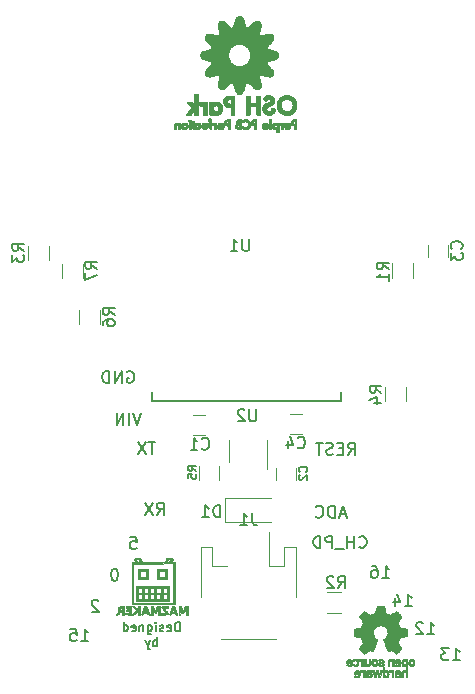
<source format=gbo>
G04 #@! TF.GenerationSoftware,KiCad,Pcbnew,no-vcs-found-b8c621a~59~ubuntu16.04.1*
G04 #@! TF.CreationDate,2017-08-07T13:11:29-06:00*
G04 #@! TF.ProjectId,001,3030312E6B696361645F706362000000,rev?*
G04 #@! TF.SameCoordinates,Original*
G04 #@! TF.FileFunction,Legend,Bot*
G04 #@! TF.FilePolarity,Positive*
%FSLAX46Y46*%
G04 Gerber Fmt 4.6, Leading zero omitted, Abs format (unit mm)*
G04 Created by KiCad (PCBNEW no-vcs-found-b8c621a~59~ubuntu16.04.1) date Mon Aug  7 13:11:29 2017*
%MOMM*%
%LPD*%
G01*
G04 APERTURE LIST*
%ADD10C,0.152400*%
%ADD11C,0.010000*%
%ADD12C,0.120000*%
%ADD13C,0.150000*%
G04 APERTURE END LIST*
D10*
X139216720Y-86962079D02*
X139555386Y-86478269D01*
X139797291Y-86962079D02*
X139797291Y-85946079D01*
X139410243Y-85946079D01*
X139313481Y-85994460D01*
X139265100Y-86042840D01*
X139216720Y-86139602D01*
X139216720Y-86284745D01*
X139265100Y-86381507D01*
X139313481Y-86429888D01*
X139410243Y-86478269D01*
X139797291Y-86478269D01*
X138781291Y-86429888D02*
X138442624Y-86429888D01*
X138297481Y-86962079D02*
X138781291Y-86962079D01*
X138781291Y-85946079D01*
X138297481Y-85946079D01*
X137910434Y-86913698D02*
X137765291Y-86962079D01*
X137523386Y-86962079D01*
X137426624Y-86913698D01*
X137378243Y-86865317D01*
X137329862Y-86768555D01*
X137329862Y-86671793D01*
X137378243Y-86575031D01*
X137426624Y-86526650D01*
X137523386Y-86478269D01*
X137716910Y-86429888D01*
X137813672Y-86381507D01*
X137862053Y-86333126D01*
X137910434Y-86236364D01*
X137910434Y-86139602D01*
X137862053Y-86042840D01*
X137813672Y-85994460D01*
X137716910Y-85946079D01*
X137475005Y-85946079D01*
X137329862Y-85994460D01*
X137039577Y-85946079D02*
X136459005Y-85946079D01*
X136749291Y-86962079D02*
X136749291Y-85946079D01*
X120509015Y-79923860D02*
X120605777Y-79875479D01*
X120750920Y-79875479D01*
X120896062Y-79923860D01*
X120992824Y-80020621D01*
X121041205Y-80117383D01*
X121089586Y-80310907D01*
X121089586Y-80456050D01*
X121041205Y-80649574D01*
X120992824Y-80746336D01*
X120896062Y-80843098D01*
X120750920Y-80891479D01*
X120654158Y-80891479D01*
X120509015Y-80843098D01*
X120460634Y-80794717D01*
X120460634Y-80456050D01*
X120654158Y-80456050D01*
X120025205Y-80891479D02*
X120025205Y-79875479D01*
X119444634Y-80891479D01*
X119444634Y-79875479D01*
X118960824Y-80891479D02*
X118960824Y-79875479D01*
X118718920Y-79875479D01*
X118573777Y-79923860D01*
X118477015Y-80020621D01*
X118428634Y-80117383D01*
X118380253Y-80310907D01*
X118380253Y-80456050D01*
X118428634Y-80649574D01*
X118477015Y-80746336D01*
X118573777Y-80843098D01*
X118718920Y-80891479D01*
X118960824Y-80891479D01*
X148071643Y-104385779D02*
X148652215Y-104385779D01*
X148361929Y-104385779D02*
X148361929Y-103369779D01*
X148458691Y-103514921D01*
X148555453Y-103611683D01*
X148652215Y-103660064D01*
X147732977Y-103369779D02*
X147104024Y-103369779D01*
X147442691Y-103756826D01*
X147297548Y-103756826D01*
X147200786Y-103805207D01*
X147152405Y-103853588D01*
X147104024Y-103950350D01*
X147104024Y-104192255D01*
X147152405Y-104289017D01*
X147200786Y-104337398D01*
X147297548Y-104385779D01*
X147587834Y-104385779D01*
X147684596Y-104337398D01*
X147732977Y-104289017D01*
X121673181Y-83431479D02*
X121334515Y-84447479D01*
X120995848Y-83431479D01*
X120657181Y-84447479D02*
X120657181Y-83431479D01*
X120173372Y-84447479D02*
X120173372Y-83431479D01*
X119592800Y-84447479D01*
X119592800Y-83431479D01*
X124946954Y-101901534D02*
X124946954Y-101139534D01*
X124765525Y-101139534D01*
X124656668Y-101175820D01*
X124584097Y-101248391D01*
X124547811Y-101320962D01*
X124511525Y-101466105D01*
X124511525Y-101574962D01*
X124547811Y-101720105D01*
X124584097Y-101792677D01*
X124656668Y-101865248D01*
X124765525Y-101901534D01*
X124946954Y-101901534D01*
X123894668Y-101865248D02*
X123967240Y-101901534D01*
X124112382Y-101901534D01*
X124184954Y-101865248D01*
X124221240Y-101792677D01*
X124221240Y-101502391D01*
X124184954Y-101429820D01*
X124112382Y-101393534D01*
X123967240Y-101393534D01*
X123894668Y-101429820D01*
X123858382Y-101502391D01*
X123858382Y-101574962D01*
X124221240Y-101647534D01*
X123568097Y-101865248D02*
X123495525Y-101901534D01*
X123350382Y-101901534D01*
X123277811Y-101865248D01*
X123241525Y-101792677D01*
X123241525Y-101756391D01*
X123277811Y-101683820D01*
X123350382Y-101647534D01*
X123459240Y-101647534D01*
X123531811Y-101611248D01*
X123568097Y-101538677D01*
X123568097Y-101502391D01*
X123531811Y-101429820D01*
X123459240Y-101393534D01*
X123350382Y-101393534D01*
X123277811Y-101429820D01*
X122914954Y-101901534D02*
X122914954Y-101393534D01*
X122914954Y-101139534D02*
X122951240Y-101175820D01*
X122914954Y-101212105D01*
X122878668Y-101175820D01*
X122914954Y-101139534D01*
X122914954Y-101212105D01*
X122225525Y-101393534D02*
X122225525Y-102010391D01*
X122261811Y-102082962D01*
X122298097Y-102119248D01*
X122370668Y-102155534D01*
X122479525Y-102155534D01*
X122552097Y-102119248D01*
X122225525Y-101865248D02*
X122298097Y-101901534D01*
X122443240Y-101901534D01*
X122515811Y-101865248D01*
X122552097Y-101828962D01*
X122588382Y-101756391D01*
X122588382Y-101538677D01*
X122552097Y-101466105D01*
X122515811Y-101429820D01*
X122443240Y-101393534D01*
X122298097Y-101393534D01*
X122225525Y-101429820D01*
X121862668Y-101393534D02*
X121862668Y-101901534D01*
X121862668Y-101466105D02*
X121826382Y-101429820D01*
X121753811Y-101393534D01*
X121644954Y-101393534D01*
X121572382Y-101429820D01*
X121536097Y-101502391D01*
X121536097Y-101901534D01*
X120882954Y-101865248D02*
X120955525Y-101901534D01*
X121100668Y-101901534D01*
X121173240Y-101865248D01*
X121209525Y-101792677D01*
X121209525Y-101502391D01*
X121173240Y-101429820D01*
X121100668Y-101393534D01*
X120955525Y-101393534D01*
X120882954Y-101429820D01*
X120846668Y-101502391D01*
X120846668Y-101574962D01*
X121209525Y-101647534D01*
X120193525Y-101901534D02*
X120193525Y-101139534D01*
X120193525Y-101865248D02*
X120266097Y-101901534D01*
X120411240Y-101901534D01*
X120483811Y-101865248D01*
X120520097Y-101828962D01*
X120556382Y-101756391D01*
X120556382Y-101538677D01*
X120520097Y-101466105D01*
X120483811Y-101429820D01*
X120411240Y-101393534D01*
X120266097Y-101393534D01*
X120193525Y-101429820D01*
X123023811Y-103196934D02*
X123023811Y-102434934D01*
X123023811Y-102725220D02*
X122951240Y-102688934D01*
X122806097Y-102688934D01*
X122733525Y-102725220D01*
X122697240Y-102761505D01*
X122660954Y-102834077D01*
X122660954Y-103051791D01*
X122697240Y-103124362D01*
X122733525Y-103160648D01*
X122806097Y-103196934D01*
X122951240Y-103196934D01*
X123023811Y-103160648D01*
X122406954Y-102688934D02*
X122225525Y-103196934D01*
X122044097Y-102688934D02*
X122225525Y-103196934D01*
X122298097Y-103378362D01*
X122334382Y-103414648D01*
X122406954Y-103450934D01*
X123007453Y-92045779D02*
X123346120Y-91561969D01*
X123588024Y-92045779D02*
X123588024Y-91029779D01*
X123200977Y-91029779D01*
X123104215Y-91078160D01*
X123055834Y-91126540D01*
X123007453Y-91223302D01*
X123007453Y-91368445D01*
X123055834Y-91465207D01*
X123104215Y-91513588D01*
X123200977Y-91561969D01*
X123588024Y-91561969D01*
X122668786Y-91029779D02*
X121991453Y-92045779D01*
X121991453Y-91029779D02*
X122668786Y-92045779D01*
X122871215Y-85887659D02*
X122290643Y-85887659D01*
X122580929Y-86903659D02*
X122580929Y-85887659D01*
X122048739Y-85887659D02*
X121371405Y-86903659D01*
X121371405Y-85887659D02*
X122048739Y-86903659D01*
X138976024Y-91995493D02*
X138492215Y-91995493D01*
X139072786Y-92285779D02*
X138734120Y-91269779D01*
X138395453Y-92285779D01*
X138056786Y-92285779D02*
X138056786Y-91269779D01*
X137814881Y-91269779D01*
X137669739Y-91318160D01*
X137572977Y-91414921D01*
X137524596Y-91511683D01*
X137476215Y-91705207D01*
X137476215Y-91850350D01*
X137524596Y-92043874D01*
X137572977Y-92140636D01*
X137669739Y-92237398D01*
X137814881Y-92285779D01*
X138056786Y-92285779D01*
X136460215Y-92189017D02*
X136508596Y-92237398D01*
X136653739Y-92285779D01*
X136750500Y-92285779D01*
X136895643Y-92237398D01*
X136992405Y-92140636D01*
X137040786Y-92043874D01*
X137089167Y-91850350D01*
X137089167Y-91705207D01*
X137040786Y-91511683D01*
X136992405Y-91414921D01*
X136895643Y-91318160D01*
X136750500Y-91269779D01*
X136653739Y-91269779D01*
X136508596Y-91318160D01*
X136460215Y-91366540D01*
X142091643Y-97385779D02*
X142672215Y-97385779D01*
X142381929Y-97385779D02*
X142381929Y-96369779D01*
X142478691Y-96514921D01*
X142575453Y-96611683D01*
X142672215Y-96660064D01*
X141220786Y-96369779D02*
X141414310Y-96369779D01*
X141511072Y-96418160D01*
X141559453Y-96466540D01*
X141656215Y-96611683D01*
X141704596Y-96805207D01*
X141704596Y-97192255D01*
X141656215Y-97289017D01*
X141607834Y-97337398D01*
X141511072Y-97385779D01*
X141317548Y-97385779D01*
X141220786Y-97337398D01*
X141172405Y-97289017D01*
X141124024Y-97192255D01*
X141124024Y-96950350D01*
X141172405Y-96853588D01*
X141220786Y-96805207D01*
X141317548Y-96756826D01*
X141511072Y-96756826D01*
X141607834Y-96805207D01*
X141656215Y-96853588D01*
X141704596Y-96950350D01*
X145921643Y-102175779D02*
X146502215Y-102175779D01*
X146211929Y-102175779D02*
X146211929Y-101159779D01*
X146308691Y-101304921D01*
X146405453Y-101401683D01*
X146502215Y-101450064D01*
X145534596Y-101256540D02*
X145486215Y-101208160D01*
X145389453Y-101159779D01*
X145147548Y-101159779D01*
X145050786Y-101208160D01*
X145002405Y-101256540D01*
X144954024Y-101353302D01*
X144954024Y-101450064D01*
X145002405Y-101595207D01*
X145582977Y-102175779D01*
X144954024Y-102175779D01*
X119466500Y-96619779D02*
X119369739Y-96619779D01*
X119272977Y-96668160D01*
X119224596Y-96716540D01*
X119176215Y-96813302D01*
X119127834Y-97006826D01*
X119127834Y-97248731D01*
X119176215Y-97442255D01*
X119224596Y-97539017D01*
X119272977Y-97587398D01*
X119369739Y-97635779D01*
X119466500Y-97635779D01*
X119563262Y-97587398D01*
X119611643Y-97539017D01*
X119660024Y-97442255D01*
X119708405Y-97248731D01*
X119708405Y-97006826D01*
X119660024Y-96813302D01*
X119611643Y-96716540D01*
X119563262Y-96668160D01*
X119466500Y-96619779D01*
X144001643Y-99805779D02*
X144582215Y-99805779D01*
X144291929Y-99805779D02*
X144291929Y-98789779D01*
X144388691Y-98934921D01*
X144485453Y-99031683D01*
X144582215Y-99080064D01*
X143130786Y-99128445D02*
X143130786Y-99805779D01*
X143372691Y-98741398D02*
X143614596Y-99467112D01*
X142985643Y-99467112D01*
X120766215Y-93909779D02*
X121250024Y-93909779D01*
X121298405Y-94393588D01*
X121250024Y-94345207D01*
X121153262Y-94296826D01*
X120911358Y-94296826D01*
X120814596Y-94345207D01*
X120766215Y-94393588D01*
X120717834Y-94490350D01*
X120717834Y-94732255D01*
X120766215Y-94829017D01*
X120814596Y-94877398D01*
X120911358Y-94925779D01*
X121153262Y-94925779D01*
X121250024Y-94877398D01*
X121298405Y-94829017D01*
X118058405Y-99336540D02*
X118010024Y-99288160D01*
X117913262Y-99239779D01*
X117671358Y-99239779D01*
X117574596Y-99288160D01*
X117526215Y-99336540D01*
X117477834Y-99433302D01*
X117477834Y-99530064D01*
X117526215Y-99675207D01*
X118106786Y-100255779D01*
X117477834Y-100255779D01*
X140138881Y-94769017D02*
X140187262Y-94817398D01*
X140332405Y-94865779D01*
X140429167Y-94865779D01*
X140574310Y-94817398D01*
X140671072Y-94720636D01*
X140719453Y-94623874D01*
X140767834Y-94430350D01*
X140767834Y-94285207D01*
X140719453Y-94091683D01*
X140671072Y-93994921D01*
X140574310Y-93898160D01*
X140429167Y-93849779D01*
X140332405Y-93849779D01*
X140187262Y-93898160D01*
X140138881Y-93946540D01*
X139703453Y-94865779D02*
X139703453Y-93849779D01*
X139703453Y-94333588D02*
X139122881Y-94333588D01*
X139122881Y-94865779D02*
X139122881Y-93849779D01*
X138880977Y-94962540D02*
X138106881Y-94962540D01*
X137864977Y-94865779D02*
X137864977Y-93849779D01*
X137477929Y-93849779D01*
X137381167Y-93898160D01*
X137332786Y-93946540D01*
X137284405Y-94043302D01*
X137284405Y-94188445D01*
X137332786Y-94285207D01*
X137381167Y-94333588D01*
X137477929Y-94381969D01*
X137864977Y-94381969D01*
X136848977Y-94865779D02*
X136848977Y-93849779D01*
X136607072Y-93849779D01*
X136461929Y-93898160D01*
X136365167Y-93994921D01*
X136316786Y-94091683D01*
X136268405Y-94285207D01*
X136268405Y-94430350D01*
X136316786Y-94623874D01*
X136365167Y-94720636D01*
X136461929Y-94817398D01*
X136607072Y-94865779D01*
X136848977Y-94865779D01*
X116611643Y-102725779D02*
X117192215Y-102725779D01*
X116901929Y-102725779D02*
X116901929Y-101709779D01*
X116998691Y-101854921D01*
X117095453Y-101951683D01*
X117192215Y-102000064D01*
X115692405Y-101709779D02*
X116176215Y-101709779D01*
X116224596Y-102193588D01*
X116176215Y-102145207D01*
X116079453Y-102096826D01*
X115837548Y-102096826D01*
X115740786Y-102145207D01*
X115692405Y-102193588D01*
X115644024Y-102290350D01*
X115644024Y-102532255D01*
X115692405Y-102629017D01*
X115740786Y-102677398D01*
X115837548Y-102725779D01*
X116079453Y-102725779D01*
X116176215Y-102677398D01*
X116224596Y-102629017D01*
D11*
G36*
X141553156Y-100091438D02*
X141496308Y-100392990D01*
X141076782Y-100565932D01*
X140825136Y-100394815D01*
X140754662Y-100347170D01*
X140690957Y-100304630D01*
X140636994Y-100269135D01*
X140595747Y-100242630D01*
X140570186Y-100227056D01*
X140563225Y-100223698D01*
X140550685Y-100232334D01*
X140523889Y-100256212D01*
X140485840Y-100292279D01*
X140439541Y-100337487D01*
X140387997Y-100388784D01*
X140334211Y-100443121D01*
X140281185Y-100497448D01*
X140231925Y-100548715D01*
X140189433Y-100593871D01*
X140156713Y-100629866D01*
X140136769Y-100653650D01*
X140132001Y-100661610D01*
X140138863Y-100676285D01*
X140158100Y-100708434D01*
X140187690Y-100754912D01*
X140225610Y-100812576D01*
X140269838Y-100878280D01*
X140295466Y-100915756D01*
X140342179Y-100984188D01*
X140383688Y-101045940D01*
X140417980Y-101097939D01*
X140443040Y-101137112D01*
X140456856Y-101160385D01*
X140458932Y-101165275D01*
X140454225Y-101179175D01*
X140441397Y-101211570D01*
X140422382Y-101257905D01*
X140399117Y-101313626D01*
X140373536Y-101374178D01*
X140347575Y-101435006D01*
X140323170Y-101491556D01*
X140302257Y-101539272D01*
X140286771Y-101573601D01*
X140278648Y-101589988D01*
X140278168Y-101590632D01*
X140265413Y-101593761D01*
X140231443Y-101600741D01*
X140179780Y-101610887D01*
X140113944Y-101623512D01*
X140037456Y-101637929D01*
X139992830Y-101646243D01*
X139911099Y-101661804D01*
X139837277Y-101676612D01*
X139775099Y-101689856D01*
X139728298Y-101700725D01*
X139700611Y-101708409D01*
X139695046Y-101710847D01*
X139689594Y-101727350D01*
X139685196Y-101764620D01*
X139681848Y-101818300D01*
X139679546Y-101884032D01*
X139678288Y-101957457D01*
X139678072Y-102034216D01*
X139678893Y-102109952D01*
X139680749Y-102180306D01*
X139683638Y-102240920D01*
X139687555Y-102287436D01*
X139692498Y-102315495D01*
X139695463Y-102321336D01*
X139713186Y-102328337D01*
X139750739Y-102338347D01*
X139803156Y-102350189D01*
X139865468Y-102362687D01*
X139887220Y-102366730D01*
X139992096Y-102385940D01*
X140074940Y-102401411D01*
X140138490Y-102413757D01*
X140185483Y-102423593D01*
X140218657Y-102431534D01*
X140240749Y-102438196D01*
X140254496Y-102444193D01*
X140262636Y-102450139D01*
X140263775Y-102451314D01*
X140275143Y-102470246D01*
X140292485Y-102507089D01*
X140314070Y-102557333D01*
X140338166Y-102616466D01*
X140363041Y-102679976D01*
X140386963Y-102743352D01*
X140408201Y-102802082D01*
X140425023Y-102851655D01*
X140435698Y-102887559D01*
X140438493Y-102905282D01*
X140438260Y-102905903D01*
X140428789Y-102920390D01*
X140407302Y-102952264D01*
X140376057Y-102998209D01*
X140337313Y-103054905D01*
X140293327Y-103119037D01*
X140280801Y-103137262D01*
X140236136Y-103203334D01*
X140196832Y-103263620D01*
X140165032Y-103314655D01*
X140142875Y-103352980D01*
X140132503Y-103375131D01*
X140132001Y-103377852D01*
X140140715Y-103392156D01*
X140164795Y-103420492D01*
X140201144Y-103459816D01*
X140246667Y-103507081D01*
X140298268Y-103559243D01*
X140352853Y-103613255D01*
X140407326Y-103666073D01*
X140458591Y-103714651D01*
X140503553Y-103755943D01*
X140539116Y-103786905D01*
X140562185Y-103804490D01*
X140568566Y-103807361D01*
X140583421Y-103800598D01*
X140613834Y-103782359D01*
X140654852Y-103755717D01*
X140686411Y-103734272D01*
X140743595Y-103694923D01*
X140811314Y-103648591D01*
X140879240Y-103602333D01*
X140915759Y-103577575D01*
X141039368Y-103493967D01*
X141143129Y-103550070D01*
X141190400Y-103574648D01*
X141230597Y-103593751D01*
X141257794Y-103604647D01*
X141264718Y-103606163D01*
X141273043Y-103594969D01*
X141289466Y-103563337D01*
X141312763Y-103514185D01*
X141341706Y-103450430D01*
X141375070Y-103374991D01*
X141411629Y-103290784D01*
X141450156Y-103200728D01*
X141489426Y-103107741D01*
X141528212Y-103014740D01*
X141565290Y-102924643D01*
X141599431Y-102840368D01*
X141629412Y-102764833D01*
X141654004Y-102700954D01*
X141671984Y-102651651D01*
X141682123Y-102619841D01*
X141683754Y-102608916D01*
X141670829Y-102594981D01*
X141642531Y-102572360D01*
X141604774Y-102545753D01*
X141601605Y-102543648D01*
X141504020Y-102465534D01*
X141425334Y-102374402D01*
X141366229Y-102273165D01*
X141327388Y-102164738D01*
X141309492Y-102052034D01*
X141313223Y-101937968D01*
X141339263Y-101825454D01*
X141388295Y-101717405D01*
X141402720Y-101693765D01*
X141477751Y-101598307D01*
X141566390Y-101521652D01*
X141665571Y-101464200D01*
X141772225Y-101426349D01*
X141883284Y-101408498D01*
X141995681Y-101411045D01*
X142106347Y-101434390D01*
X142212214Y-101478930D01*
X142310215Y-101545065D01*
X142340530Y-101571907D01*
X142417682Y-101655932D01*
X142473902Y-101744386D01*
X142512467Y-101843535D01*
X142533946Y-101941723D01*
X142539248Y-102052117D01*
X142521568Y-102163060D01*
X142482701Y-102270801D01*
X142424443Y-102371589D01*
X142348589Y-102461676D01*
X142256937Y-102537312D01*
X142244892Y-102545284D01*
X142206731Y-102571394D01*
X142177721Y-102594015D01*
X142163852Y-102608459D01*
X142163651Y-102608916D01*
X142166628Y-102624541D01*
X142178431Y-102660002D01*
X142197834Y-102712382D01*
X142223608Y-102778765D01*
X142254529Y-102856234D01*
X142289369Y-102941870D01*
X142326903Y-103032757D01*
X142365903Y-103125979D01*
X142405143Y-103218617D01*
X142443396Y-103307755D01*
X142479437Y-103390475D01*
X142512037Y-103463861D01*
X142539972Y-103524995D01*
X142562015Y-103570961D01*
X142576938Y-103598841D01*
X142582948Y-103606163D01*
X142601311Y-103600461D01*
X142635672Y-103585169D01*
X142680104Y-103563019D01*
X142704537Y-103550070D01*
X142808298Y-103493967D01*
X142931907Y-103577575D01*
X142995006Y-103620407D01*
X143064090Y-103667542D01*
X143128827Y-103711923D01*
X143161254Y-103734272D01*
X143206861Y-103764897D01*
X143245480Y-103789167D01*
X143272072Y-103804007D01*
X143280710Y-103807144D01*
X143293281Y-103798681D01*
X143321104Y-103775056D01*
X143361481Y-103738722D01*
X143411715Y-103692131D01*
X143469108Y-103637737D01*
X143505406Y-103602812D01*
X143568910Y-103540416D01*
X143623793Y-103484608D01*
X143667834Y-103437774D01*
X143698815Y-103402302D01*
X143714518Y-103380581D01*
X143716025Y-103376172D01*
X143709034Y-103359405D01*
X143689714Y-103325502D01*
X143660211Y-103277896D01*
X143622665Y-103220019D01*
X143579220Y-103155304D01*
X143566865Y-103137262D01*
X143521847Y-103071687D01*
X143481460Y-103012648D01*
X143447960Y-102963462D01*
X143423606Y-102927448D01*
X143410656Y-102907922D01*
X143409405Y-102905903D01*
X143411276Y-102890342D01*
X143421207Y-102856129D01*
X143437467Y-102807775D01*
X143458325Y-102749791D01*
X143482047Y-102686690D01*
X143506904Y-102622983D01*
X143531162Y-102563181D01*
X143553091Y-102511796D01*
X143570958Y-102473339D01*
X143583033Y-102452322D01*
X143583891Y-102451314D01*
X143591274Y-102445308D01*
X143603745Y-102439368D01*
X143624040Y-102432880D01*
X143654898Y-102425229D01*
X143699054Y-102415800D01*
X143759246Y-102403979D01*
X143838213Y-102389149D01*
X143938690Y-102370697D01*
X143960445Y-102366730D01*
X144024922Y-102354273D01*
X144081131Y-102342086D01*
X144124107Y-102331346D01*
X144148880Y-102323229D01*
X144152202Y-102321336D01*
X144157676Y-102304558D01*
X144162126Y-102267065D01*
X144165548Y-102213214D01*
X144167939Y-102147364D01*
X144169297Y-102073873D01*
X144169619Y-101997100D01*
X144168901Y-101921403D01*
X144167141Y-101851140D01*
X144164336Y-101790670D01*
X144160482Y-101744350D01*
X144155577Y-101716539D01*
X144152620Y-101710847D01*
X144136157Y-101705106D01*
X144098671Y-101695765D01*
X144043895Y-101683635D01*
X143975565Y-101669527D01*
X143897414Y-101654250D01*
X143854836Y-101646243D01*
X143774049Y-101631141D01*
X143702007Y-101617460D01*
X143642231Y-101605887D01*
X143598241Y-101597107D01*
X143573559Y-101591807D01*
X143569497Y-101590632D01*
X143562631Y-101577385D01*
X143548118Y-101545477D01*
X143527891Y-101499467D01*
X143503886Y-101443912D01*
X143478038Y-101383373D01*
X143452280Y-101322406D01*
X143428547Y-101265571D01*
X143408774Y-101217426D01*
X143394896Y-101182530D01*
X143388846Y-101165441D01*
X143388734Y-101164694D01*
X143395592Y-101151213D01*
X143414818Y-101120190D01*
X143444392Y-101074709D01*
X143482293Y-101017852D01*
X143526500Y-100952703D01*
X143552199Y-100915282D01*
X143599027Y-100846667D01*
X143640619Y-100784372D01*
X143674945Y-100731549D01*
X143699977Y-100691347D01*
X143713685Y-100666920D01*
X143715664Y-100661444D01*
X143707154Y-100648698D01*
X143683627Y-100621483D01*
X143648088Y-100582848D01*
X143603543Y-100535843D01*
X143552997Y-100483515D01*
X143499456Y-100428915D01*
X143445925Y-100375090D01*
X143395409Y-100325090D01*
X143350914Y-100281963D01*
X143315445Y-100248759D01*
X143292007Y-100228526D01*
X143284166Y-100223698D01*
X143271400Y-100230487D01*
X143240864Y-100249562D01*
X143195530Y-100278981D01*
X143138364Y-100316801D01*
X143072336Y-100361081D01*
X143022530Y-100394815D01*
X142770884Y-100565932D01*
X142561121Y-100479461D01*
X142351357Y-100392990D01*
X142294509Y-100091438D01*
X142237660Y-99789886D01*
X141610005Y-99789886D01*
X141553156Y-100091438D01*
X141553156Y-100091438D01*
G37*
X141553156Y-100091438D02*
X141496308Y-100392990D01*
X141076782Y-100565932D01*
X140825136Y-100394815D01*
X140754662Y-100347170D01*
X140690957Y-100304630D01*
X140636994Y-100269135D01*
X140595747Y-100242630D01*
X140570186Y-100227056D01*
X140563225Y-100223698D01*
X140550685Y-100232334D01*
X140523889Y-100256212D01*
X140485840Y-100292279D01*
X140439541Y-100337487D01*
X140387997Y-100388784D01*
X140334211Y-100443121D01*
X140281185Y-100497448D01*
X140231925Y-100548715D01*
X140189433Y-100593871D01*
X140156713Y-100629866D01*
X140136769Y-100653650D01*
X140132001Y-100661610D01*
X140138863Y-100676285D01*
X140158100Y-100708434D01*
X140187690Y-100754912D01*
X140225610Y-100812576D01*
X140269838Y-100878280D01*
X140295466Y-100915756D01*
X140342179Y-100984188D01*
X140383688Y-101045940D01*
X140417980Y-101097939D01*
X140443040Y-101137112D01*
X140456856Y-101160385D01*
X140458932Y-101165275D01*
X140454225Y-101179175D01*
X140441397Y-101211570D01*
X140422382Y-101257905D01*
X140399117Y-101313626D01*
X140373536Y-101374178D01*
X140347575Y-101435006D01*
X140323170Y-101491556D01*
X140302257Y-101539272D01*
X140286771Y-101573601D01*
X140278648Y-101589988D01*
X140278168Y-101590632D01*
X140265413Y-101593761D01*
X140231443Y-101600741D01*
X140179780Y-101610887D01*
X140113944Y-101623512D01*
X140037456Y-101637929D01*
X139992830Y-101646243D01*
X139911099Y-101661804D01*
X139837277Y-101676612D01*
X139775099Y-101689856D01*
X139728298Y-101700725D01*
X139700611Y-101708409D01*
X139695046Y-101710847D01*
X139689594Y-101727350D01*
X139685196Y-101764620D01*
X139681848Y-101818300D01*
X139679546Y-101884032D01*
X139678288Y-101957457D01*
X139678072Y-102034216D01*
X139678893Y-102109952D01*
X139680749Y-102180306D01*
X139683638Y-102240920D01*
X139687555Y-102287436D01*
X139692498Y-102315495D01*
X139695463Y-102321336D01*
X139713186Y-102328337D01*
X139750739Y-102338347D01*
X139803156Y-102350189D01*
X139865468Y-102362687D01*
X139887220Y-102366730D01*
X139992096Y-102385940D01*
X140074940Y-102401411D01*
X140138490Y-102413757D01*
X140185483Y-102423593D01*
X140218657Y-102431534D01*
X140240749Y-102438196D01*
X140254496Y-102444193D01*
X140262636Y-102450139D01*
X140263775Y-102451314D01*
X140275143Y-102470246D01*
X140292485Y-102507089D01*
X140314070Y-102557333D01*
X140338166Y-102616466D01*
X140363041Y-102679976D01*
X140386963Y-102743352D01*
X140408201Y-102802082D01*
X140425023Y-102851655D01*
X140435698Y-102887559D01*
X140438493Y-102905282D01*
X140438260Y-102905903D01*
X140428789Y-102920390D01*
X140407302Y-102952264D01*
X140376057Y-102998209D01*
X140337313Y-103054905D01*
X140293327Y-103119037D01*
X140280801Y-103137262D01*
X140236136Y-103203334D01*
X140196832Y-103263620D01*
X140165032Y-103314655D01*
X140142875Y-103352980D01*
X140132503Y-103375131D01*
X140132001Y-103377852D01*
X140140715Y-103392156D01*
X140164795Y-103420492D01*
X140201144Y-103459816D01*
X140246667Y-103507081D01*
X140298268Y-103559243D01*
X140352853Y-103613255D01*
X140407326Y-103666073D01*
X140458591Y-103714651D01*
X140503553Y-103755943D01*
X140539116Y-103786905D01*
X140562185Y-103804490D01*
X140568566Y-103807361D01*
X140583421Y-103800598D01*
X140613834Y-103782359D01*
X140654852Y-103755717D01*
X140686411Y-103734272D01*
X140743595Y-103694923D01*
X140811314Y-103648591D01*
X140879240Y-103602333D01*
X140915759Y-103577575D01*
X141039368Y-103493967D01*
X141143129Y-103550070D01*
X141190400Y-103574648D01*
X141230597Y-103593751D01*
X141257794Y-103604647D01*
X141264718Y-103606163D01*
X141273043Y-103594969D01*
X141289466Y-103563337D01*
X141312763Y-103514185D01*
X141341706Y-103450430D01*
X141375070Y-103374991D01*
X141411629Y-103290784D01*
X141450156Y-103200728D01*
X141489426Y-103107741D01*
X141528212Y-103014740D01*
X141565290Y-102924643D01*
X141599431Y-102840368D01*
X141629412Y-102764833D01*
X141654004Y-102700954D01*
X141671984Y-102651651D01*
X141682123Y-102619841D01*
X141683754Y-102608916D01*
X141670829Y-102594981D01*
X141642531Y-102572360D01*
X141604774Y-102545753D01*
X141601605Y-102543648D01*
X141504020Y-102465534D01*
X141425334Y-102374402D01*
X141366229Y-102273165D01*
X141327388Y-102164738D01*
X141309492Y-102052034D01*
X141313223Y-101937968D01*
X141339263Y-101825454D01*
X141388295Y-101717405D01*
X141402720Y-101693765D01*
X141477751Y-101598307D01*
X141566390Y-101521652D01*
X141665571Y-101464200D01*
X141772225Y-101426349D01*
X141883284Y-101408498D01*
X141995681Y-101411045D01*
X142106347Y-101434390D01*
X142212214Y-101478930D01*
X142310215Y-101545065D01*
X142340530Y-101571907D01*
X142417682Y-101655932D01*
X142473902Y-101744386D01*
X142512467Y-101843535D01*
X142533946Y-101941723D01*
X142539248Y-102052117D01*
X142521568Y-102163060D01*
X142482701Y-102270801D01*
X142424443Y-102371589D01*
X142348589Y-102461676D01*
X142256937Y-102537312D01*
X142244892Y-102545284D01*
X142206731Y-102571394D01*
X142177721Y-102594015D01*
X142163852Y-102608459D01*
X142163651Y-102608916D01*
X142166628Y-102624541D01*
X142178431Y-102660002D01*
X142197834Y-102712382D01*
X142223608Y-102778765D01*
X142254529Y-102856234D01*
X142289369Y-102941870D01*
X142326903Y-103032757D01*
X142365903Y-103125979D01*
X142405143Y-103218617D01*
X142443396Y-103307755D01*
X142479437Y-103390475D01*
X142512037Y-103463861D01*
X142539972Y-103524995D01*
X142562015Y-103570961D01*
X142576938Y-103598841D01*
X142582948Y-103606163D01*
X142601311Y-103600461D01*
X142635672Y-103585169D01*
X142680104Y-103563019D01*
X142704537Y-103550070D01*
X142808298Y-103493967D01*
X142931907Y-103577575D01*
X142995006Y-103620407D01*
X143064090Y-103667542D01*
X143128827Y-103711923D01*
X143161254Y-103734272D01*
X143206861Y-103764897D01*
X143245480Y-103789167D01*
X143272072Y-103804007D01*
X143280710Y-103807144D01*
X143293281Y-103798681D01*
X143321104Y-103775056D01*
X143361481Y-103738722D01*
X143411715Y-103692131D01*
X143469108Y-103637737D01*
X143505406Y-103602812D01*
X143568910Y-103540416D01*
X143623793Y-103484608D01*
X143667834Y-103437774D01*
X143698815Y-103402302D01*
X143714518Y-103380581D01*
X143716025Y-103376172D01*
X143709034Y-103359405D01*
X143689714Y-103325502D01*
X143660211Y-103277896D01*
X143622665Y-103220019D01*
X143579220Y-103155304D01*
X143566865Y-103137262D01*
X143521847Y-103071687D01*
X143481460Y-103012648D01*
X143447960Y-102963462D01*
X143423606Y-102927448D01*
X143410656Y-102907922D01*
X143409405Y-102905903D01*
X143411276Y-102890342D01*
X143421207Y-102856129D01*
X143437467Y-102807775D01*
X143458325Y-102749791D01*
X143482047Y-102686690D01*
X143506904Y-102622983D01*
X143531162Y-102563181D01*
X143553091Y-102511796D01*
X143570958Y-102473339D01*
X143583033Y-102452322D01*
X143583891Y-102451314D01*
X143591274Y-102445308D01*
X143603745Y-102439368D01*
X143624040Y-102432880D01*
X143654898Y-102425229D01*
X143699054Y-102415800D01*
X143759246Y-102403979D01*
X143838213Y-102389149D01*
X143938690Y-102370697D01*
X143960445Y-102366730D01*
X144024922Y-102354273D01*
X144081131Y-102342086D01*
X144124107Y-102331346D01*
X144148880Y-102323229D01*
X144152202Y-102321336D01*
X144157676Y-102304558D01*
X144162126Y-102267065D01*
X144165548Y-102213214D01*
X144167939Y-102147364D01*
X144169297Y-102073873D01*
X144169619Y-101997100D01*
X144168901Y-101921403D01*
X144167141Y-101851140D01*
X144164336Y-101790670D01*
X144160482Y-101744350D01*
X144155577Y-101716539D01*
X144152620Y-101710847D01*
X144136157Y-101705106D01*
X144098671Y-101695765D01*
X144043895Y-101683635D01*
X143975565Y-101669527D01*
X143897414Y-101654250D01*
X143854836Y-101646243D01*
X143774049Y-101631141D01*
X143702007Y-101617460D01*
X143642231Y-101605887D01*
X143598241Y-101597107D01*
X143573559Y-101591807D01*
X143569497Y-101590632D01*
X143562631Y-101577385D01*
X143548118Y-101545477D01*
X143527891Y-101499467D01*
X143503886Y-101443912D01*
X143478038Y-101383373D01*
X143452280Y-101322406D01*
X143428547Y-101265571D01*
X143408774Y-101217426D01*
X143394896Y-101182530D01*
X143388846Y-101165441D01*
X143388734Y-101164694D01*
X143395592Y-101151213D01*
X143414818Y-101120190D01*
X143444392Y-101074709D01*
X143482293Y-101017852D01*
X143526500Y-100952703D01*
X143552199Y-100915282D01*
X143599027Y-100846667D01*
X143640619Y-100784372D01*
X143674945Y-100731549D01*
X143699977Y-100691347D01*
X143713685Y-100666920D01*
X143715664Y-100661444D01*
X143707154Y-100648698D01*
X143683627Y-100621483D01*
X143648088Y-100582848D01*
X143603543Y-100535843D01*
X143552997Y-100483515D01*
X143499456Y-100428915D01*
X143445925Y-100375090D01*
X143395409Y-100325090D01*
X143350914Y-100281963D01*
X143315445Y-100248759D01*
X143292007Y-100228526D01*
X143284166Y-100223698D01*
X143271400Y-100230487D01*
X143240864Y-100249562D01*
X143195530Y-100278981D01*
X143138364Y-100316801D01*
X143072336Y-100361081D01*
X143022530Y-100394815D01*
X142770884Y-100565932D01*
X142561121Y-100479461D01*
X142351357Y-100392990D01*
X142294509Y-100091438D01*
X142237660Y-99789886D01*
X141610005Y-99789886D01*
X141553156Y-100091438D01*
G36*
X140130660Y-104259450D02*
X140087409Y-104272665D01*
X140059562Y-104289361D01*
X140050491Y-104302565D01*
X140052988Y-104318217D01*
X140069189Y-104342805D01*
X140082888Y-104360220D01*
X140111128Y-104391703D01*
X140132345Y-104404949D01*
X140150432Y-104404084D01*
X140204085Y-104390430D01*
X140243490Y-104391050D01*
X140275488Y-104406524D01*
X140286230Y-104415581D01*
X140320615Y-104447447D01*
X140320615Y-104863599D01*
X140458932Y-104863599D01*
X140458932Y-104260034D01*
X140389773Y-104260034D01*
X140348251Y-104261676D01*
X140326829Y-104267507D01*
X140320618Y-104278881D01*
X140320615Y-104279218D01*
X140317681Y-104291133D01*
X140304416Y-104289579D01*
X140286036Y-104280983D01*
X140248074Y-104264988D01*
X140217248Y-104255365D01*
X140177584Y-104252898D01*
X140130660Y-104259450D01*
X140130660Y-104259450D01*
G37*
X140130660Y-104259450D02*
X140087409Y-104272665D01*
X140059562Y-104289361D01*
X140050491Y-104302565D01*
X140052988Y-104318217D01*
X140069189Y-104342805D01*
X140082888Y-104360220D01*
X140111128Y-104391703D01*
X140132345Y-104404949D01*
X140150432Y-104404084D01*
X140204085Y-104390430D01*
X140243490Y-104391050D01*
X140275488Y-104406524D01*
X140286230Y-104415581D01*
X140320615Y-104447447D01*
X140320615Y-104863599D01*
X140458932Y-104863599D01*
X140458932Y-104260034D01*
X140389773Y-104260034D01*
X140348251Y-104261676D01*
X140326829Y-104267507D01*
X140320618Y-104278881D01*
X140320615Y-104279218D01*
X140317681Y-104291133D01*
X140304416Y-104289579D01*
X140286036Y-104280983D01*
X140248074Y-104264988D01*
X140217248Y-104255365D01*
X140177584Y-104252898D01*
X140130660Y-104259450D01*
G36*
X142684132Y-104270422D02*
X142652837Y-104285370D01*
X142622529Y-104306961D01*
X142599438Y-104331811D01*
X142582620Y-104363507D01*
X142571126Y-104405634D01*
X142564011Y-104461778D01*
X142560327Y-104535526D01*
X142559128Y-104630464D01*
X142559109Y-104640405D01*
X142558833Y-104863599D01*
X142697150Y-104863599D01*
X142697150Y-104657838D01*
X142697248Y-104581609D01*
X142697929Y-104526359D01*
X142699771Y-104487921D01*
X142703353Y-104462126D01*
X142709252Y-104444804D01*
X142718047Y-104431788D01*
X142730300Y-104418927D01*
X142773167Y-104391293D01*
X142819963Y-104386165D01*
X142864544Y-104403637D01*
X142880048Y-104416641D01*
X142891430Y-104428867D01*
X142899601Y-104441960D01*
X142905094Y-104460035D01*
X142908440Y-104487207D01*
X142910171Y-104527590D01*
X142910817Y-104585299D01*
X142910912Y-104655552D01*
X142910912Y-104863599D01*
X143049229Y-104863599D01*
X143049229Y-104260034D01*
X142980070Y-104260034D01*
X142938548Y-104261676D01*
X142917126Y-104267507D01*
X142910915Y-104278881D01*
X142910912Y-104279218D01*
X142908030Y-104290358D01*
X142895319Y-104289094D01*
X142870046Y-104276854D01*
X142812725Y-104258844D01*
X142747157Y-104256841D01*
X142684132Y-104270422D01*
X142684132Y-104270422D01*
G37*
X142684132Y-104270422D02*
X142652837Y-104285370D01*
X142622529Y-104306961D01*
X142599438Y-104331811D01*
X142582620Y-104363507D01*
X142571126Y-104405634D01*
X142564011Y-104461778D01*
X142560327Y-104535526D01*
X142559128Y-104630464D01*
X142559109Y-104640405D01*
X142558833Y-104863599D01*
X142697150Y-104863599D01*
X142697150Y-104657838D01*
X142697248Y-104581609D01*
X142697929Y-104526359D01*
X142699771Y-104487921D01*
X142703353Y-104462126D01*
X142709252Y-104444804D01*
X142718047Y-104431788D01*
X142730300Y-104418927D01*
X142773167Y-104391293D01*
X142819963Y-104386165D01*
X142864544Y-104403637D01*
X142880048Y-104416641D01*
X142891430Y-104428867D01*
X142899601Y-104441960D01*
X142905094Y-104460035D01*
X142908440Y-104487207D01*
X142910171Y-104527590D01*
X142910817Y-104585299D01*
X142910912Y-104655552D01*
X142910912Y-104863599D01*
X143049229Y-104863599D01*
X143049229Y-104260034D01*
X142980070Y-104260034D01*
X142938548Y-104261676D01*
X142917126Y-104267507D01*
X142910915Y-104278881D01*
X142910912Y-104279218D01*
X142908030Y-104290358D01*
X142895319Y-104289094D01*
X142870046Y-104276854D01*
X142812725Y-104258844D01*
X142747157Y-104256841D01*
X142684132Y-104270422D01*
G36*
X139252222Y-104257877D02*
X139220024Y-104265699D01*
X139158295Y-104294341D01*
X139105510Y-104338087D01*
X139068979Y-104390537D01*
X139063960Y-104402313D01*
X139057075Y-104433160D01*
X139052256Y-104478791D01*
X139050615Y-104524912D01*
X139050615Y-104612113D01*
X139232942Y-104612113D01*
X139308141Y-104612398D01*
X139361117Y-104614124D01*
X139394795Y-104618601D01*
X139412100Y-104627140D01*
X139415957Y-104641050D01*
X139409291Y-104661642D01*
X139397350Y-104685735D01*
X139364040Y-104725945D01*
X139317752Y-104745978D01*
X139261176Y-104745325D01*
X139197089Y-104723521D01*
X139141703Y-104696613D01*
X139095745Y-104732952D01*
X139049787Y-104769292D01*
X139093024Y-104809239D01*
X139150746Y-104846983D01*
X139221734Y-104869740D01*
X139298091Y-104876108D01*
X139371921Y-104864688D01*
X139383833Y-104860813D01*
X139448721Y-104826926D01*
X139496990Y-104776406D01*
X139529655Y-104707745D01*
X139547735Y-104619434D01*
X139547945Y-104617541D01*
X139549564Y-104521298D01*
X139543020Y-104486962D01*
X139415268Y-104486962D01*
X139403536Y-104492242D01*
X139371682Y-104496287D01*
X139324723Y-104498596D01*
X139294966Y-104498945D01*
X139239472Y-104498726D01*
X139204774Y-104497336D01*
X139186519Y-104493671D01*
X139180354Y-104486630D01*
X139181925Y-104475110D01*
X139183242Y-104470653D01*
X139205738Y-104428775D01*
X139241117Y-104395024D01*
X139272340Y-104380193D01*
X139313819Y-104381088D01*
X139355851Y-104399584D01*
X139391108Y-104430206D01*
X139412266Y-104467482D01*
X139415268Y-104486962D01*
X139543020Y-104486962D01*
X139533430Y-104436649D01*
X139501422Y-104365611D01*
X139455419Y-104310199D01*
X139397299Y-104272429D01*
X139328940Y-104254316D01*
X139252222Y-104257877D01*
X139252222Y-104257877D01*
G37*
X139252222Y-104257877D02*
X139220024Y-104265699D01*
X139158295Y-104294341D01*
X139105510Y-104338087D01*
X139068979Y-104390537D01*
X139063960Y-104402313D01*
X139057075Y-104433160D01*
X139052256Y-104478791D01*
X139050615Y-104524912D01*
X139050615Y-104612113D01*
X139232942Y-104612113D01*
X139308141Y-104612398D01*
X139361117Y-104614124D01*
X139394795Y-104618601D01*
X139412100Y-104627140D01*
X139415957Y-104641050D01*
X139409291Y-104661642D01*
X139397350Y-104685735D01*
X139364040Y-104725945D01*
X139317752Y-104745978D01*
X139261176Y-104745325D01*
X139197089Y-104723521D01*
X139141703Y-104696613D01*
X139095745Y-104732952D01*
X139049787Y-104769292D01*
X139093024Y-104809239D01*
X139150746Y-104846983D01*
X139221734Y-104869740D01*
X139298091Y-104876108D01*
X139371921Y-104864688D01*
X139383833Y-104860813D01*
X139448721Y-104826926D01*
X139496990Y-104776406D01*
X139529655Y-104707745D01*
X139547735Y-104619434D01*
X139547945Y-104617541D01*
X139549564Y-104521298D01*
X139543020Y-104486962D01*
X139415268Y-104486962D01*
X139403536Y-104492242D01*
X139371682Y-104496287D01*
X139324723Y-104498596D01*
X139294966Y-104498945D01*
X139239472Y-104498726D01*
X139204774Y-104497336D01*
X139186519Y-104493671D01*
X139180354Y-104486630D01*
X139181925Y-104475110D01*
X139183242Y-104470653D01*
X139205738Y-104428775D01*
X139241117Y-104395024D01*
X139272340Y-104380193D01*
X139313819Y-104381088D01*
X139355851Y-104399584D01*
X139391108Y-104430206D01*
X139412266Y-104467482D01*
X139415268Y-104486962D01*
X139543020Y-104486962D01*
X139533430Y-104436649D01*
X139501422Y-104365611D01*
X139455419Y-104310199D01*
X139397299Y-104272429D01*
X139328940Y-104254316D01*
X139252222Y-104257877D01*
G36*
X139712894Y-104265300D02*
X139640040Y-104296250D01*
X139617093Y-104311315D01*
X139587766Y-104334468D01*
X139569356Y-104352673D01*
X139566159Y-104358603D01*
X139575185Y-104371760D01*
X139598283Y-104394087D01*
X139616776Y-104409670D01*
X139667392Y-104450346D01*
X139707360Y-104416715D01*
X139738246Y-104395004D01*
X139768361Y-104387510D01*
X139802828Y-104389340D01*
X139857559Y-104402948D01*
X139895234Y-104431192D01*
X139918129Y-104476853D01*
X139928523Y-104542709D01*
X139928525Y-104542751D01*
X139927626Y-104616359D01*
X139913657Y-104670366D01*
X139885792Y-104707136D01*
X139866795Y-104719588D01*
X139816344Y-104735093D01*
X139762457Y-104735103D01*
X139715574Y-104720058D01*
X139704476Y-104712707D01*
X139676644Y-104693931D01*
X139654884Y-104690854D01*
X139631416Y-104704829D01*
X139605471Y-104729930D01*
X139564404Y-104772300D01*
X139609999Y-104809884D01*
X139680446Y-104852302D01*
X139759887Y-104873205D01*
X139842905Y-104871692D01*
X139897426Y-104857831D01*
X139961150Y-104823555D01*
X140012115Y-104769632D01*
X140035269Y-104731569D01*
X140054021Y-104676956D01*
X140063405Y-104607789D01*
X140063477Y-104532827D01*
X140054296Y-104460829D01*
X140035921Y-104400557D01*
X140033027Y-104394378D01*
X139990168Y-104333771D01*
X139932141Y-104289644D01*
X139863529Y-104262913D01*
X139788919Y-104254493D01*
X139712894Y-104265300D01*
X139712894Y-104265300D01*
G37*
X139712894Y-104265300D02*
X139640040Y-104296250D01*
X139617093Y-104311315D01*
X139587766Y-104334468D01*
X139569356Y-104352673D01*
X139566159Y-104358603D01*
X139575185Y-104371760D01*
X139598283Y-104394087D01*
X139616776Y-104409670D01*
X139667392Y-104450346D01*
X139707360Y-104416715D01*
X139738246Y-104395004D01*
X139768361Y-104387510D01*
X139802828Y-104389340D01*
X139857559Y-104402948D01*
X139895234Y-104431192D01*
X139918129Y-104476853D01*
X139928523Y-104542709D01*
X139928525Y-104542751D01*
X139927626Y-104616359D01*
X139913657Y-104670366D01*
X139885792Y-104707136D01*
X139866795Y-104719588D01*
X139816344Y-104735093D01*
X139762457Y-104735103D01*
X139715574Y-104720058D01*
X139704476Y-104712707D01*
X139676644Y-104693931D01*
X139654884Y-104690854D01*
X139631416Y-104704829D01*
X139605471Y-104729930D01*
X139564404Y-104772300D01*
X139609999Y-104809884D01*
X139680446Y-104852302D01*
X139759887Y-104873205D01*
X139842905Y-104871692D01*
X139897426Y-104857831D01*
X139961150Y-104823555D01*
X140012115Y-104769632D01*
X140035269Y-104731569D01*
X140054021Y-104676956D01*
X140063405Y-104607789D01*
X140063477Y-104532827D01*
X140054296Y-104460829D01*
X140035921Y-104400557D01*
X140033027Y-104394378D01*
X139990168Y-104333771D01*
X139932141Y-104289644D01*
X139863529Y-104262913D01*
X139788919Y-104254493D01*
X139712894Y-104265300D01*
G36*
X140936753Y-104455762D02*
X140935565Y-104547983D01*
X140931223Y-104618030D01*
X140922562Y-104668801D01*
X140908416Y-104703192D01*
X140887620Y-104724099D01*
X140859010Y-104734420D01*
X140823585Y-104737056D01*
X140786484Y-104734102D01*
X140758302Y-104723309D01*
X140737877Y-104701780D01*
X140724041Y-104666619D01*
X140715629Y-104614930D01*
X140711477Y-104543814D01*
X140710417Y-104455762D01*
X140710417Y-104260034D01*
X140572100Y-104260034D01*
X140572100Y-104863599D01*
X140641258Y-104863599D01*
X140682950Y-104861909D01*
X140704419Y-104855976D01*
X140710417Y-104844713D01*
X140714029Y-104834681D01*
X140728406Y-104836803D01*
X140757384Y-104851000D01*
X140823801Y-104872900D01*
X140894245Y-104871348D01*
X140961743Y-104847567D01*
X140993887Y-104828782D01*
X141018405Y-104808442D01*
X141036316Y-104782993D01*
X141048641Y-104748878D01*
X141056397Y-104702541D01*
X141060604Y-104640427D01*
X141062280Y-104558981D01*
X141062496Y-104495998D01*
X141062496Y-104260034D01*
X140936753Y-104260034D01*
X140936753Y-104455762D01*
X140936753Y-104455762D01*
G37*
X140936753Y-104455762D02*
X140935565Y-104547983D01*
X140931223Y-104618030D01*
X140922562Y-104668801D01*
X140908416Y-104703192D01*
X140887620Y-104724099D01*
X140859010Y-104734420D01*
X140823585Y-104737056D01*
X140786484Y-104734102D01*
X140758302Y-104723309D01*
X140737877Y-104701780D01*
X140724041Y-104666619D01*
X140715629Y-104614930D01*
X140711477Y-104543814D01*
X140710417Y-104455762D01*
X140710417Y-104260034D01*
X140572100Y-104260034D01*
X140572100Y-104863599D01*
X140641258Y-104863599D01*
X140682950Y-104861909D01*
X140704419Y-104855976D01*
X140710417Y-104844713D01*
X140714029Y-104834681D01*
X140728406Y-104836803D01*
X140757384Y-104851000D01*
X140823801Y-104872900D01*
X140894245Y-104871348D01*
X140961743Y-104847567D01*
X140993887Y-104828782D01*
X141018405Y-104808442D01*
X141036316Y-104782993D01*
X141048641Y-104748878D01*
X141056397Y-104702541D01*
X141060604Y-104640427D01*
X141062280Y-104558981D01*
X141062496Y-104495998D01*
X141062496Y-104260034D01*
X140936753Y-104260034D01*
X140936753Y-104455762D01*
G36*
X141319358Y-104267475D02*
X141255757Y-104302112D01*
X141205997Y-104356792D01*
X141182552Y-104401262D01*
X141172486Y-104440541D01*
X141165964Y-104496536D01*
X141163169Y-104561041D01*
X141164284Y-104625849D01*
X141169494Y-104682754D01*
X141175579Y-104713147D01*
X141196106Y-104754726D01*
X141231657Y-104798888D01*
X141274501Y-104837507D01*
X141316909Y-104862454D01*
X141317943Y-104862850D01*
X141370567Y-104873751D01*
X141432932Y-104874021D01*
X141492196Y-104864096D01*
X141515080Y-104856142D01*
X141574018Y-104822720D01*
X141616230Y-104778931D01*
X141643964Y-104720958D01*
X141659469Y-104644985D01*
X141662977Y-104605191D01*
X141662530Y-104555186D01*
X141527744Y-104555186D01*
X141523203Y-104628152D01*
X141510134Y-104683754D01*
X141489364Y-104719281D01*
X141474568Y-104729440D01*
X141436656Y-104736524D01*
X141391593Y-104734427D01*
X141352633Y-104724232D01*
X141342416Y-104718624D01*
X141315461Y-104685958D01*
X141297669Y-104635965D01*
X141290096Y-104575125D01*
X141293795Y-104509917D01*
X141302063Y-104470673D01*
X141325800Y-104425225D01*
X141363271Y-104396816D01*
X141408400Y-104386993D01*
X141455109Y-104397307D01*
X141490988Y-104422532D01*
X141509843Y-104443345D01*
X141520848Y-104463859D01*
X141526094Y-104491623D01*
X141527671Y-104534182D01*
X141527744Y-104555186D01*
X141662530Y-104555186D01*
X141662026Y-104499000D01*
X141644732Y-104411921D01*
X141611091Y-104343950D01*
X141561102Y-104295084D01*
X141494764Y-104265319D01*
X141480519Y-104261868D01*
X141394910Y-104253765D01*
X141319358Y-104267475D01*
X141319358Y-104267475D01*
G37*
X141319358Y-104267475D02*
X141255757Y-104302112D01*
X141205997Y-104356792D01*
X141182552Y-104401262D01*
X141172486Y-104440541D01*
X141165964Y-104496536D01*
X141163169Y-104561041D01*
X141164284Y-104625849D01*
X141169494Y-104682754D01*
X141175579Y-104713147D01*
X141196106Y-104754726D01*
X141231657Y-104798888D01*
X141274501Y-104837507D01*
X141316909Y-104862454D01*
X141317943Y-104862850D01*
X141370567Y-104873751D01*
X141432932Y-104874021D01*
X141492196Y-104864096D01*
X141515080Y-104856142D01*
X141574018Y-104822720D01*
X141616230Y-104778931D01*
X141643964Y-104720958D01*
X141659469Y-104644985D01*
X141662977Y-104605191D01*
X141662530Y-104555186D01*
X141527744Y-104555186D01*
X141523203Y-104628152D01*
X141510134Y-104683754D01*
X141489364Y-104719281D01*
X141474568Y-104729440D01*
X141436656Y-104736524D01*
X141391593Y-104734427D01*
X141352633Y-104724232D01*
X141342416Y-104718624D01*
X141315461Y-104685958D01*
X141297669Y-104635965D01*
X141290096Y-104575125D01*
X141293795Y-104509917D01*
X141302063Y-104470673D01*
X141325800Y-104425225D01*
X141363271Y-104396816D01*
X141408400Y-104386993D01*
X141455109Y-104397307D01*
X141490988Y-104422532D01*
X141509843Y-104443345D01*
X141520848Y-104463859D01*
X141526094Y-104491623D01*
X141527671Y-104534182D01*
X141527744Y-104555186D01*
X141662530Y-104555186D01*
X141662026Y-104499000D01*
X141644732Y-104411921D01*
X141611091Y-104343950D01*
X141561102Y-104295084D01*
X141494764Y-104265319D01*
X141480519Y-104261868D01*
X141394910Y-104253765D01*
X141319358Y-104267475D01*
G36*
X141916103Y-104257872D02*
X141868486Y-104266902D01*
X141819086Y-104285790D01*
X141813808Y-104288197D01*
X141776346Y-104307896D01*
X141750403Y-104326201D01*
X141742017Y-104337928D01*
X141750003Y-104357052D01*
X141769400Y-104385270D01*
X141778010Y-104395804D01*
X141813492Y-104437267D01*
X141859235Y-104410278D01*
X141902770Y-104392298D01*
X141953070Y-104382687D01*
X142001308Y-104382080D01*
X142038653Y-104391111D01*
X142047615Y-104396747D01*
X142064683Y-104422591D01*
X142066757Y-104452361D01*
X142053986Y-104475617D01*
X142046432Y-104480128D01*
X142023795Y-104485729D01*
X141984005Y-104492312D01*
X141934954Y-104498603D01*
X141925905Y-104499590D01*
X141847124Y-104513218D01*
X141789984Y-104536366D01*
X141752090Y-104571172D01*
X141731041Y-104619774D01*
X141724485Y-104679138D01*
X141733543Y-104746618D01*
X141762956Y-104799608D01*
X141812842Y-104838203D01*
X141883320Y-104862501D01*
X141961555Y-104872087D01*
X142025354Y-104871972D01*
X142077104Y-104863265D01*
X142112447Y-104851245D01*
X142157103Y-104830300D01*
X142198373Y-104805994D01*
X142213041Y-104795296D01*
X142250763Y-104764504D01*
X142205268Y-104718469D01*
X142159773Y-104672433D01*
X142108048Y-104706663D01*
X142056168Y-104732372D01*
X142000769Y-104745819D01*
X141947515Y-104747238D01*
X141902071Y-104736863D01*
X141870104Y-104714927D01*
X141859782Y-104696418D01*
X141861331Y-104666734D01*
X141886980Y-104644035D01*
X141936660Y-104628360D01*
X141991089Y-104621115D01*
X142074856Y-104607293D01*
X142137087Y-104581216D01*
X142178613Y-104542119D01*
X142200267Y-104489240D01*
X142203267Y-104426546D01*
X142188449Y-104361062D01*
X142154666Y-104311564D01*
X142101615Y-104277828D01*
X142028994Y-104259627D01*
X141975192Y-104256059D01*
X141916103Y-104257872D01*
X141916103Y-104257872D01*
G37*
X141916103Y-104257872D02*
X141868486Y-104266902D01*
X141819086Y-104285790D01*
X141813808Y-104288197D01*
X141776346Y-104307896D01*
X141750403Y-104326201D01*
X141742017Y-104337928D01*
X141750003Y-104357052D01*
X141769400Y-104385270D01*
X141778010Y-104395804D01*
X141813492Y-104437267D01*
X141859235Y-104410278D01*
X141902770Y-104392298D01*
X141953070Y-104382687D01*
X142001308Y-104382080D01*
X142038653Y-104391111D01*
X142047615Y-104396747D01*
X142064683Y-104422591D01*
X142066757Y-104452361D01*
X142053986Y-104475617D01*
X142046432Y-104480128D01*
X142023795Y-104485729D01*
X141984005Y-104492312D01*
X141934954Y-104498603D01*
X141925905Y-104499590D01*
X141847124Y-104513218D01*
X141789984Y-104536366D01*
X141752090Y-104571172D01*
X141731041Y-104619774D01*
X141724485Y-104679138D01*
X141733543Y-104746618D01*
X141762956Y-104799608D01*
X141812842Y-104838203D01*
X141883320Y-104862501D01*
X141961555Y-104872087D01*
X142025354Y-104871972D01*
X142077104Y-104863265D01*
X142112447Y-104851245D01*
X142157103Y-104830300D01*
X142198373Y-104805994D01*
X142213041Y-104795296D01*
X142250763Y-104764504D01*
X142205268Y-104718469D01*
X142159773Y-104672433D01*
X142108048Y-104706663D01*
X142056168Y-104732372D01*
X142000769Y-104745819D01*
X141947515Y-104747238D01*
X141902071Y-104736863D01*
X141870104Y-104714927D01*
X141859782Y-104696418D01*
X141861331Y-104666734D01*
X141886980Y-104644035D01*
X141936660Y-104628360D01*
X141991089Y-104621115D01*
X142074856Y-104607293D01*
X142137087Y-104581216D01*
X142178613Y-104542119D01*
X142200267Y-104489240D01*
X142203267Y-104426546D01*
X142188449Y-104361062D01*
X142154666Y-104311564D01*
X142101615Y-104277828D01*
X142028994Y-104259627D01*
X141975192Y-104256059D01*
X141916103Y-104257872D01*
G36*
X143286819Y-104274034D02*
X143274288Y-104279934D01*
X143230919Y-104311703D01*
X143189910Y-104358066D01*
X143159288Y-104409116D01*
X143150579Y-104432586D01*
X143142632Y-104474511D01*
X143137894Y-104525177D01*
X143137319Y-104546099D01*
X143137249Y-104612113D01*
X143517203Y-104612113D01*
X143509103Y-104646693D01*
X143489224Y-104687590D01*
X143454467Y-104722934D01*
X143413118Y-104745702D01*
X143386769Y-104750430D01*
X143351036Y-104744693D01*
X143308402Y-104730302D01*
X143293919Y-104723682D01*
X143240360Y-104696933D01*
X143194653Y-104731796D01*
X143168278Y-104755375D01*
X143154244Y-104774837D01*
X143153534Y-104780549D01*
X143166071Y-104794393D01*
X143193548Y-104815432D01*
X143218486Y-104831845D01*
X143285784Y-104861350D01*
X143361230Y-104874704D01*
X143436008Y-104871232D01*
X143495615Y-104853083D01*
X143557061Y-104814204D01*
X143600728Y-104763015D01*
X143628046Y-104696787D01*
X143640442Y-104612791D01*
X143641541Y-104574356D01*
X143637142Y-104486281D01*
X143636602Y-104483719D01*
X143510702Y-104483719D01*
X143507235Y-104491978D01*
X143492983Y-104496533D01*
X143463590Y-104498485D01*
X143414695Y-104498937D01*
X143395868Y-104498945D01*
X143338587Y-104498263D01*
X143302261Y-104495784D01*
X143282724Y-104490863D01*
X143275810Y-104482854D01*
X143275565Y-104480282D01*
X143283456Y-104459843D01*
X143303205Y-104431209D01*
X143311695Y-104421183D01*
X143343214Y-104392828D01*
X143376069Y-104381679D01*
X143393771Y-104380747D01*
X143441659Y-104392401D01*
X143481819Y-104423705D01*
X143507293Y-104469172D01*
X143507745Y-104470653D01*
X143510702Y-104483719D01*
X143636602Y-104483719D01*
X143622512Y-104416930D01*
X143596158Y-104361445D01*
X143563927Y-104322059D01*
X143504337Y-104279351D01*
X143434288Y-104256529D01*
X143359781Y-104254466D01*
X143286819Y-104274034D01*
X143286819Y-104274034D01*
G37*
X143286819Y-104274034D02*
X143274288Y-104279934D01*
X143230919Y-104311703D01*
X143189910Y-104358066D01*
X143159288Y-104409116D01*
X143150579Y-104432586D01*
X143142632Y-104474511D01*
X143137894Y-104525177D01*
X143137319Y-104546099D01*
X143137249Y-104612113D01*
X143517203Y-104612113D01*
X143509103Y-104646693D01*
X143489224Y-104687590D01*
X143454467Y-104722934D01*
X143413118Y-104745702D01*
X143386769Y-104750430D01*
X143351036Y-104744693D01*
X143308402Y-104730302D01*
X143293919Y-104723682D01*
X143240360Y-104696933D01*
X143194653Y-104731796D01*
X143168278Y-104755375D01*
X143154244Y-104774837D01*
X143153534Y-104780549D01*
X143166071Y-104794393D01*
X143193548Y-104815432D01*
X143218486Y-104831845D01*
X143285784Y-104861350D01*
X143361230Y-104874704D01*
X143436008Y-104871232D01*
X143495615Y-104853083D01*
X143557061Y-104814204D01*
X143600728Y-104763015D01*
X143628046Y-104696787D01*
X143640442Y-104612791D01*
X143641541Y-104574356D01*
X143637142Y-104486281D01*
X143636602Y-104483719D01*
X143510702Y-104483719D01*
X143507235Y-104491978D01*
X143492983Y-104496533D01*
X143463590Y-104498485D01*
X143414695Y-104498937D01*
X143395868Y-104498945D01*
X143338587Y-104498263D01*
X143302261Y-104495784D01*
X143282724Y-104490863D01*
X143275810Y-104482854D01*
X143275565Y-104480282D01*
X143283456Y-104459843D01*
X143303205Y-104431209D01*
X143311695Y-104421183D01*
X143343214Y-104392828D01*
X143376069Y-104381679D01*
X143393771Y-104380747D01*
X143441659Y-104392401D01*
X143481819Y-104423705D01*
X143507293Y-104469172D01*
X143507745Y-104470653D01*
X143510702Y-104483719D01*
X143636602Y-104483719D01*
X143622512Y-104416930D01*
X143596158Y-104361445D01*
X143563927Y-104322059D01*
X143504337Y-104279351D01*
X143434288Y-104256529D01*
X143359781Y-104254466D01*
X143286819Y-104274034D01*
G36*
X144468381Y-104266568D02*
X144402599Y-104295651D01*
X144352660Y-104344213D01*
X144318494Y-104412328D01*
X144300027Y-104500071D01*
X144298703Y-104513771D01*
X144297666Y-104610359D01*
X144311113Y-104695022D01*
X144338228Y-104763641D01*
X144352747Y-104785714D01*
X144403321Y-104832431D01*
X144467729Y-104862688D01*
X144539786Y-104875244D01*
X144613305Y-104868859D01*
X144669192Y-104849192D01*
X144717252Y-104816049D01*
X144756532Y-104772595D01*
X144757212Y-104771578D01*
X144773164Y-104744758D01*
X144783530Y-104717788D01*
X144789808Y-104683752D01*
X144793493Y-104635730D01*
X144795117Y-104596351D01*
X144795792Y-104560639D01*
X144670075Y-104560639D01*
X144668846Y-104596190D01*
X144664386Y-104643514D01*
X144656517Y-104673885D01*
X144642327Y-104695492D01*
X144629037Y-104708114D01*
X144581922Y-104734542D01*
X144532625Y-104738073D01*
X144486713Y-104719059D01*
X144463758Y-104697751D01*
X144447216Y-104676279D01*
X144437541Y-104655733D01*
X144433294Y-104628994D01*
X144433040Y-104588943D01*
X144434348Y-104552058D01*
X144437163Y-104499367D01*
X144441625Y-104465192D01*
X144449668Y-104442900D01*
X144463223Y-104425862D01*
X144473965Y-104416123D01*
X144518897Y-104390543D01*
X144567369Y-104389267D01*
X144608014Y-104404419D01*
X144642687Y-104436062D01*
X144663344Y-104488040D01*
X144670075Y-104560639D01*
X144795792Y-104560639D01*
X144796599Y-104518041D01*
X144794068Y-104459476D01*
X144786482Y-104415427D01*
X144772801Y-104380668D01*
X144751985Y-104349971D01*
X144744267Y-104340856D01*
X144696009Y-104295441D01*
X144644248Y-104268913D01*
X144580948Y-104257799D01*
X144550081Y-104256891D01*
X144468381Y-104266568D01*
X144468381Y-104266568D01*
G37*
X144468381Y-104266568D02*
X144402599Y-104295651D01*
X144352660Y-104344213D01*
X144318494Y-104412328D01*
X144300027Y-104500071D01*
X144298703Y-104513771D01*
X144297666Y-104610359D01*
X144311113Y-104695022D01*
X144338228Y-104763641D01*
X144352747Y-104785714D01*
X144403321Y-104832431D01*
X144467729Y-104862688D01*
X144539786Y-104875244D01*
X144613305Y-104868859D01*
X144669192Y-104849192D01*
X144717252Y-104816049D01*
X144756532Y-104772595D01*
X144757212Y-104771578D01*
X144773164Y-104744758D01*
X144783530Y-104717788D01*
X144789808Y-104683752D01*
X144793493Y-104635730D01*
X144795117Y-104596351D01*
X144795792Y-104560639D01*
X144670075Y-104560639D01*
X144668846Y-104596190D01*
X144664386Y-104643514D01*
X144656517Y-104673885D01*
X144642327Y-104695492D01*
X144629037Y-104708114D01*
X144581922Y-104734542D01*
X144532625Y-104738073D01*
X144486713Y-104719059D01*
X144463758Y-104697751D01*
X144447216Y-104676279D01*
X144437541Y-104655733D01*
X144433294Y-104628994D01*
X144433040Y-104588943D01*
X144434348Y-104552058D01*
X144437163Y-104499367D01*
X144441625Y-104465192D01*
X144449668Y-104442900D01*
X144463223Y-104425862D01*
X144473965Y-104416123D01*
X144518897Y-104390543D01*
X144567369Y-104389267D01*
X144608014Y-104404419D01*
X144642687Y-104436062D01*
X144663344Y-104488040D01*
X144670075Y-104560639D01*
X144795792Y-104560639D01*
X144796599Y-104518041D01*
X144794068Y-104459476D01*
X144786482Y-104415427D01*
X144772801Y-104380668D01*
X144751985Y-104349971D01*
X144744267Y-104340856D01*
X144696009Y-104295441D01*
X144644248Y-104268913D01*
X144580948Y-104257799D01*
X144550081Y-104256891D01*
X144468381Y-104266568D01*
G36*
X139897539Y-105206390D02*
X139837435Y-105222017D01*
X139787099Y-105254268D01*
X139762727Y-105278360D01*
X139722775Y-105335315D01*
X139699878Y-105401385D01*
X139692012Y-105482602D01*
X139691972Y-105489168D01*
X139691902Y-105555183D01*
X140071856Y-105555183D01*
X140063757Y-105589762D01*
X140049133Y-105621079D01*
X140023539Y-105653711D01*
X140018185Y-105658920D01*
X139972177Y-105687114D01*
X139919710Y-105691895D01*
X139859317Y-105673346D01*
X139849080Y-105668351D01*
X139817681Y-105653165D01*
X139796650Y-105644514D01*
X139792981Y-105643713D01*
X139780172Y-105651483D01*
X139755742Y-105670492D01*
X139743341Y-105680880D01*
X139717644Y-105704741D01*
X139709205Y-105720497D01*
X139715062Y-105734991D01*
X139718192Y-105738954D01*
X139739395Y-105756299D01*
X139774382Y-105777379D01*
X139798783Y-105789685D01*
X139868048Y-105811366D01*
X139944732Y-105818391D01*
X140017355Y-105810067D01*
X140037694Y-105804106D01*
X140100644Y-105770372D01*
X140147305Y-105718465D01*
X140177947Y-105647879D01*
X140192838Y-105558112D01*
X140194473Y-105511173D01*
X140189699Y-105442833D01*
X140069130Y-105442833D01*
X140057468Y-105447885D01*
X140026122Y-105451849D01*
X139980549Y-105454188D01*
X139949674Y-105454589D01*
X139894139Y-105454203D01*
X139859087Y-105452395D01*
X139839858Y-105448193D01*
X139831790Y-105440623D01*
X139830219Y-105429638D01*
X139840999Y-105395801D01*
X139868140Y-105362360D01*
X139903843Y-105336692D01*
X139939560Y-105326192D01*
X139988072Y-105335506D01*
X140030067Y-105362433D01*
X140059184Y-105401247D01*
X140069130Y-105442833D01*
X140189699Y-105442833D01*
X140187521Y-105411656D01*
X140166065Y-105332369D01*
X140129650Y-105272683D01*
X140077823Y-105231969D01*
X140010130Y-105209599D01*
X139973458Y-105205291D01*
X139897539Y-105206390D01*
X139897539Y-105206390D01*
G37*
X139897539Y-105206390D02*
X139837435Y-105222017D01*
X139787099Y-105254268D01*
X139762727Y-105278360D01*
X139722775Y-105335315D01*
X139699878Y-105401385D01*
X139692012Y-105482602D01*
X139691972Y-105489168D01*
X139691902Y-105555183D01*
X140071856Y-105555183D01*
X140063757Y-105589762D01*
X140049133Y-105621079D01*
X140023539Y-105653711D01*
X140018185Y-105658920D01*
X139972177Y-105687114D01*
X139919710Y-105691895D01*
X139859317Y-105673346D01*
X139849080Y-105668351D01*
X139817681Y-105653165D01*
X139796650Y-105644514D01*
X139792981Y-105643713D01*
X139780172Y-105651483D01*
X139755742Y-105670492D01*
X139743341Y-105680880D01*
X139717644Y-105704741D01*
X139709205Y-105720497D01*
X139715062Y-105734991D01*
X139718192Y-105738954D01*
X139739395Y-105756299D01*
X139774382Y-105777379D01*
X139798783Y-105789685D01*
X139868048Y-105811366D01*
X139944732Y-105818391D01*
X140017355Y-105810067D01*
X140037694Y-105804106D01*
X140100644Y-105770372D01*
X140147305Y-105718465D01*
X140177947Y-105647879D01*
X140192838Y-105558112D01*
X140194473Y-105511173D01*
X140189699Y-105442833D01*
X140069130Y-105442833D01*
X140057468Y-105447885D01*
X140026122Y-105451849D01*
X139980549Y-105454188D01*
X139949674Y-105454589D01*
X139894139Y-105454203D01*
X139859087Y-105452395D01*
X139839858Y-105448193D01*
X139831790Y-105440623D01*
X139830219Y-105429638D01*
X139840999Y-105395801D01*
X139868140Y-105362360D01*
X139903843Y-105336692D01*
X139939560Y-105326192D01*
X139988072Y-105335506D01*
X140030067Y-105362433D01*
X140059184Y-105401247D01*
X140069130Y-105442833D01*
X140189699Y-105442833D01*
X140187521Y-105411656D01*
X140166065Y-105332369D01*
X140129650Y-105272683D01*
X140077823Y-105231969D01*
X140010130Y-105209599D01*
X139973458Y-105205291D01*
X139897539Y-105206390D01*
G36*
X140294865Y-105202906D02*
X140246525Y-105212435D01*
X140219006Y-105226545D01*
X140190056Y-105249988D01*
X140231244Y-105301991D01*
X140256638Y-105333484D01*
X140273882Y-105348848D01*
X140291018Y-105351196D01*
X140316093Y-105343637D01*
X140327863Y-105339361D01*
X140375850Y-105333051D01*
X140419796Y-105346576D01*
X140452060Y-105377130D01*
X140457301Y-105386872D01*
X140463008Y-105412678D01*
X140467414Y-105460237D01*
X140470309Y-105526178D01*
X140471489Y-105607130D01*
X140471506Y-105618646D01*
X140471506Y-105819242D01*
X140609823Y-105819242D01*
X140609823Y-105203103D01*
X140540664Y-105203103D01*
X140500787Y-105204145D01*
X140480013Y-105208778D01*
X140472331Y-105219269D01*
X140471506Y-105229165D01*
X140471506Y-105255226D01*
X140438375Y-105229165D01*
X140400385Y-105211385D01*
X140349350Y-105202594D01*
X140294865Y-105202906D01*
X140294865Y-105202906D01*
G37*
X140294865Y-105202906D02*
X140246525Y-105212435D01*
X140219006Y-105226545D01*
X140190056Y-105249988D01*
X140231244Y-105301991D01*
X140256638Y-105333484D01*
X140273882Y-105348848D01*
X140291018Y-105351196D01*
X140316093Y-105343637D01*
X140327863Y-105339361D01*
X140375850Y-105333051D01*
X140419796Y-105346576D01*
X140452060Y-105377130D01*
X140457301Y-105386872D01*
X140463008Y-105412678D01*
X140467414Y-105460237D01*
X140470309Y-105526178D01*
X140471489Y-105607130D01*
X140471506Y-105618646D01*
X140471506Y-105819242D01*
X140609823Y-105819242D01*
X140609823Y-105203103D01*
X140540664Y-105203103D01*
X140500787Y-105204145D01*
X140480013Y-105208778D01*
X140472331Y-105219269D01*
X140471506Y-105229165D01*
X140471506Y-105255226D01*
X140438375Y-105229165D01*
X140400385Y-105211385D01*
X140349350Y-105202594D01*
X140294865Y-105202906D01*
G36*
X140891709Y-105206837D02*
X140838709Y-105219710D01*
X140823389Y-105226530D01*
X140793692Y-105244394D01*
X140770900Y-105264513D01*
X140754037Y-105290382D01*
X140742122Y-105325493D01*
X140734178Y-105373340D01*
X140729226Y-105437416D01*
X140726289Y-105521214D01*
X140725173Y-105577188D01*
X140721068Y-105819242D01*
X140791188Y-105819242D01*
X140833727Y-105817458D01*
X140855644Y-105811362D01*
X140861308Y-105801126D01*
X140864299Y-105790057D01*
X140877669Y-105792174D01*
X140895887Y-105801049D01*
X140941496Y-105814653D01*
X141000113Y-105818319D01*
X141061766Y-105812323D01*
X141116482Y-105796941D01*
X141121390Y-105794806D01*
X141171397Y-105759675D01*
X141204364Y-105710839D01*
X141219533Y-105653753D01*
X141218374Y-105633244D01*
X141094612Y-105633244D01*
X141083707Y-105660845D01*
X141051375Y-105680624D01*
X140999210Y-105691239D01*
X140971333Y-105692648D01*
X140924873Y-105689040D01*
X140893991Y-105675017D01*
X140886456Y-105668351D01*
X140866044Y-105632086D01*
X140861308Y-105599193D01*
X140861308Y-105555183D01*
X140922607Y-105555183D01*
X140993864Y-105558815D01*
X141043844Y-105570238D01*
X141075424Y-105590244D01*
X141082494Y-105599163D01*
X141094612Y-105633244D01*
X141218374Y-105633244D01*
X141216149Y-105593876D01*
X141193457Y-105536664D01*
X141162496Y-105498000D01*
X141143744Y-105481284D01*
X141125387Y-105470298D01*
X141101501Y-105463600D01*
X141066163Y-105459746D01*
X141013451Y-105457293D01*
X140992543Y-105456588D01*
X140861308Y-105452299D01*
X140861500Y-105412578D01*
X140866583Y-105370825D01*
X140884958Y-105345578D01*
X140922081Y-105329450D01*
X140923077Y-105329162D01*
X140975710Y-105322820D01*
X141027214Y-105331104D01*
X141065490Y-105351247D01*
X141080848Y-105361193D01*
X141097390Y-105359817D01*
X141122845Y-105345407D01*
X141137792Y-105335237D01*
X141167029Y-105313508D01*
X141185140Y-105297220D01*
X141188046Y-105292557D01*
X141176080Y-105268425D01*
X141140724Y-105239605D01*
X141125367Y-105229881D01*
X141081219Y-105213134D01*
X141021722Y-105203647D01*
X140955633Y-105201515D01*
X140891709Y-105206837D01*
X140891709Y-105206837D01*
G37*
X140891709Y-105206837D02*
X140838709Y-105219710D01*
X140823389Y-105226530D01*
X140793692Y-105244394D01*
X140770900Y-105264513D01*
X140754037Y-105290382D01*
X140742122Y-105325493D01*
X140734178Y-105373340D01*
X140729226Y-105437416D01*
X140726289Y-105521214D01*
X140725173Y-105577188D01*
X140721068Y-105819242D01*
X140791188Y-105819242D01*
X140833727Y-105817458D01*
X140855644Y-105811362D01*
X140861308Y-105801126D01*
X140864299Y-105790057D01*
X140877669Y-105792174D01*
X140895887Y-105801049D01*
X140941496Y-105814653D01*
X141000113Y-105818319D01*
X141061766Y-105812323D01*
X141116482Y-105796941D01*
X141121390Y-105794806D01*
X141171397Y-105759675D01*
X141204364Y-105710839D01*
X141219533Y-105653753D01*
X141218374Y-105633244D01*
X141094612Y-105633244D01*
X141083707Y-105660845D01*
X141051375Y-105680624D01*
X140999210Y-105691239D01*
X140971333Y-105692648D01*
X140924873Y-105689040D01*
X140893991Y-105675017D01*
X140886456Y-105668351D01*
X140866044Y-105632086D01*
X140861308Y-105599193D01*
X140861308Y-105555183D01*
X140922607Y-105555183D01*
X140993864Y-105558815D01*
X141043844Y-105570238D01*
X141075424Y-105590244D01*
X141082494Y-105599163D01*
X141094612Y-105633244D01*
X141218374Y-105633244D01*
X141216149Y-105593876D01*
X141193457Y-105536664D01*
X141162496Y-105498000D01*
X141143744Y-105481284D01*
X141125387Y-105470298D01*
X141101501Y-105463600D01*
X141066163Y-105459746D01*
X141013451Y-105457293D01*
X140992543Y-105456588D01*
X140861308Y-105452299D01*
X140861500Y-105412578D01*
X140866583Y-105370825D01*
X140884958Y-105345578D01*
X140922081Y-105329450D01*
X140923077Y-105329162D01*
X140975710Y-105322820D01*
X141027214Y-105331104D01*
X141065490Y-105351247D01*
X141080848Y-105361193D01*
X141097390Y-105359817D01*
X141122845Y-105345407D01*
X141137792Y-105335237D01*
X141167029Y-105313508D01*
X141185140Y-105297220D01*
X141188046Y-105292557D01*
X141176080Y-105268425D01*
X141140724Y-105239605D01*
X141125367Y-105229881D01*
X141081219Y-105213134D01*
X141021722Y-105203647D01*
X140955633Y-105201515D01*
X140891709Y-105206837D01*
G36*
X141648596Y-105205657D02*
X141598865Y-105209391D01*
X141468829Y-105599193D01*
X141448442Y-105530034D01*
X141436174Y-105487294D01*
X141420035Y-105429535D01*
X141402608Y-105366045D01*
X141393394Y-105331990D01*
X141358732Y-105203103D01*
X141215729Y-105203103D01*
X141258474Y-105338277D01*
X141279524Y-105404762D01*
X141304953Y-105484959D01*
X141331510Y-105568613D01*
X141355218Y-105643202D01*
X141409218Y-105812955D01*
X141467522Y-105816748D01*
X141525825Y-105820542D01*
X141557441Y-105716154D01*
X141576938Y-105651309D01*
X141598216Y-105579820D01*
X141616812Y-105516683D01*
X141617546Y-105514170D01*
X141631436Y-105471389D01*
X141643691Y-105442199D01*
X141652274Y-105431161D01*
X141654038Y-105432438D01*
X141660229Y-105449550D01*
X141671992Y-105486207D01*
X141687895Y-105537798D01*
X141706506Y-105599714D01*
X141716577Y-105633772D01*
X141771113Y-105819242D01*
X141886856Y-105819242D01*
X141979383Y-105526891D01*
X142005376Y-105444882D01*
X142029054Y-105370407D01*
X142049300Y-105306964D01*
X142064994Y-105258052D01*
X142075018Y-105227169D01*
X142078065Y-105218146D01*
X142075653Y-105208907D01*
X142056712Y-105204861D01*
X142017297Y-105205266D01*
X142011127Y-105205572D01*
X141938034Y-105209391D01*
X141890163Y-105385430D01*
X141872567Y-105449631D01*
X141856843Y-105506069D01*
X141844374Y-105549842D01*
X141836546Y-105576050D01*
X141835100Y-105580323D01*
X141829106Y-105575410D01*
X141817019Y-105549952D01*
X141800227Y-105507417D01*
X141780117Y-105451270D01*
X141763117Y-105400550D01*
X141698326Y-105201924D01*
X141648596Y-105205657D01*
X141648596Y-105205657D01*
G37*
X141648596Y-105205657D02*
X141598865Y-105209391D01*
X141468829Y-105599193D01*
X141448442Y-105530034D01*
X141436174Y-105487294D01*
X141420035Y-105429535D01*
X141402608Y-105366045D01*
X141393394Y-105331990D01*
X141358732Y-105203103D01*
X141215729Y-105203103D01*
X141258474Y-105338277D01*
X141279524Y-105404762D01*
X141304953Y-105484959D01*
X141331510Y-105568613D01*
X141355218Y-105643202D01*
X141409218Y-105812955D01*
X141467522Y-105816748D01*
X141525825Y-105820542D01*
X141557441Y-105716154D01*
X141576938Y-105651309D01*
X141598216Y-105579820D01*
X141616812Y-105516683D01*
X141617546Y-105514170D01*
X141631436Y-105471389D01*
X141643691Y-105442199D01*
X141652274Y-105431161D01*
X141654038Y-105432438D01*
X141660229Y-105449550D01*
X141671992Y-105486207D01*
X141687895Y-105537798D01*
X141706506Y-105599714D01*
X141716577Y-105633772D01*
X141771113Y-105819242D01*
X141886856Y-105819242D01*
X141979383Y-105526891D01*
X142005376Y-105444882D01*
X142029054Y-105370407D01*
X142049300Y-105306964D01*
X142064994Y-105258052D01*
X142075018Y-105227169D01*
X142078065Y-105218146D01*
X142075653Y-105208907D01*
X142056712Y-105204861D01*
X142017297Y-105205266D01*
X142011127Y-105205572D01*
X141938034Y-105209391D01*
X141890163Y-105385430D01*
X141872567Y-105449631D01*
X141856843Y-105506069D01*
X141844374Y-105549842D01*
X141836546Y-105576050D01*
X141835100Y-105580323D01*
X141829106Y-105575410D01*
X141817019Y-105549952D01*
X141800227Y-105507417D01*
X141780117Y-105451270D01*
X141763117Y-105400550D01*
X141698326Y-105201924D01*
X141648596Y-105205657D01*
G36*
X142131308Y-105819242D02*
X142200466Y-105819242D01*
X142240608Y-105818065D01*
X142261514Y-105813192D01*
X142269042Y-105802606D01*
X142269625Y-105795449D01*
X142270894Y-105781096D01*
X142278899Y-105778343D01*
X142299935Y-105787191D01*
X142316293Y-105795449D01*
X142379097Y-105815017D01*
X142447368Y-105816149D01*
X142502872Y-105801555D01*
X142554558Y-105766297D01*
X142593958Y-105714255D01*
X142615533Y-105652870D01*
X142616082Y-105649438D01*
X142619287Y-105611991D01*
X142620881Y-105558233D01*
X142620753Y-105517575D01*
X142483399Y-105517575D01*
X142480217Y-105571614D01*
X142472979Y-105616155D01*
X142463180Y-105641308D01*
X142426109Y-105675680D01*
X142382094Y-105688002D01*
X142336704Y-105678038D01*
X142297917Y-105648315D01*
X142283228Y-105628325D01*
X142274639Y-105604470D01*
X142270616Y-105569650D01*
X142269625Y-105517350D01*
X142271398Y-105465559D01*
X142276083Y-105420054D01*
X142282723Y-105389601D01*
X142283830Y-105386872D01*
X142310611Y-105354420D01*
X142349699Y-105336603D01*
X142393435Y-105333726D01*
X142434158Y-105346094D01*
X142464207Y-105374013D01*
X142467324Y-105379568D01*
X142477081Y-105413442D01*
X142482397Y-105462148D01*
X142483399Y-105517575D01*
X142620753Y-105517575D01*
X142620688Y-105496960D01*
X142619784Y-105463983D01*
X142613634Y-105382401D01*
X142600853Y-105321150D01*
X142579591Y-105275869D01*
X142547998Y-105242199D01*
X142517327Y-105222434D01*
X142474474Y-105208540D01*
X142421176Y-105203774D01*
X142366600Y-105207656D01*
X142319912Y-105219702D01*
X142295244Y-105234113D01*
X142269625Y-105257298D01*
X142269625Y-104964193D01*
X142131308Y-104964193D01*
X142131308Y-105819242D01*
X142131308Y-105819242D01*
G37*
X142131308Y-105819242D02*
X142200466Y-105819242D01*
X142240608Y-105818065D01*
X142261514Y-105813192D01*
X142269042Y-105802606D01*
X142269625Y-105795449D01*
X142270894Y-105781096D01*
X142278899Y-105778343D01*
X142299935Y-105787191D01*
X142316293Y-105795449D01*
X142379097Y-105815017D01*
X142447368Y-105816149D01*
X142502872Y-105801555D01*
X142554558Y-105766297D01*
X142593958Y-105714255D01*
X142615533Y-105652870D01*
X142616082Y-105649438D01*
X142619287Y-105611991D01*
X142620881Y-105558233D01*
X142620753Y-105517575D01*
X142483399Y-105517575D01*
X142480217Y-105571614D01*
X142472979Y-105616155D01*
X142463180Y-105641308D01*
X142426109Y-105675680D01*
X142382094Y-105688002D01*
X142336704Y-105678038D01*
X142297917Y-105648315D01*
X142283228Y-105628325D01*
X142274639Y-105604470D01*
X142270616Y-105569650D01*
X142269625Y-105517350D01*
X142271398Y-105465559D01*
X142276083Y-105420054D01*
X142282723Y-105389601D01*
X142283830Y-105386872D01*
X142310611Y-105354420D01*
X142349699Y-105336603D01*
X142393435Y-105333726D01*
X142434158Y-105346094D01*
X142464207Y-105374013D01*
X142467324Y-105379568D01*
X142477081Y-105413442D01*
X142482397Y-105462148D01*
X142483399Y-105517575D01*
X142620753Y-105517575D01*
X142620688Y-105496960D01*
X142619784Y-105463983D01*
X142613634Y-105382401D01*
X142600853Y-105321150D01*
X142579591Y-105275869D01*
X142547998Y-105242199D01*
X142517327Y-105222434D01*
X142474474Y-105208540D01*
X142421176Y-105203774D01*
X142366600Y-105207656D01*
X142319912Y-105219702D01*
X142295244Y-105234113D01*
X142269625Y-105257298D01*
X142269625Y-104964193D01*
X142131308Y-104964193D01*
X142131308Y-105819242D01*
G36*
X142923476Y-105204440D02*
X142904659Y-105210080D01*
X142898593Y-105222473D01*
X142898338Y-105228067D01*
X142897249Y-105243650D01*
X142889752Y-105246096D01*
X142869501Y-105235413D01*
X142857471Y-105228114D01*
X142819520Y-105212483D01*
X142774192Y-105204754D01*
X142726664Y-105204160D01*
X142682115Y-105209933D01*
X142645722Y-105221304D01*
X142622663Y-105237508D01*
X142618116Y-105257775D01*
X142620411Y-105263263D01*
X142637140Y-105286046D01*
X142663083Y-105314067D01*
X142667775Y-105318597D01*
X142692503Y-105339425D01*
X142713838Y-105346155D01*
X142743675Y-105341458D01*
X142755628Y-105338337D01*
X142792825Y-105330841D01*
X142818979Y-105334212D01*
X142841066Y-105346101D01*
X142861298Y-105362055D01*
X142876199Y-105382120D01*
X142886554Y-105410122D01*
X142893149Y-105449887D01*
X142896769Y-105505243D01*
X142898198Y-105580014D01*
X142898338Y-105625160D01*
X142898338Y-105819242D01*
X143024080Y-105819242D01*
X143024080Y-105203103D01*
X142961209Y-105203103D01*
X142923476Y-105204440D01*
X142923476Y-105204440D01*
G37*
X142923476Y-105204440D02*
X142904659Y-105210080D01*
X142898593Y-105222473D01*
X142898338Y-105228067D01*
X142897249Y-105243650D01*
X142889752Y-105246096D01*
X142869501Y-105235413D01*
X142857471Y-105228114D01*
X142819520Y-105212483D01*
X142774192Y-105204754D01*
X142726664Y-105204160D01*
X142682115Y-105209933D01*
X142645722Y-105221304D01*
X142622663Y-105237508D01*
X142618116Y-105257775D01*
X142620411Y-105263263D01*
X142637140Y-105286046D01*
X142663083Y-105314067D01*
X142667775Y-105318597D01*
X142692503Y-105339425D01*
X142713838Y-105346155D01*
X142743675Y-105341458D01*
X142755628Y-105338337D01*
X142792825Y-105330841D01*
X142818979Y-105334212D01*
X142841066Y-105346101D01*
X142861298Y-105362055D01*
X142876199Y-105382120D01*
X142886554Y-105410122D01*
X142893149Y-105449887D01*
X142896769Y-105505243D01*
X142898198Y-105580014D01*
X142898338Y-105625160D01*
X142898338Y-105819242D01*
X143024080Y-105819242D01*
X143024080Y-105203103D01*
X142961209Y-105203103D01*
X142923476Y-105204440D01*
G36*
X143314330Y-105207975D02*
X143255175Y-105223759D01*
X143210143Y-105252368D01*
X143178366Y-105289839D01*
X143168486Y-105305831D01*
X143161193Y-105322583D01*
X143156094Y-105344012D01*
X143152799Y-105374036D01*
X143150917Y-105416574D01*
X143150057Y-105475542D01*
X143149827Y-105554860D01*
X143149823Y-105575904D01*
X143149823Y-105819242D01*
X143210179Y-105819242D01*
X143248677Y-105816546D01*
X143277143Y-105809715D01*
X143284275Y-105805503D01*
X143303772Y-105798233D01*
X143323686Y-105805503D01*
X143356473Y-105814580D01*
X143404098Y-105818233D01*
X143456884Y-105816648D01*
X143505156Y-105810009D01*
X143533338Y-105801492D01*
X143587873Y-105766483D01*
X143621955Y-105717899D01*
X143637277Y-105653302D01*
X143637419Y-105651643D01*
X143636075Y-105622986D01*
X143514476Y-105622986D01*
X143503846Y-105655581D01*
X143486530Y-105673925D01*
X143451772Y-105687799D01*
X143405893Y-105693337D01*
X143359108Y-105690611D01*
X143321634Y-105679694D01*
X143311135Y-105672689D01*
X143292788Y-105640324D01*
X143288140Y-105603531D01*
X143288140Y-105555183D01*
X143357702Y-105555183D01*
X143423787Y-105560270D01*
X143473884Y-105574683D01*
X143505049Y-105597149D01*
X143514476Y-105622986D01*
X143636075Y-105622986D01*
X143634107Y-105581067D01*
X143610830Y-105525265D01*
X143567068Y-105483067D01*
X143561019Y-105479228D01*
X143535027Y-105466729D01*
X143502855Y-105459160D01*
X143457880Y-105455481D01*
X143404451Y-105454636D01*
X143288140Y-105454589D01*
X143288140Y-105405831D01*
X143293073Y-105368001D01*
X143305663Y-105342656D01*
X143307137Y-105341307D01*
X143335154Y-105330220D01*
X143377446Y-105325923D01*
X143424184Y-105328035D01*
X143465538Y-105336176D01*
X143490077Y-105348385D01*
X143503373Y-105358166D01*
X143517414Y-105360033D01*
X143536791Y-105352020D01*
X143566096Y-105332159D01*
X143609923Y-105298483D01*
X143613945Y-105295329D01*
X143611884Y-105283656D01*
X143594688Y-105264242D01*
X143568553Y-105242668D01*
X143539672Y-105224516D01*
X143530598Y-105220229D01*
X143497500Y-105211676D01*
X143449000Y-105205575D01*
X143394815Y-105203128D01*
X143392281Y-105203123D01*
X143314330Y-105207975D01*
X143314330Y-105207975D01*
G37*
X143314330Y-105207975D02*
X143255175Y-105223759D01*
X143210143Y-105252368D01*
X143178366Y-105289839D01*
X143168486Y-105305831D01*
X143161193Y-105322583D01*
X143156094Y-105344012D01*
X143152799Y-105374036D01*
X143150917Y-105416574D01*
X143150057Y-105475542D01*
X143149827Y-105554860D01*
X143149823Y-105575904D01*
X143149823Y-105819242D01*
X143210179Y-105819242D01*
X143248677Y-105816546D01*
X143277143Y-105809715D01*
X143284275Y-105805503D01*
X143303772Y-105798233D01*
X143323686Y-105805503D01*
X143356473Y-105814580D01*
X143404098Y-105818233D01*
X143456884Y-105816648D01*
X143505156Y-105810009D01*
X143533338Y-105801492D01*
X143587873Y-105766483D01*
X143621955Y-105717899D01*
X143637277Y-105653302D01*
X143637419Y-105651643D01*
X143636075Y-105622986D01*
X143514476Y-105622986D01*
X143503846Y-105655581D01*
X143486530Y-105673925D01*
X143451772Y-105687799D01*
X143405893Y-105693337D01*
X143359108Y-105690611D01*
X143321634Y-105679694D01*
X143311135Y-105672689D01*
X143292788Y-105640324D01*
X143288140Y-105603531D01*
X143288140Y-105555183D01*
X143357702Y-105555183D01*
X143423787Y-105560270D01*
X143473884Y-105574683D01*
X143505049Y-105597149D01*
X143514476Y-105622986D01*
X143636075Y-105622986D01*
X143634107Y-105581067D01*
X143610830Y-105525265D01*
X143567068Y-105483067D01*
X143561019Y-105479228D01*
X143535027Y-105466729D01*
X143502855Y-105459160D01*
X143457880Y-105455481D01*
X143404451Y-105454636D01*
X143288140Y-105454589D01*
X143288140Y-105405831D01*
X143293073Y-105368001D01*
X143305663Y-105342656D01*
X143307137Y-105341307D01*
X143335154Y-105330220D01*
X143377446Y-105325923D01*
X143424184Y-105328035D01*
X143465538Y-105336176D01*
X143490077Y-105348385D01*
X143503373Y-105358166D01*
X143517414Y-105360033D01*
X143536791Y-105352020D01*
X143566096Y-105332159D01*
X143609923Y-105298483D01*
X143613945Y-105295329D01*
X143611884Y-105283656D01*
X143594688Y-105264242D01*
X143568553Y-105242668D01*
X143539672Y-105224516D01*
X143530598Y-105220229D01*
X143497500Y-105211676D01*
X143449000Y-105205575D01*
X143394815Y-105203128D01*
X143392281Y-105203123D01*
X143314330Y-105207975D01*
G36*
X143838879Y-104270604D02*
X143812367Y-104283702D01*
X143779673Y-104306526D01*
X143755845Y-104331416D01*
X143739526Y-104362669D01*
X143729360Y-104404586D01*
X143723992Y-104461464D01*
X143722064Y-104537604D01*
X143721951Y-104570337D01*
X143722281Y-104642076D01*
X143723647Y-104693347D01*
X143726620Y-104728824D01*
X143731769Y-104753183D01*
X143739663Y-104771100D01*
X143747877Y-104783322D01*
X143800307Y-104835325D01*
X143862050Y-104866604D01*
X143928656Y-104876012D01*
X143995678Y-104862400D01*
X144016912Y-104852774D01*
X144067744Y-104826279D01*
X144067744Y-105241472D01*
X144030645Y-105222288D01*
X143981763Y-105207445D01*
X143921681Y-105203642D01*
X143861684Y-105210663D01*
X143816376Y-105226433D01*
X143778795Y-105256467D01*
X143746684Y-105299444D01*
X143744270Y-105303856D01*
X143734087Y-105324641D01*
X143726650Y-105345590D01*
X143721531Y-105370968D01*
X143718301Y-105405038D01*
X143716533Y-105452061D01*
X143715797Y-105516302D01*
X143715664Y-105588596D01*
X143715664Y-105819242D01*
X143853981Y-105819242D01*
X143853981Y-105393953D01*
X143892669Y-105361399D01*
X143932858Y-105335360D01*
X143970917Y-105330625D01*
X144009186Y-105342809D01*
X144029582Y-105354740D01*
X144044762Y-105371733D01*
X144055558Y-105397415D01*
X144062803Y-105435411D01*
X144067328Y-105489346D01*
X144069964Y-105562845D01*
X144070892Y-105611767D01*
X144074031Y-105812955D01*
X144140046Y-105816756D01*
X144206060Y-105820556D01*
X144206060Y-104572070D01*
X144067744Y-104572070D01*
X144064217Y-104641674D01*
X144052335Y-104689989D01*
X144030140Y-104720051D01*
X143995679Y-104734891D01*
X143960862Y-104737856D01*
X143921449Y-104734448D01*
X143895291Y-104721037D01*
X143878934Y-104703316D01*
X143866057Y-104684255D01*
X143858392Y-104663021D01*
X143854981Y-104633269D01*
X143854869Y-104588656D01*
X143856017Y-104551300D01*
X143858652Y-104495024D01*
X143862576Y-104458078D01*
X143869183Y-104434643D01*
X143879869Y-104418900D01*
X143889953Y-104409800D01*
X143932090Y-104389957D01*
X143981960Y-104386752D01*
X144010596Y-104393588D01*
X144038948Y-104417884D01*
X144057729Y-104465148D01*
X144066832Y-104535044D01*
X144067744Y-104572070D01*
X144206060Y-104572070D01*
X144206060Y-104260034D01*
X144136902Y-104260034D01*
X144095380Y-104261676D01*
X144073958Y-104267507D01*
X144067746Y-104278881D01*
X144067744Y-104279218D01*
X144064862Y-104290358D01*
X144052150Y-104289093D01*
X144026877Y-104276853D01*
X143967989Y-104258127D01*
X143901735Y-104256159D01*
X143838879Y-104270604D01*
X143838879Y-104270604D01*
G37*
X143838879Y-104270604D02*
X143812367Y-104283702D01*
X143779673Y-104306526D01*
X143755845Y-104331416D01*
X143739526Y-104362669D01*
X143729360Y-104404586D01*
X143723992Y-104461464D01*
X143722064Y-104537604D01*
X143721951Y-104570337D01*
X143722281Y-104642076D01*
X143723647Y-104693347D01*
X143726620Y-104728824D01*
X143731769Y-104753183D01*
X143739663Y-104771100D01*
X143747877Y-104783322D01*
X143800307Y-104835325D01*
X143862050Y-104866604D01*
X143928656Y-104876012D01*
X143995678Y-104862400D01*
X144016912Y-104852774D01*
X144067744Y-104826279D01*
X144067744Y-105241472D01*
X144030645Y-105222288D01*
X143981763Y-105207445D01*
X143921681Y-105203642D01*
X143861684Y-105210663D01*
X143816376Y-105226433D01*
X143778795Y-105256467D01*
X143746684Y-105299444D01*
X143744270Y-105303856D01*
X143734087Y-105324641D01*
X143726650Y-105345590D01*
X143721531Y-105370968D01*
X143718301Y-105405038D01*
X143716533Y-105452061D01*
X143715797Y-105516302D01*
X143715664Y-105588596D01*
X143715664Y-105819242D01*
X143853981Y-105819242D01*
X143853981Y-105393953D01*
X143892669Y-105361399D01*
X143932858Y-105335360D01*
X143970917Y-105330625D01*
X144009186Y-105342809D01*
X144029582Y-105354740D01*
X144044762Y-105371733D01*
X144055558Y-105397415D01*
X144062803Y-105435411D01*
X144067328Y-105489346D01*
X144069964Y-105562845D01*
X144070892Y-105611767D01*
X144074031Y-105812955D01*
X144140046Y-105816756D01*
X144206060Y-105820556D01*
X144206060Y-104572070D01*
X144067744Y-104572070D01*
X144064217Y-104641674D01*
X144052335Y-104689989D01*
X144030140Y-104720051D01*
X143995679Y-104734891D01*
X143960862Y-104737856D01*
X143921449Y-104734448D01*
X143895291Y-104721037D01*
X143878934Y-104703316D01*
X143866057Y-104684255D01*
X143858392Y-104663021D01*
X143854981Y-104633269D01*
X143854869Y-104588656D01*
X143856017Y-104551300D01*
X143858652Y-104495024D01*
X143862576Y-104458078D01*
X143869183Y-104434643D01*
X143879869Y-104418900D01*
X143889953Y-104409800D01*
X143932090Y-104389957D01*
X143981960Y-104386752D01*
X144010596Y-104393588D01*
X144038948Y-104417884D01*
X144057729Y-104465148D01*
X144066832Y-104535044D01*
X144067744Y-104572070D01*
X144206060Y-104572070D01*
X144206060Y-104260034D01*
X144136902Y-104260034D01*
X144095380Y-104261676D01*
X144073958Y-104267507D01*
X144067746Y-104278881D01*
X144067744Y-104279218D01*
X144064862Y-104290358D01*
X144052150Y-104289093D01*
X144026877Y-104276853D01*
X143967989Y-104258127D01*
X143901735Y-104256159D01*
X143838879Y-104270604D01*
G36*
X126156886Y-56873360D02*
X126156654Y-56983025D01*
X126155996Y-57083080D01*
X126154968Y-57170183D01*
X126153628Y-57240996D01*
X126152034Y-57292179D01*
X126150243Y-57320392D01*
X126149150Y-57324916D01*
X126136583Y-57315505D01*
X126109005Y-57290171D01*
X126071044Y-57253260D01*
X126043997Y-57226138D01*
X125946582Y-57127360D01*
X125741290Y-57127360D01*
X125660041Y-57127746D01*
X125602995Y-57129183D01*
X125566140Y-57132093D01*
X125545462Y-57136897D01*
X125536949Y-57144014D01*
X125535997Y-57148885D01*
X125545604Y-57165074D01*
X125572382Y-57197548D01*
X125613264Y-57242916D01*
X125665185Y-57297792D01*
X125725080Y-57358786D01*
X125733553Y-57367249D01*
X125794193Y-57428437D01*
X125847299Y-57483494D01*
X125889820Y-57529135D01*
X125918706Y-57562075D01*
X125930906Y-57579028D01*
X125931109Y-57579951D01*
X125921570Y-57598865D01*
X125897786Y-57626578D01*
X125888775Y-57635360D01*
X125862060Y-57664065D01*
X125847402Y-57687106D01*
X125846442Y-57691517D01*
X125836942Y-57709840D01*
X125812490Y-57739365D01*
X125789997Y-57762360D01*
X125758761Y-57795118D01*
X125738263Y-57821881D01*
X125733553Y-57832916D01*
X125724058Y-57851072D01*
X125699618Y-57880482D01*
X125677109Y-57903471D01*
X125645872Y-57936229D01*
X125625374Y-57962992D01*
X125620664Y-57974027D01*
X125611169Y-57992183D01*
X125586729Y-58021593D01*
X125564220Y-58044582D01*
X125523173Y-58092505D01*
X125507865Y-58132331D01*
X125507775Y-58135198D01*
X125507775Y-58171582D01*
X125705331Y-58171582D01*
X125784522Y-58171205D01*
X125839643Y-58169762D01*
X125874841Y-58166787D01*
X125894263Y-58161810D01*
X125902054Y-58154365D01*
X125902886Y-58149309D01*
X125912487Y-58127697D01*
X125937171Y-58095894D01*
X125959331Y-58072804D01*
X125990568Y-58040046D01*
X126011066Y-58013284D01*
X126015775Y-58002249D01*
X126025271Y-57984092D01*
X126049711Y-57954682D01*
X126072220Y-57931693D01*
X126103613Y-57897742D01*
X126124106Y-57868312D01*
X126128664Y-57855188D01*
X126135952Y-57835710D01*
X126142775Y-57832916D01*
X126148969Y-57846473D01*
X126153552Y-57884993D01*
X126156255Y-57945250D01*
X126156886Y-58002249D01*
X126156886Y-58171582D01*
X126467331Y-58171582D01*
X126467331Y-56421804D01*
X126156886Y-56421804D01*
X126156886Y-56873360D01*
X126156886Y-56873360D01*
G37*
X126156886Y-56873360D02*
X126156654Y-56983025D01*
X126155996Y-57083080D01*
X126154968Y-57170183D01*
X126153628Y-57240996D01*
X126152034Y-57292179D01*
X126150243Y-57320392D01*
X126149150Y-57324916D01*
X126136583Y-57315505D01*
X126109005Y-57290171D01*
X126071044Y-57253260D01*
X126043997Y-57226138D01*
X125946582Y-57127360D01*
X125741290Y-57127360D01*
X125660041Y-57127746D01*
X125602995Y-57129183D01*
X125566140Y-57132093D01*
X125545462Y-57136897D01*
X125536949Y-57144014D01*
X125535997Y-57148885D01*
X125545604Y-57165074D01*
X125572382Y-57197548D01*
X125613264Y-57242916D01*
X125665185Y-57297792D01*
X125725080Y-57358786D01*
X125733553Y-57367249D01*
X125794193Y-57428437D01*
X125847299Y-57483494D01*
X125889820Y-57529135D01*
X125918706Y-57562075D01*
X125930906Y-57579028D01*
X125931109Y-57579951D01*
X125921570Y-57598865D01*
X125897786Y-57626578D01*
X125888775Y-57635360D01*
X125862060Y-57664065D01*
X125847402Y-57687106D01*
X125846442Y-57691517D01*
X125836942Y-57709840D01*
X125812490Y-57739365D01*
X125789997Y-57762360D01*
X125758761Y-57795118D01*
X125738263Y-57821881D01*
X125733553Y-57832916D01*
X125724058Y-57851072D01*
X125699618Y-57880482D01*
X125677109Y-57903471D01*
X125645872Y-57936229D01*
X125625374Y-57962992D01*
X125620664Y-57974027D01*
X125611169Y-57992183D01*
X125586729Y-58021593D01*
X125564220Y-58044582D01*
X125523173Y-58092505D01*
X125507865Y-58132331D01*
X125507775Y-58135198D01*
X125507775Y-58171582D01*
X125705331Y-58171582D01*
X125784522Y-58171205D01*
X125839643Y-58169762D01*
X125874841Y-58166787D01*
X125894263Y-58161810D01*
X125902054Y-58154365D01*
X125902886Y-58149309D01*
X125912487Y-58127697D01*
X125937171Y-58095894D01*
X125959331Y-58072804D01*
X125990568Y-58040046D01*
X126011066Y-58013284D01*
X126015775Y-58002249D01*
X126025271Y-57984092D01*
X126049711Y-57954682D01*
X126072220Y-57931693D01*
X126103613Y-57897742D01*
X126124106Y-57868312D01*
X126128664Y-57855188D01*
X126135952Y-57835710D01*
X126142775Y-57832916D01*
X126148969Y-57846473D01*
X126153552Y-57884993D01*
X126156255Y-57945250D01*
X126156886Y-58002249D01*
X126156886Y-58171582D01*
X126467331Y-58171582D01*
X126467331Y-56421804D01*
X126156886Y-56421804D01*
X126156886Y-56873360D01*
G36*
X126712222Y-57100479D02*
X126664828Y-57104233D01*
X126639659Y-57109992D01*
X126636664Y-57113249D01*
X126625167Y-57125605D01*
X126614490Y-57127360D01*
X126586392Y-57136741D01*
X126572156Y-57147519D01*
X126560018Y-57170957D01*
X126553362Y-57204954D01*
X126552705Y-57239153D01*
X126558565Y-57263196D01*
X126566109Y-57268471D01*
X126577574Y-57280290D01*
X126580220Y-57296693D01*
X126586129Y-57319623D01*
X126594331Y-57324916D01*
X126605796Y-57336734D01*
X126608442Y-57353138D01*
X126614351Y-57376068D01*
X126622553Y-57381360D01*
X126634018Y-57393179D01*
X126636664Y-57409582D01*
X126641398Y-57428046D01*
X126660529Y-57436207D01*
X126693109Y-57437804D01*
X126728454Y-57434675D01*
X126748114Y-57426856D01*
X126749553Y-57423693D01*
X126762177Y-57415333D01*
X126794170Y-57410273D01*
X126814061Y-57409582D01*
X126871127Y-57417054D01*
X126906813Y-57438580D01*
X126918886Y-57472074D01*
X126926203Y-57491491D01*
X126932997Y-57494249D01*
X126937839Y-57508140D01*
X126941724Y-57548963D01*
X126944598Y-57615440D01*
X126946409Y-57706297D01*
X126947103Y-57820256D01*
X126947109Y-57832916D01*
X126947109Y-58171582D01*
X127257553Y-58171582D01*
X127257553Y-57127360D01*
X127088220Y-57127360D01*
X127013889Y-57126230D01*
X126958894Y-57123020D01*
X126926463Y-57117999D01*
X126918886Y-57113249D01*
X126905471Y-57106694D01*
X126867934Y-57101954D01*
X126810341Y-57099437D01*
X126777775Y-57099138D01*
X126712222Y-57100479D01*
X126712222Y-57100479D01*
G37*
X126712222Y-57100479D02*
X126664828Y-57104233D01*
X126639659Y-57109992D01*
X126636664Y-57113249D01*
X126625167Y-57125605D01*
X126614490Y-57127360D01*
X126586392Y-57136741D01*
X126572156Y-57147519D01*
X126560018Y-57170957D01*
X126553362Y-57204954D01*
X126552705Y-57239153D01*
X126558565Y-57263196D01*
X126566109Y-57268471D01*
X126577574Y-57280290D01*
X126580220Y-57296693D01*
X126586129Y-57319623D01*
X126594331Y-57324916D01*
X126605796Y-57336734D01*
X126608442Y-57353138D01*
X126614351Y-57376068D01*
X126622553Y-57381360D01*
X126634018Y-57393179D01*
X126636664Y-57409582D01*
X126641398Y-57428046D01*
X126660529Y-57436207D01*
X126693109Y-57437804D01*
X126728454Y-57434675D01*
X126748114Y-57426856D01*
X126749553Y-57423693D01*
X126762177Y-57415333D01*
X126794170Y-57410273D01*
X126814061Y-57409582D01*
X126871127Y-57417054D01*
X126906813Y-57438580D01*
X126918886Y-57472074D01*
X126926203Y-57491491D01*
X126932997Y-57494249D01*
X126937839Y-57508140D01*
X126941724Y-57548963D01*
X126944598Y-57615440D01*
X126946409Y-57706297D01*
X126947103Y-57820256D01*
X126947109Y-57832916D01*
X126947109Y-58171582D01*
X127257553Y-58171582D01*
X127257553Y-57127360D01*
X127088220Y-57127360D01*
X127013889Y-57126230D01*
X126958894Y-57123020D01*
X126926463Y-57117999D01*
X126918886Y-57113249D01*
X126905471Y-57106694D01*
X126867934Y-57101954D01*
X126810341Y-57099437D01*
X126777775Y-57099138D01*
X126712222Y-57100479D01*
G36*
X129185797Y-56563607D02*
X129104192Y-56565627D01*
X129046377Y-56568892D01*
X129013992Y-56573323D01*
X129007331Y-56577027D01*
X128994812Y-56585863D01*
X128963539Y-56590778D01*
X128950886Y-56591138D01*
X128915541Y-56594267D01*
X128895881Y-56602086D01*
X128894442Y-56605249D01*
X128882991Y-56617718D01*
X128872969Y-56619360D01*
X128851951Y-56629279D01*
X128819386Y-56654881D01*
X128781507Y-56689931D01*
X128744547Y-56728197D01*
X128714740Y-56763444D01*
X128698321Y-56789440D01*
X128696886Y-56795442D01*
X128689362Y-56814417D01*
X128682775Y-56816916D01*
X128671310Y-56828734D01*
X128668664Y-56845138D01*
X128662755Y-56868068D01*
X128654553Y-56873360D01*
X128648359Y-56886917D01*
X128643776Y-56925438D01*
X128641073Y-56985694D01*
X128640442Y-57042693D01*
X128641572Y-57117024D01*
X128644782Y-57172019D01*
X128649803Y-57204450D01*
X128654553Y-57212027D01*
X128664753Y-57224213D01*
X128668664Y-57251245D01*
X128679410Y-57290649D01*
X128696886Y-57310804D01*
X128718762Y-57333488D01*
X128725109Y-57349839D01*
X128735480Y-57373856D01*
X128760108Y-57403010D01*
X128789260Y-57427570D01*
X128813074Y-57437804D01*
X128835090Y-57448246D01*
X128852109Y-57466027D01*
X128883462Y-57488809D01*
X128911668Y-57494249D01*
X128940017Y-57498634D01*
X128950886Y-57508360D01*
X128963148Y-57518268D01*
X128992693Y-57522470D01*
X128993220Y-57522471D01*
X129022943Y-57526558D01*
X129035550Y-57536407D01*
X129035553Y-57536582D01*
X129048756Y-57543570D01*
X129084801Y-57548481D01*
X129138343Y-57550646D01*
X129148442Y-57550693D01*
X129261331Y-57550693D01*
X129261331Y-58171582D01*
X129571775Y-58171582D01*
X129571775Y-56873360D01*
X129261331Y-56873360D01*
X129261331Y-57240249D01*
X129176664Y-57240249D01*
X129131566Y-57238107D01*
X129100991Y-57232510D01*
X129091997Y-57226138D01*
X129080536Y-57213695D01*
X129070360Y-57212027D01*
X129048250Y-57202629D01*
X129016606Y-57178766D01*
X128999805Y-57163108D01*
X128968533Y-57127206D01*
X128954235Y-57093767D01*
X128950886Y-57050219D01*
X128953670Y-57012187D01*
X128960717Y-56989275D01*
X128964997Y-56986249D01*
X128977354Y-56974751D01*
X128979109Y-56964074D01*
X128991049Y-56932197D01*
X129018897Y-56907803D01*
X129041601Y-56901582D01*
X129061017Y-56894266D01*
X129063775Y-56887471D01*
X129076827Y-56880232D01*
X129111808Y-56875231D01*
X129162457Y-56873360D01*
X129261331Y-56873360D01*
X129571775Y-56873360D01*
X129571775Y-56562916D01*
X129289553Y-56562916D01*
X129185797Y-56563607D01*
X129185797Y-56563607D01*
G37*
X129185797Y-56563607D02*
X129104192Y-56565627D01*
X129046377Y-56568892D01*
X129013992Y-56573323D01*
X129007331Y-56577027D01*
X128994812Y-56585863D01*
X128963539Y-56590778D01*
X128950886Y-56591138D01*
X128915541Y-56594267D01*
X128895881Y-56602086D01*
X128894442Y-56605249D01*
X128882991Y-56617718D01*
X128872969Y-56619360D01*
X128851951Y-56629279D01*
X128819386Y-56654881D01*
X128781507Y-56689931D01*
X128744547Y-56728197D01*
X128714740Y-56763444D01*
X128698321Y-56789440D01*
X128696886Y-56795442D01*
X128689362Y-56814417D01*
X128682775Y-56816916D01*
X128671310Y-56828734D01*
X128668664Y-56845138D01*
X128662755Y-56868068D01*
X128654553Y-56873360D01*
X128648359Y-56886917D01*
X128643776Y-56925438D01*
X128641073Y-56985694D01*
X128640442Y-57042693D01*
X128641572Y-57117024D01*
X128644782Y-57172019D01*
X128649803Y-57204450D01*
X128654553Y-57212027D01*
X128664753Y-57224213D01*
X128668664Y-57251245D01*
X128679410Y-57290649D01*
X128696886Y-57310804D01*
X128718762Y-57333488D01*
X128725109Y-57349839D01*
X128735480Y-57373856D01*
X128760108Y-57403010D01*
X128789260Y-57427570D01*
X128813074Y-57437804D01*
X128835090Y-57448246D01*
X128852109Y-57466027D01*
X128883462Y-57488809D01*
X128911668Y-57494249D01*
X128940017Y-57498634D01*
X128950886Y-57508360D01*
X128963148Y-57518268D01*
X128992693Y-57522470D01*
X128993220Y-57522471D01*
X129022943Y-57526558D01*
X129035550Y-57536407D01*
X129035553Y-57536582D01*
X129048756Y-57543570D01*
X129084801Y-57548481D01*
X129138343Y-57550646D01*
X129148442Y-57550693D01*
X129261331Y-57550693D01*
X129261331Y-58171582D01*
X129571775Y-58171582D01*
X129571775Y-56873360D01*
X129261331Y-56873360D01*
X129261331Y-57240249D01*
X129176664Y-57240249D01*
X129131566Y-57238107D01*
X129100991Y-57232510D01*
X129091997Y-57226138D01*
X129080536Y-57213695D01*
X129070360Y-57212027D01*
X129048250Y-57202629D01*
X129016606Y-57178766D01*
X128999805Y-57163108D01*
X128968533Y-57127206D01*
X128954235Y-57093767D01*
X128950886Y-57050219D01*
X128953670Y-57012187D01*
X128960717Y-56989275D01*
X128964997Y-56986249D01*
X128977354Y-56974751D01*
X128979109Y-56964074D01*
X128991049Y-56932197D01*
X129018897Y-56907803D01*
X129041601Y-56901582D01*
X129061017Y-56894266D01*
X129063775Y-56887471D01*
X129076827Y-56880232D01*
X129111808Y-56875231D01*
X129162457Y-56873360D01*
X129261331Y-56873360D01*
X129571775Y-56873360D01*
X129571775Y-56562916D01*
X129289553Y-56562916D01*
X129185797Y-56563607D01*
G36*
X131406220Y-57155582D02*
X130869997Y-57155582D01*
X130869997Y-56562916D01*
X130531331Y-56562916D01*
X130531331Y-58171582D01*
X130680505Y-58171582D01*
X130755122Y-58170393D01*
X130805815Y-58166490D01*
X130836799Y-58159372D01*
X130849839Y-58151423D01*
X130856465Y-58139889D01*
X130861533Y-58118069D01*
X130865227Y-58082740D01*
X130867731Y-58030677D01*
X130869230Y-57958656D01*
X130869908Y-57863451D01*
X130869997Y-57798646D01*
X130869997Y-57466027D01*
X131406220Y-57466027D01*
X131406220Y-57798646D01*
X131406517Y-57908276D01*
X131407532Y-57992914D01*
X131409450Y-58055783D01*
X131412453Y-58100108D01*
X131416727Y-58129114D01*
X131422456Y-58146025D01*
X131426378Y-58151423D01*
X131445103Y-58161346D01*
X131480307Y-58167669D01*
X131536202Y-58170894D01*
X131595712Y-58171582D01*
X131744886Y-58171582D01*
X131744886Y-56562916D01*
X131406220Y-56562916D01*
X131406220Y-57155582D01*
X131406220Y-57155582D01*
G37*
X131406220Y-57155582D02*
X130869997Y-57155582D01*
X130869997Y-56562916D01*
X130531331Y-56562916D01*
X130531331Y-58171582D01*
X130680505Y-58171582D01*
X130755122Y-58170393D01*
X130805815Y-58166490D01*
X130836799Y-58159372D01*
X130849839Y-58151423D01*
X130856465Y-58139889D01*
X130861533Y-58118069D01*
X130865227Y-58082740D01*
X130867731Y-58030677D01*
X130869230Y-57958656D01*
X130869908Y-57863451D01*
X130869997Y-57798646D01*
X130869997Y-57466027D01*
X131406220Y-57466027D01*
X131406220Y-57798646D01*
X131406517Y-57908276D01*
X131407532Y-57992914D01*
X131409450Y-58055783D01*
X131412453Y-58100108D01*
X131416727Y-58129114D01*
X131422456Y-58146025D01*
X131426378Y-58151423D01*
X131445103Y-58161346D01*
X131480307Y-58167669D01*
X131536202Y-58170894D01*
X131595712Y-58171582D01*
X131744886Y-58171582D01*
X131744886Y-56562916D01*
X131406220Y-56562916D01*
X131406220Y-57155582D01*
G36*
X127963627Y-57100364D02*
X127912374Y-57103826D01*
X127883512Y-57109194D01*
X127878442Y-57113249D01*
X127866676Y-57124875D01*
X127851396Y-57127360D01*
X127824844Y-57135495D01*
X127816118Y-57144999D01*
X127806851Y-57155376D01*
X127799655Y-57144999D01*
X127785940Y-57136709D01*
X127752069Y-57131193D01*
X127695273Y-57128173D01*
X127623266Y-57127360D01*
X127455109Y-57127360D01*
X127455109Y-57629312D01*
X127455274Y-57765386D01*
X127455839Y-57875873D01*
X127456904Y-57963409D01*
X127458571Y-58030627D01*
X127460942Y-58080162D01*
X127464119Y-58114648D01*
X127468204Y-58136721D01*
X127473297Y-58149013D01*
X127475267Y-58151423D01*
X127496147Y-58159639D01*
X127536019Y-58165958D01*
X127588090Y-58170253D01*
X127645569Y-58172394D01*
X127701662Y-58172253D01*
X127749578Y-58169701D01*
X127782524Y-58164607D01*
X127793775Y-58157471D01*
X127805594Y-58146006D01*
X127821997Y-58143360D01*
X127844928Y-58149269D01*
X127850220Y-58157471D01*
X127862738Y-58166307D01*
X127894012Y-58171222D01*
X127906664Y-58171582D01*
X127942010Y-58174712D01*
X127961669Y-58182530D01*
X127963109Y-58185693D01*
X127975627Y-58194530D01*
X128006901Y-58199445D01*
X128019553Y-58199804D01*
X128054899Y-58196675D01*
X128074558Y-58188856D01*
X128075997Y-58185693D01*
X128088689Y-58177644D01*
X128121138Y-58172534D01*
X128146553Y-58171582D01*
X128186801Y-58169044D01*
X128212347Y-58162554D01*
X128217109Y-58157471D01*
X128228927Y-58146006D01*
X128245331Y-58143360D01*
X128268261Y-58137451D01*
X128269001Y-58136304D01*
X127765553Y-58136304D01*
X127758497Y-58143360D01*
X127751442Y-58136304D01*
X127758497Y-58129249D01*
X127765553Y-58136304D01*
X128269001Y-58136304D01*
X128273553Y-58129249D01*
X128285008Y-58116790D01*
X128295091Y-58115138D01*
X128317341Y-58105101D01*
X128349770Y-58079648D01*
X128385394Y-58045763D01*
X128417228Y-58010432D01*
X128438285Y-57980641D01*
X128442886Y-57967342D01*
X128450391Y-57948327D01*
X128456997Y-57945804D01*
X128468463Y-57933986D01*
X128471109Y-57917582D01*
X128477018Y-57894652D01*
X128485220Y-57889360D01*
X128495128Y-57877098D01*
X128499330Y-57847553D01*
X128499331Y-57847027D01*
X128503418Y-57817303D01*
X128513266Y-57804697D01*
X128513442Y-57804693D01*
X128519636Y-57791136D01*
X128524219Y-57752616D01*
X128526922Y-57692359D01*
X128527396Y-57649471D01*
X128217109Y-57649471D01*
X128214570Y-57689719D01*
X128208081Y-57715265D01*
X128202997Y-57720027D01*
X128191532Y-57731845D01*
X128188886Y-57748249D01*
X128182977Y-57771179D01*
X128174775Y-57776471D01*
X128162419Y-57787968D01*
X128160664Y-57798646D01*
X128148724Y-57830523D01*
X128120876Y-57854917D01*
X128098172Y-57861138D01*
X128078755Y-57868454D01*
X128075997Y-57875249D01*
X128063144Y-57882765D01*
X128029567Y-57887861D01*
X127991331Y-57889360D01*
X127946233Y-57887218D01*
X127915657Y-57881622D01*
X127906664Y-57875249D01*
X127895167Y-57862893D01*
X127884490Y-57861138D01*
X127852612Y-57849198D01*
X127828218Y-57821349D01*
X127821997Y-57798646D01*
X127814681Y-57779229D01*
X127807886Y-57776471D01*
X127797979Y-57764209D01*
X127793776Y-57734664D01*
X127793775Y-57734138D01*
X127789688Y-57704414D01*
X127779840Y-57691808D01*
X127779664Y-57691804D01*
X127770828Y-57679286D01*
X127765913Y-57648012D01*
X127765553Y-57635360D01*
X127768683Y-57600014D01*
X127776501Y-57580355D01*
X127779664Y-57578916D01*
X127790221Y-57566825D01*
X127793775Y-57543167D01*
X127803749Y-57512158D01*
X127828692Y-57475036D01*
X127861141Y-57440150D01*
X127893629Y-57415846D01*
X127913249Y-57409582D01*
X127932328Y-57402107D01*
X127934886Y-57395471D01*
X127947405Y-57386635D01*
X127978678Y-57381720D01*
X127991331Y-57381360D01*
X128026676Y-57384490D01*
X128046336Y-57392308D01*
X128047775Y-57395471D01*
X128059237Y-57407914D01*
X128069412Y-57409582D01*
X128097146Y-57420734D01*
X128130346Y-57448623D01*
X128161547Y-57484904D01*
X128183284Y-57521229D01*
X128188886Y-57543167D01*
X128193659Y-57569911D01*
X128202997Y-57578916D01*
X128211047Y-57591607D01*
X128216156Y-57624056D01*
X128217109Y-57649471D01*
X128527396Y-57649471D01*
X128527553Y-57635360D01*
X128526423Y-57561029D01*
X128523213Y-57506035D01*
X128518192Y-57473603D01*
X128513442Y-57466027D01*
X128503534Y-57453765D01*
X128499332Y-57424220D01*
X128499331Y-57423693D01*
X128495243Y-57393970D01*
X128485395Y-57381363D01*
X128485220Y-57381360D01*
X128473755Y-57369541D01*
X128471109Y-57353138D01*
X128465199Y-57330208D01*
X128456997Y-57324916D01*
X128444555Y-57313454D01*
X128442886Y-57303278D01*
X128432928Y-57280207D01*
X128408303Y-57248645D01*
X128376889Y-57216681D01*
X128346563Y-57192401D01*
X128326527Y-57183804D01*
X128304652Y-57173368D01*
X128287664Y-57155582D01*
X128256311Y-57132800D01*
X128228105Y-57127360D01*
X128199756Y-57122975D01*
X128188886Y-57113249D01*
X128175393Y-57106882D01*
X128137318Y-57102222D01*
X128078266Y-57099599D01*
X128033664Y-57099138D01*
X127963627Y-57100364D01*
X127963627Y-57100364D01*
G37*
X127963627Y-57100364D02*
X127912374Y-57103826D01*
X127883512Y-57109194D01*
X127878442Y-57113249D01*
X127866676Y-57124875D01*
X127851396Y-57127360D01*
X127824844Y-57135495D01*
X127816118Y-57144999D01*
X127806851Y-57155376D01*
X127799655Y-57144999D01*
X127785940Y-57136709D01*
X127752069Y-57131193D01*
X127695273Y-57128173D01*
X127623266Y-57127360D01*
X127455109Y-57127360D01*
X127455109Y-57629312D01*
X127455274Y-57765386D01*
X127455839Y-57875873D01*
X127456904Y-57963409D01*
X127458571Y-58030627D01*
X127460942Y-58080162D01*
X127464119Y-58114648D01*
X127468204Y-58136721D01*
X127473297Y-58149013D01*
X127475267Y-58151423D01*
X127496147Y-58159639D01*
X127536019Y-58165958D01*
X127588090Y-58170253D01*
X127645569Y-58172394D01*
X127701662Y-58172253D01*
X127749578Y-58169701D01*
X127782524Y-58164607D01*
X127793775Y-58157471D01*
X127805594Y-58146006D01*
X127821997Y-58143360D01*
X127844928Y-58149269D01*
X127850220Y-58157471D01*
X127862738Y-58166307D01*
X127894012Y-58171222D01*
X127906664Y-58171582D01*
X127942010Y-58174712D01*
X127961669Y-58182530D01*
X127963109Y-58185693D01*
X127975627Y-58194530D01*
X128006901Y-58199445D01*
X128019553Y-58199804D01*
X128054899Y-58196675D01*
X128074558Y-58188856D01*
X128075997Y-58185693D01*
X128088689Y-58177644D01*
X128121138Y-58172534D01*
X128146553Y-58171582D01*
X128186801Y-58169044D01*
X128212347Y-58162554D01*
X128217109Y-58157471D01*
X128228927Y-58146006D01*
X128245331Y-58143360D01*
X128268261Y-58137451D01*
X128269001Y-58136304D01*
X127765553Y-58136304D01*
X127758497Y-58143360D01*
X127751442Y-58136304D01*
X127758497Y-58129249D01*
X127765553Y-58136304D01*
X128269001Y-58136304D01*
X128273553Y-58129249D01*
X128285008Y-58116790D01*
X128295091Y-58115138D01*
X128317341Y-58105101D01*
X128349770Y-58079648D01*
X128385394Y-58045763D01*
X128417228Y-58010432D01*
X128438285Y-57980641D01*
X128442886Y-57967342D01*
X128450391Y-57948327D01*
X128456997Y-57945804D01*
X128468463Y-57933986D01*
X128471109Y-57917582D01*
X128477018Y-57894652D01*
X128485220Y-57889360D01*
X128495128Y-57877098D01*
X128499330Y-57847553D01*
X128499331Y-57847027D01*
X128503418Y-57817303D01*
X128513266Y-57804697D01*
X128513442Y-57804693D01*
X128519636Y-57791136D01*
X128524219Y-57752616D01*
X128526922Y-57692359D01*
X128527396Y-57649471D01*
X128217109Y-57649471D01*
X128214570Y-57689719D01*
X128208081Y-57715265D01*
X128202997Y-57720027D01*
X128191532Y-57731845D01*
X128188886Y-57748249D01*
X128182977Y-57771179D01*
X128174775Y-57776471D01*
X128162419Y-57787968D01*
X128160664Y-57798646D01*
X128148724Y-57830523D01*
X128120876Y-57854917D01*
X128098172Y-57861138D01*
X128078755Y-57868454D01*
X128075997Y-57875249D01*
X128063144Y-57882765D01*
X128029567Y-57887861D01*
X127991331Y-57889360D01*
X127946233Y-57887218D01*
X127915657Y-57881622D01*
X127906664Y-57875249D01*
X127895167Y-57862893D01*
X127884490Y-57861138D01*
X127852612Y-57849198D01*
X127828218Y-57821349D01*
X127821997Y-57798646D01*
X127814681Y-57779229D01*
X127807886Y-57776471D01*
X127797979Y-57764209D01*
X127793776Y-57734664D01*
X127793775Y-57734138D01*
X127789688Y-57704414D01*
X127779840Y-57691808D01*
X127779664Y-57691804D01*
X127770828Y-57679286D01*
X127765913Y-57648012D01*
X127765553Y-57635360D01*
X127768683Y-57600014D01*
X127776501Y-57580355D01*
X127779664Y-57578916D01*
X127790221Y-57566825D01*
X127793775Y-57543167D01*
X127803749Y-57512158D01*
X127828692Y-57475036D01*
X127861141Y-57440150D01*
X127893629Y-57415846D01*
X127913249Y-57409582D01*
X127932328Y-57402107D01*
X127934886Y-57395471D01*
X127947405Y-57386635D01*
X127978678Y-57381720D01*
X127991331Y-57381360D01*
X128026676Y-57384490D01*
X128046336Y-57392308D01*
X128047775Y-57395471D01*
X128059237Y-57407914D01*
X128069412Y-57409582D01*
X128097146Y-57420734D01*
X128130346Y-57448623D01*
X128161547Y-57484904D01*
X128183284Y-57521229D01*
X128188886Y-57543167D01*
X128193659Y-57569911D01*
X128202997Y-57578916D01*
X128211047Y-57591607D01*
X128216156Y-57624056D01*
X128217109Y-57649471D01*
X128527396Y-57649471D01*
X128527553Y-57635360D01*
X128526423Y-57561029D01*
X128523213Y-57506035D01*
X128518192Y-57473603D01*
X128513442Y-57466027D01*
X128503534Y-57453765D01*
X128499332Y-57424220D01*
X128499331Y-57423693D01*
X128495243Y-57393970D01*
X128485395Y-57381363D01*
X128485220Y-57381360D01*
X128473755Y-57369541D01*
X128471109Y-57353138D01*
X128465199Y-57330208D01*
X128456997Y-57324916D01*
X128444555Y-57313454D01*
X128442886Y-57303278D01*
X128432928Y-57280207D01*
X128408303Y-57248645D01*
X128376889Y-57216681D01*
X128346563Y-57192401D01*
X128326527Y-57183804D01*
X128304652Y-57173368D01*
X128287664Y-57155582D01*
X128256311Y-57132800D01*
X128228105Y-57127360D01*
X128199756Y-57122975D01*
X128188886Y-57113249D01*
X128175393Y-57106882D01*
X128137318Y-57102222D01*
X128078266Y-57099599D01*
X128033664Y-57099138D01*
X127963627Y-57100364D01*
G36*
X132376111Y-56535823D02*
X132321117Y-56539033D01*
X132288685Y-56544054D01*
X132281109Y-56548804D01*
X132268991Y-56559263D01*
X132244437Y-56562916D01*
X132205717Y-56575037D01*
X132168220Y-56605249D01*
X132139540Y-56631961D01*
X132116555Y-56646621D01*
X132112161Y-56647582D01*
X132086028Y-56658849D01*
X132063142Y-56684171D01*
X132055331Y-56706959D01*
X132044877Y-56729274D01*
X132027109Y-56746360D01*
X132005067Y-56771718D01*
X131998886Y-56791808D01*
X131992328Y-56812990D01*
X131984775Y-56816916D01*
X131973310Y-56828734D01*
X131970664Y-56845138D01*
X131980642Y-56868722D01*
X131998886Y-56873360D01*
X132021816Y-56879269D01*
X132027109Y-56887471D01*
X132038778Y-56899376D01*
X132052216Y-56901582D01*
X132079498Y-56912229D01*
X132097664Y-56929804D01*
X132123022Y-56951846D01*
X132143113Y-56958027D01*
X132164294Y-56964585D01*
X132168220Y-56972138D01*
X132180326Y-56982637D01*
X132204505Y-56986249D01*
X132242647Y-56977092D01*
X132271466Y-56954576D01*
X132281109Y-56929804D01*
X132292671Y-56903388D01*
X132319068Y-56880937D01*
X132343601Y-56873360D01*
X132363017Y-56866043D01*
X132365775Y-56859249D01*
X132378538Y-56851541D01*
X132411479Y-56846416D01*
X132443857Y-56845138D01*
X132492009Y-56847127D01*
X132524429Y-56856275D01*
X132553504Y-56877354D01*
X132570857Y-56894056D01*
X132599805Y-56928697D01*
X132617355Y-56960678D01*
X132619775Y-56972138D01*
X132608480Y-57004074D01*
X132580144Y-57040466D01*
X132543093Y-57073398D01*
X132505653Y-57094955D01*
X132486190Y-57099138D01*
X132459447Y-57103910D01*
X132450442Y-57113249D01*
X132438623Y-57124714D01*
X132422220Y-57127360D01*
X132399290Y-57133269D01*
X132393997Y-57141471D01*
X132382179Y-57152936D01*
X132365775Y-57155582D01*
X132342845Y-57161492D01*
X132337553Y-57169693D01*
X132325291Y-57179601D01*
X132295746Y-57183803D01*
X132295220Y-57183804D01*
X132265496Y-57187892D01*
X132252890Y-57197740D01*
X132252886Y-57197916D01*
X132241217Y-57209820D01*
X132227779Y-57212027D01*
X132200497Y-57222673D01*
X132182331Y-57240249D01*
X132159718Y-57262120D01*
X132143468Y-57268471D01*
X132121794Y-57278487D01*
X132091335Y-57303206D01*
X132060081Y-57334639D01*
X132036023Y-57364794D01*
X132027109Y-57384830D01*
X132016672Y-57406706D01*
X131998886Y-57423693D01*
X131976740Y-57453716D01*
X131970664Y-57497364D01*
X131967364Y-57531541D01*
X131959174Y-57549764D01*
X131956553Y-57550693D01*
X131949565Y-57563896D01*
X131944654Y-57599941D01*
X131942489Y-57653483D01*
X131942442Y-57663582D01*
X131944092Y-57719488D01*
X131948598Y-57758773D01*
X131955291Y-57776095D01*
X131956553Y-57776471D01*
X131965389Y-57788990D01*
X131970304Y-57820263D01*
X131970664Y-57832916D01*
X131973794Y-57868261D01*
X131981612Y-57887921D01*
X131984775Y-57889360D01*
X131997252Y-57900807D01*
X131998886Y-57910788D01*
X132008735Y-57930886D01*
X132034495Y-57963480D01*
X132070488Y-58002892D01*
X132111035Y-58043443D01*
X132150456Y-58079453D01*
X132183074Y-58105245D01*
X132203208Y-58115138D01*
X132203236Y-58115138D01*
X132222182Y-58122676D01*
X132224664Y-58129249D01*
X132236483Y-58140714D01*
X132252886Y-58143360D01*
X132275816Y-58149269D01*
X132281109Y-58157471D01*
X132293800Y-58165521D01*
X132326249Y-58170630D01*
X132351664Y-58171582D01*
X132391912Y-58174120D01*
X132417458Y-58180610D01*
X132422220Y-58185693D01*
X132434911Y-58193743D01*
X132467360Y-58198852D01*
X132492775Y-58199804D01*
X132533023Y-58197266D01*
X132558569Y-58190776D01*
X132563331Y-58185693D01*
X132575850Y-58176857D01*
X132607123Y-58171942D01*
X132619775Y-58171582D01*
X132655121Y-58168452D01*
X132674780Y-58160634D01*
X132676220Y-58157471D01*
X132688337Y-58147013D01*
X132712892Y-58143360D01*
X132751611Y-58131238D01*
X132789109Y-58101027D01*
X132819388Y-58074143D01*
X132845867Y-58059560D01*
X132851215Y-58058693D01*
X132870177Y-58047148D01*
X132873775Y-58033586D01*
X132884422Y-58006304D01*
X132901997Y-57988138D01*
X132924039Y-57962780D01*
X132930220Y-57942689D01*
X132936778Y-57921508D01*
X132944331Y-57917582D01*
X132955796Y-57905763D01*
X132958442Y-57889360D01*
X132964351Y-57866430D01*
X132972553Y-57861138D01*
X132981389Y-57848619D01*
X132986304Y-57817346D01*
X132986664Y-57804693D01*
X132989794Y-57769348D01*
X132997612Y-57749688D01*
X133000775Y-57748249D01*
X133012121Y-57736875D01*
X133014352Y-57710162D01*
X133008195Y-57679223D01*
X132994728Y-57655519D01*
X132967461Y-57642507D01*
X132923881Y-57635751D01*
X132910061Y-57635360D01*
X132871843Y-57632598D01*
X132848710Y-57625600D01*
X132845553Y-57621249D01*
X132832700Y-57613732D01*
X132799123Y-57608637D01*
X132760886Y-57607138D01*
X132676220Y-57607138D01*
X132676220Y-57677693D01*
X132673681Y-57717941D01*
X132667192Y-57743487D01*
X132662109Y-57748249D01*
X132649694Y-57759722D01*
X132647997Y-57770057D01*
X132636268Y-57800027D01*
X132607551Y-57830750D01*
X132571554Y-57853821D01*
X132542806Y-57861138D01*
X132515981Y-57865889D01*
X132506886Y-57875249D01*
X132495068Y-57886714D01*
X132478664Y-57889360D01*
X132455734Y-57883451D01*
X132450442Y-57875249D01*
X132438352Y-57864692D01*
X132414694Y-57861138D01*
X132378360Y-57849624D01*
X132336166Y-57818171D01*
X132330027Y-57812219D01*
X132301105Y-57780123D01*
X132286526Y-57750941D01*
X132281516Y-57712286D01*
X132281109Y-57685219D01*
X132283415Y-57642570D01*
X132289368Y-57614210D01*
X132295220Y-57607138D01*
X132307635Y-57595664D01*
X132309331Y-57585330D01*
X132320055Y-57558475D01*
X132345683Y-57527818D01*
X132376401Y-57503175D01*
X132400412Y-57494249D01*
X132419598Y-57486825D01*
X132422220Y-57480138D01*
X132434038Y-57468673D01*
X132450442Y-57466027D01*
X132473372Y-57460117D01*
X132478664Y-57451916D01*
X132490926Y-57442008D01*
X132520471Y-57437805D01*
X132520997Y-57437804D01*
X132550721Y-57433717D01*
X132563328Y-57423869D01*
X132563331Y-57423693D01*
X132575150Y-57412228D01*
X132591553Y-57409582D01*
X132614483Y-57403673D01*
X132619775Y-57395471D01*
X132631594Y-57384006D01*
X132647997Y-57381360D01*
X132670928Y-57375451D01*
X132676220Y-57367249D01*
X132687889Y-57355344D01*
X132701327Y-57353138D01*
X132728609Y-57342491D01*
X132746775Y-57324916D01*
X132769609Y-57303030D01*
X132786176Y-57296693D01*
X132814587Y-57285260D01*
X132838354Y-57259370D01*
X132845553Y-57237316D01*
X132856007Y-57215002D01*
X132873775Y-57197916D01*
X132895816Y-57172558D01*
X132901997Y-57152467D01*
X132908556Y-57131285D01*
X132916109Y-57127360D01*
X132922476Y-57113867D01*
X132927135Y-57075791D01*
X132929759Y-57016740D01*
X132930220Y-56972138D01*
X132928993Y-56902100D01*
X132925532Y-56850848D01*
X132920163Y-56821986D01*
X132916109Y-56816916D01*
X132904644Y-56805097D01*
X132901997Y-56788693D01*
X132896088Y-56765763D01*
X132887886Y-56760471D01*
X132875444Y-56749009D01*
X132873775Y-56738834D01*
X132863521Y-56714813D01*
X132838145Y-56682800D01*
X132805724Y-56650873D01*
X132774336Y-56627109D01*
X132754301Y-56619360D01*
X132735223Y-56611885D01*
X132732664Y-56605249D01*
X132720845Y-56593784D01*
X132704442Y-56591138D01*
X132681512Y-56585228D01*
X132676220Y-56577027D01*
X132664401Y-56565562D01*
X132647997Y-56562916D01*
X132625067Y-56557006D01*
X132619775Y-56548804D01*
X132606218Y-56542610D01*
X132567698Y-56538027D01*
X132507441Y-56535325D01*
X132450442Y-56534693D01*
X132376111Y-56535823D01*
X132376111Y-56535823D01*
G37*
X132376111Y-56535823D02*
X132321117Y-56539033D01*
X132288685Y-56544054D01*
X132281109Y-56548804D01*
X132268991Y-56559263D01*
X132244437Y-56562916D01*
X132205717Y-56575037D01*
X132168220Y-56605249D01*
X132139540Y-56631961D01*
X132116555Y-56646621D01*
X132112161Y-56647582D01*
X132086028Y-56658849D01*
X132063142Y-56684171D01*
X132055331Y-56706959D01*
X132044877Y-56729274D01*
X132027109Y-56746360D01*
X132005067Y-56771718D01*
X131998886Y-56791808D01*
X131992328Y-56812990D01*
X131984775Y-56816916D01*
X131973310Y-56828734D01*
X131970664Y-56845138D01*
X131980642Y-56868722D01*
X131998886Y-56873360D01*
X132021816Y-56879269D01*
X132027109Y-56887471D01*
X132038778Y-56899376D01*
X132052216Y-56901582D01*
X132079498Y-56912229D01*
X132097664Y-56929804D01*
X132123022Y-56951846D01*
X132143113Y-56958027D01*
X132164294Y-56964585D01*
X132168220Y-56972138D01*
X132180326Y-56982637D01*
X132204505Y-56986249D01*
X132242647Y-56977092D01*
X132271466Y-56954576D01*
X132281109Y-56929804D01*
X132292671Y-56903388D01*
X132319068Y-56880937D01*
X132343601Y-56873360D01*
X132363017Y-56866043D01*
X132365775Y-56859249D01*
X132378538Y-56851541D01*
X132411479Y-56846416D01*
X132443857Y-56845138D01*
X132492009Y-56847127D01*
X132524429Y-56856275D01*
X132553504Y-56877354D01*
X132570857Y-56894056D01*
X132599805Y-56928697D01*
X132617355Y-56960678D01*
X132619775Y-56972138D01*
X132608480Y-57004074D01*
X132580144Y-57040466D01*
X132543093Y-57073398D01*
X132505653Y-57094955D01*
X132486190Y-57099138D01*
X132459447Y-57103910D01*
X132450442Y-57113249D01*
X132438623Y-57124714D01*
X132422220Y-57127360D01*
X132399290Y-57133269D01*
X132393997Y-57141471D01*
X132382179Y-57152936D01*
X132365775Y-57155582D01*
X132342845Y-57161492D01*
X132337553Y-57169693D01*
X132325291Y-57179601D01*
X132295746Y-57183803D01*
X132295220Y-57183804D01*
X132265496Y-57187892D01*
X132252890Y-57197740D01*
X132252886Y-57197916D01*
X132241217Y-57209820D01*
X132227779Y-57212027D01*
X132200497Y-57222673D01*
X132182331Y-57240249D01*
X132159718Y-57262120D01*
X132143468Y-57268471D01*
X132121794Y-57278487D01*
X132091335Y-57303206D01*
X132060081Y-57334639D01*
X132036023Y-57364794D01*
X132027109Y-57384830D01*
X132016672Y-57406706D01*
X131998886Y-57423693D01*
X131976740Y-57453716D01*
X131970664Y-57497364D01*
X131967364Y-57531541D01*
X131959174Y-57549764D01*
X131956553Y-57550693D01*
X131949565Y-57563896D01*
X131944654Y-57599941D01*
X131942489Y-57653483D01*
X131942442Y-57663582D01*
X131944092Y-57719488D01*
X131948598Y-57758773D01*
X131955291Y-57776095D01*
X131956553Y-57776471D01*
X131965389Y-57788990D01*
X131970304Y-57820263D01*
X131970664Y-57832916D01*
X131973794Y-57868261D01*
X131981612Y-57887921D01*
X131984775Y-57889360D01*
X131997252Y-57900807D01*
X131998886Y-57910788D01*
X132008735Y-57930886D01*
X132034495Y-57963480D01*
X132070488Y-58002892D01*
X132111035Y-58043443D01*
X132150456Y-58079453D01*
X132183074Y-58105245D01*
X132203208Y-58115138D01*
X132203236Y-58115138D01*
X132222182Y-58122676D01*
X132224664Y-58129249D01*
X132236483Y-58140714D01*
X132252886Y-58143360D01*
X132275816Y-58149269D01*
X132281109Y-58157471D01*
X132293800Y-58165521D01*
X132326249Y-58170630D01*
X132351664Y-58171582D01*
X132391912Y-58174120D01*
X132417458Y-58180610D01*
X132422220Y-58185693D01*
X132434911Y-58193743D01*
X132467360Y-58198852D01*
X132492775Y-58199804D01*
X132533023Y-58197266D01*
X132558569Y-58190776D01*
X132563331Y-58185693D01*
X132575850Y-58176857D01*
X132607123Y-58171942D01*
X132619775Y-58171582D01*
X132655121Y-58168452D01*
X132674780Y-58160634D01*
X132676220Y-58157471D01*
X132688337Y-58147013D01*
X132712892Y-58143360D01*
X132751611Y-58131238D01*
X132789109Y-58101027D01*
X132819388Y-58074143D01*
X132845867Y-58059560D01*
X132851215Y-58058693D01*
X132870177Y-58047148D01*
X132873775Y-58033586D01*
X132884422Y-58006304D01*
X132901997Y-57988138D01*
X132924039Y-57962780D01*
X132930220Y-57942689D01*
X132936778Y-57921508D01*
X132944331Y-57917582D01*
X132955796Y-57905763D01*
X132958442Y-57889360D01*
X132964351Y-57866430D01*
X132972553Y-57861138D01*
X132981389Y-57848619D01*
X132986304Y-57817346D01*
X132986664Y-57804693D01*
X132989794Y-57769348D01*
X132997612Y-57749688D01*
X133000775Y-57748249D01*
X133012121Y-57736875D01*
X133014352Y-57710162D01*
X133008195Y-57679223D01*
X132994728Y-57655519D01*
X132967461Y-57642507D01*
X132923881Y-57635751D01*
X132910061Y-57635360D01*
X132871843Y-57632598D01*
X132848710Y-57625600D01*
X132845553Y-57621249D01*
X132832700Y-57613732D01*
X132799123Y-57608637D01*
X132760886Y-57607138D01*
X132676220Y-57607138D01*
X132676220Y-57677693D01*
X132673681Y-57717941D01*
X132667192Y-57743487D01*
X132662109Y-57748249D01*
X132649694Y-57759722D01*
X132647997Y-57770057D01*
X132636268Y-57800027D01*
X132607551Y-57830750D01*
X132571554Y-57853821D01*
X132542806Y-57861138D01*
X132515981Y-57865889D01*
X132506886Y-57875249D01*
X132495068Y-57886714D01*
X132478664Y-57889360D01*
X132455734Y-57883451D01*
X132450442Y-57875249D01*
X132438352Y-57864692D01*
X132414694Y-57861138D01*
X132378360Y-57849624D01*
X132336166Y-57818171D01*
X132330027Y-57812219D01*
X132301105Y-57780123D01*
X132286526Y-57750941D01*
X132281516Y-57712286D01*
X132281109Y-57685219D01*
X132283415Y-57642570D01*
X132289368Y-57614210D01*
X132295220Y-57607138D01*
X132307635Y-57595664D01*
X132309331Y-57585330D01*
X132320055Y-57558475D01*
X132345683Y-57527818D01*
X132376401Y-57503175D01*
X132400412Y-57494249D01*
X132419598Y-57486825D01*
X132422220Y-57480138D01*
X132434038Y-57468673D01*
X132450442Y-57466027D01*
X132473372Y-57460117D01*
X132478664Y-57451916D01*
X132490926Y-57442008D01*
X132520471Y-57437805D01*
X132520997Y-57437804D01*
X132550721Y-57433717D01*
X132563328Y-57423869D01*
X132563331Y-57423693D01*
X132575150Y-57412228D01*
X132591553Y-57409582D01*
X132614483Y-57403673D01*
X132619775Y-57395471D01*
X132631594Y-57384006D01*
X132647997Y-57381360D01*
X132670928Y-57375451D01*
X132676220Y-57367249D01*
X132687889Y-57355344D01*
X132701327Y-57353138D01*
X132728609Y-57342491D01*
X132746775Y-57324916D01*
X132769609Y-57303030D01*
X132786176Y-57296693D01*
X132814587Y-57285260D01*
X132838354Y-57259370D01*
X132845553Y-57237316D01*
X132856007Y-57215002D01*
X132873775Y-57197916D01*
X132895816Y-57172558D01*
X132901997Y-57152467D01*
X132908556Y-57131285D01*
X132916109Y-57127360D01*
X132922476Y-57113867D01*
X132927135Y-57075791D01*
X132929759Y-57016740D01*
X132930220Y-56972138D01*
X132928993Y-56902100D01*
X132925532Y-56850848D01*
X132920163Y-56821986D01*
X132916109Y-56816916D01*
X132904644Y-56805097D01*
X132901997Y-56788693D01*
X132896088Y-56765763D01*
X132887886Y-56760471D01*
X132875444Y-56749009D01*
X132873775Y-56738834D01*
X132863521Y-56714813D01*
X132838145Y-56682800D01*
X132805724Y-56650873D01*
X132774336Y-56627109D01*
X132754301Y-56619360D01*
X132735223Y-56611885D01*
X132732664Y-56605249D01*
X132720845Y-56593784D01*
X132704442Y-56591138D01*
X132681512Y-56585228D01*
X132676220Y-56577027D01*
X132664401Y-56565562D01*
X132647997Y-56562916D01*
X132625067Y-56557006D01*
X132619775Y-56548804D01*
X132606218Y-56542610D01*
X132567698Y-56538027D01*
X132507441Y-56535325D01*
X132450442Y-56534693D01*
X132376111Y-56535823D01*
G36*
X133902293Y-56535606D02*
X133836691Y-56538238D01*
X133794157Y-56542428D01*
X133777106Y-56548016D01*
X133776886Y-56548804D01*
X133764624Y-56558712D01*
X133735080Y-56562914D01*
X133734553Y-56562916D01*
X133704829Y-56567003D01*
X133692223Y-56576851D01*
X133692220Y-56577027D01*
X133680401Y-56588492D01*
X133663997Y-56591138D01*
X133641067Y-56597047D01*
X133635775Y-56605249D01*
X133623957Y-56616714D01*
X133607553Y-56619360D01*
X133584623Y-56625269D01*
X133579331Y-56633471D01*
X133567662Y-56645376D01*
X133554224Y-56647582D01*
X133526942Y-56658229D01*
X133508775Y-56675804D01*
X133486162Y-56697675D01*
X133469912Y-56704027D01*
X133449002Y-56713808D01*
X133418908Y-56737935D01*
X133387634Y-56768579D01*
X133363183Y-56797911D01*
X133353553Y-56817839D01*
X133344012Y-56836827D01*
X133320222Y-56864584D01*
X133311220Y-56873360D01*
X133284336Y-56903639D01*
X133269753Y-56930119D01*
X133268886Y-56935466D01*
X133261680Y-56955122D01*
X133254775Y-56958027D01*
X133243310Y-56969845D01*
X133240664Y-56986249D01*
X133234755Y-57009179D01*
X133226553Y-57014471D01*
X133215088Y-57026290D01*
X133212442Y-57042693D01*
X133206533Y-57065623D01*
X133198331Y-57070916D01*
X133189494Y-57083434D01*
X133184580Y-57114707D01*
X133184220Y-57127360D01*
X133181090Y-57162706D01*
X133173272Y-57182365D01*
X133170109Y-57183804D01*
X133164074Y-57197415D01*
X133159564Y-57236309D01*
X133156803Y-57297574D01*
X133155997Y-57367249D01*
X133157045Y-57445703D01*
X133160036Y-57504332D01*
X133164749Y-57540225D01*
X133170109Y-57550693D01*
X133180016Y-57562955D01*
X133184219Y-57592500D01*
X133184220Y-57593027D01*
X133188307Y-57622750D01*
X133198155Y-57635357D01*
X133198331Y-57635360D01*
X133208239Y-57647622D01*
X133212441Y-57677167D01*
X133212442Y-57677693D01*
X133216529Y-57707417D01*
X133226377Y-57720023D01*
X133226553Y-57720027D01*
X133238458Y-57731696D01*
X133240664Y-57745134D01*
X133251311Y-57772416D01*
X133268886Y-57790582D01*
X133290752Y-57813109D01*
X133297109Y-57829236D01*
X133306839Y-57847670D01*
X133332272Y-57878934D01*
X133367772Y-57917393D01*
X133407699Y-57957410D01*
X133446418Y-57993346D01*
X133478291Y-58019565D01*
X133497681Y-58030430D01*
X133498343Y-58030471D01*
X133520048Y-58040901D01*
X133536997Y-58058693D01*
X133562355Y-58080734D01*
X133582446Y-58086916D01*
X133603628Y-58093474D01*
X133607553Y-58101027D01*
X133619372Y-58112492D01*
X133635775Y-58115138D01*
X133658705Y-58121047D01*
X133663997Y-58129249D01*
X133676260Y-58139157D01*
X133705804Y-58143359D01*
X133706331Y-58143360D01*
X133736054Y-58147447D01*
X133748661Y-58157295D01*
X133748664Y-58157471D01*
X133761517Y-58164987D01*
X133795095Y-58170083D01*
X133833331Y-58171582D01*
X133878429Y-58173724D01*
X133909004Y-58179321D01*
X133917997Y-58185693D01*
X133930689Y-58193743D01*
X133963138Y-58198852D01*
X133988553Y-58199804D01*
X134028801Y-58197266D01*
X134054347Y-58190776D01*
X134059109Y-58185693D01*
X134072160Y-58178455D01*
X134107141Y-58173453D01*
X134157791Y-58171582D01*
X134157886Y-58171582D01*
X134208557Y-58169718D01*
X134243570Y-58164720D01*
X134256664Y-58157485D01*
X134256664Y-58157471D01*
X134268483Y-58146006D01*
X134284886Y-58143360D01*
X134307816Y-58137451D01*
X134313109Y-58129249D01*
X134325295Y-58119049D01*
X134352327Y-58115138D01*
X134391731Y-58104392D01*
X134411886Y-58086916D01*
X134434389Y-58065052D01*
X134450481Y-58058693D01*
X134467833Y-58049008D01*
X134499170Y-58023201D01*
X134539617Y-57986147D01*
X134584299Y-57942721D01*
X134628343Y-57897797D01*
X134666874Y-57856250D01*
X134695017Y-57822953D01*
X134707898Y-57802783D01*
X134708220Y-57800954D01*
X134718647Y-57779298D01*
X134736442Y-57762360D01*
X134758483Y-57737002D01*
X134764664Y-57716911D01*
X134771223Y-57695730D01*
X134778775Y-57691804D01*
X134787612Y-57679286D01*
X134792527Y-57648012D01*
X134792886Y-57635360D01*
X134796016Y-57600014D01*
X134803834Y-57580355D01*
X134806997Y-57578916D01*
X134812621Y-57565186D01*
X134816930Y-57525473D01*
X134819788Y-57461991D01*
X134821056Y-57376954D01*
X134821077Y-57367153D01*
X134510664Y-57367153D01*
X134510664Y-57367249D01*
X134508800Y-57417919D01*
X134503802Y-57452932D01*
X134496567Y-57466027D01*
X134496553Y-57466027D01*
X134486645Y-57478289D01*
X134482443Y-57507833D01*
X134482442Y-57508360D01*
X134478355Y-57538084D01*
X134468506Y-57550690D01*
X134468331Y-57550693D01*
X134456866Y-57562512D01*
X134454220Y-57578916D01*
X134448310Y-57601846D01*
X134440109Y-57607138D01*
X134427650Y-57618593D01*
X134425997Y-57628676D01*
X134416181Y-57650085D01*
X134391299Y-57682049D01*
X134358201Y-57717569D01*
X134323740Y-57749647D01*
X134294765Y-57771284D01*
X134281317Y-57776471D01*
X134259522Y-57786904D01*
X134242553Y-57804693D01*
X134217195Y-57826734D01*
X134197105Y-57832916D01*
X134175923Y-57839474D01*
X134171997Y-57847027D01*
X134159306Y-57855076D01*
X134126857Y-57860185D01*
X134101442Y-57861138D01*
X134061194Y-57863676D01*
X134035648Y-57870166D01*
X134030886Y-57875249D01*
X134019068Y-57886714D01*
X134002664Y-57889360D01*
X133979734Y-57883451D01*
X133974442Y-57875249D01*
X133961751Y-57867199D01*
X133929302Y-57862090D01*
X133903886Y-57861138D01*
X133863638Y-57858599D01*
X133838092Y-57852110D01*
X133833331Y-57847027D01*
X133821144Y-57836826D01*
X133794113Y-57832916D01*
X133754709Y-57822170D01*
X133734553Y-57804693D01*
X133711940Y-57782822D01*
X133695690Y-57776471D01*
X133673220Y-57766246D01*
X133642481Y-57740961D01*
X133611350Y-57708707D01*
X133587704Y-57677569D01*
X133579331Y-57656997D01*
X133571856Y-57637918D01*
X133565220Y-57635360D01*
X133553755Y-57623541D01*
X133551109Y-57607138D01*
X133545199Y-57584208D01*
X133536997Y-57578916D01*
X133525532Y-57567097D01*
X133522886Y-57550693D01*
X133516977Y-57527763D01*
X133508775Y-57522471D01*
X133502581Y-57508914D01*
X133497998Y-57470393D01*
X133495296Y-57410137D01*
X133494664Y-57353138D01*
X133495794Y-57278807D01*
X133499004Y-57223812D01*
X133504025Y-57191381D01*
X133508775Y-57183804D01*
X133520240Y-57171986D01*
X133522886Y-57155582D01*
X133528796Y-57132652D01*
X133536997Y-57127360D01*
X133549474Y-57115912D01*
X133551109Y-57105932D01*
X133560957Y-57085834D01*
X133586718Y-57053240D01*
X133622711Y-57013827D01*
X133663257Y-56973277D01*
X133702679Y-56937266D01*
X133735296Y-56911475D01*
X133755430Y-56901582D01*
X133755458Y-56901582D01*
X133774404Y-56894044D01*
X133776886Y-56887471D01*
X133789148Y-56877563D01*
X133818693Y-56873361D01*
X133819220Y-56873360D01*
X133848943Y-56869273D01*
X133861550Y-56859424D01*
X133861553Y-56859249D01*
X133874874Y-56852487D01*
X133911749Y-56847664D01*
X133967545Y-56845294D01*
X133988553Y-56845138D01*
X134049406Y-56846618D01*
X134092815Y-56850715D01*
X134114146Y-56856915D01*
X134115553Y-56859249D01*
X134127815Y-56869157D01*
X134157360Y-56873359D01*
X134157886Y-56873360D01*
X134187610Y-56877447D01*
X134200216Y-56887295D01*
X134200220Y-56887471D01*
X134211889Y-56899376D01*
X134225327Y-56901582D01*
X134252609Y-56912229D01*
X134270775Y-56929804D01*
X134293458Y-56951680D01*
X134309810Y-56958027D01*
X134333827Y-56968398D01*
X134362981Y-56993026D01*
X134387541Y-57022178D01*
X134397775Y-57045992D01*
X134408217Y-57068008D01*
X134425997Y-57085027D01*
X134448039Y-57110385D01*
X134454220Y-57130475D01*
X134460778Y-57151657D01*
X134468331Y-57155582D01*
X134477167Y-57168101D01*
X134482082Y-57199374D01*
X134482442Y-57212027D01*
X134485572Y-57247372D01*
X134493390Y-57267032D01*
X134496553Y-57268471D01*
X134503792Y-57281523D01*
X134508794Y-57316504D01*
X134510664Y-57367153D01*
X134821077Y-57367153D01*
X134821109Y-57353138D01*
X134820250Y-57263169D01*
X134817768Y-57194213D01*
X134813801Y-57148484D01*
X134808486Y-57128197D01*
X134806997Y-57127360D01*
X134797090Y-57115098D01*
X134792887Y-57085553D01*
X134792886Y-57085027D01*
X134788799Y-57055303D01*
X134778951Y-57042697D01*
X134778775Y-57042693D01*
X134767310Y-57030875D01*
X134764664Y-57014471D01*
X134758755Y-56991541D01*
X134750553Y-56986249D01*
X134738648Y-56974580D01*
X134736442Y-56961142D01*
X134725795Y-56933860D01*
X134708220Y-56915693D01*
X134686354Y-56893166D01*
X134679997Y-56877039D01*
X134670145Y-56857944D01*
X134644381Y-56826292D01*
X134608396Y-56787687D01*
X134567881Y-56747733D01*
X134528528Y-56712035D01*
X134496026Y-56686195D01*
X134476068Y-56675819D01*
X134475648Y-56675804D01*
X134456702Y-56668266D01*
X134454220Y-56661693D01*
X134442551Y-56649788D01*
X134429113Y-56647582D01*
X134401831Y-56636935D01*
X134383664Y-56619360D01*
X134352311Y-56596577D01*
X134324105Y-56591138D01*
X134295756Y-56586753D01*
X134284886Y-56577027D01*
X134272624Y-56567119D01*
X134243080Y-56562917D01*
X134242553Y-56562916D01*
X134212829Y-56558828D01*
X134200223Y-56548980D01*
X134200220Y-56548804D01*
X134186524Y-56543054D01*
X134147044Y-56538680D01*
X134084194Y-56535845D01*
X134000385Y-56534708D01*
X133988553Y-56534693D01*
X133902293Y-56535606D01*
X133902293Y-56535606D01*
G37*
X133902293Y-56535606D02*
X133836691Y-56538238D01*
X133794157Y-56542428D01*
X133777106Y-56548016D01*
X133776886Y-56548804D01*
X133764624Y-56558712D01*
X133735080Y-56562914D01*
X133734553Y-56562916D01*
X133704829Y-56567003D01*
X133692223Y-56576851D01*
X133692220Y-56577027D01*
X133680401Y-56588492D01*
X133663997Y-56591138D01*
X133641067Y-56597047D01*
X133635775Y-56605249D01*
X133623957Y-56616714D01*
X133607553Y-56619360D01*
X133584623Y-56625269D01*
X133579331Y-56633471D01*
X133567662Y-56645376D01*
X133554224Y-56647582D01*
X133526942Y-56658229D01*
X133508775Y-56675804D01*
X133486162Y-56697675D01*
X133469912Y-56704027D01*
X133449002Y-56713808D01*
X133418908Y-56737935D01*
X133387634Y-56768579D01*
X133363183Y-56797911D01*
X133353553Y-56817839D01*
X133344012Y-56836827D01*
X133320222Y-56864584D01*
X133311220Y-56873360D01*
X133284336Y-56903639D01*
X133269753Y-56930119D01*
X133268886Y-56935466D01*
X133261680Y-56955122D01*
X133254775Y-56958027D01*
X133243310Y-56969845D01*
X133240664Y-56986249D01*
X133234755Y-57009179D01*
X133226553Y-57014471D01*
X133215088Y-57026290D01*
X133212442Y-57042693D01*
X133206533Y-57065623D01*
X133198331Y-57070916D01*
X133189494Y-57083434D01*
X133184580Y-57114707D01*
X133184220Y-57127360D01*
X133181090Y-57162706D01*
X133173272Y-57182365D01*
X133170109Y-57183804D01*
X133164074Y-57197415D01*
X133159564Y-57236309D01*
X133156803Y-57297574D01*
X133155997Y-57367249D01*
X133157045Y-57445703D01*
X133160036Y-57504332D01*
X133164749Y-57540225D01*
X133170109Y-57550693D01*
X133180016Y-57562955D01*
X133184219Y-57592500D01*
X133184220Y-57593027D01*
X133188307Y-57622750D01*
X133198155Y-57635357D01*
X133198331Y-57635360D01*
X133208239Y-57647622D01*
X133212441Y-57677167D01*
X133212442Y-57677693D01*
X133216529Y-57707417D01*
X133226377Y-57720023D01*
X133226553Y-57720027D01*
X133238458Y-57731696D01*
X133240664Y-57745134D01*
X133251311Y-57772416D01*
X133268886Y-57790582D01*
X133290752Y-57813109D01*
X133297109Y-57829236D01*
X133306839Y-57847670D01*
X133332272Y-57878934D01*
X133367772Y-57917393D01*
X133407699Y-57957410D01*
X133446418Y-57993346D01*
X133478291Y-58019565D01*
X133497681Y-58030430D01*
X133498343Y-58030471D01*
X133520048Y-58040901D01*
X133536997Y-58058693D01*
X133562355Y-58080734D01*
X133582446Y-58086916D01*
X133603628Y-58093474D01*
X133607553Y-58101027D01*
X133619372Y-58112492D01*
X133635775Y-58115138D01*
X133658705Y-58121047D01*
X133663997Y-58129249D01*
X133676260Y-58139157D01*
X133705804Y-58143359D01*
X133706331Y-58143360D01*
X133736054Y-58147447D01*
X133748661Y-58157295D01*
X133748664Y-58157471D01*
X133761517Y-58164987D01*
X133795095Y-58170083D01*
X133833331Y-58171582D01*
X133878429Y-58173724D01*
X133909004Y-58179321D01*
X133917997Y-58185693D01*
X133930689Y-58193743D01*
X133963138Y-58198852D01*
X133988553Y-58199804D01*
X134028801Y-58197266D01*
X134054347Y-58190776D01*
X134059109Y-58185693D01*
X134072160Y-58178455D01*
X134107141Y-58173453D01*
X134157791Y-58171582D01*
X134157886Y-58171582D01*
X134208557Y-58169718D01*
X134243570Y-58164720D01*
X134256664Y-58157485D01*
X134256664Y-58157471D01*
X134268483Y-58146006D01*
X134284886Y-58143360D01*
X134307816Y-58137451D01*
X134313109Y-58129249D01*
X134325295Y-58119049D01*
X134352327Y-58115138D01*
X134391731Y-58104392D01*
X134411886Y-58086916D01*
X134434389Y-58065052D01*
X134450481Y-58058693D01*
X134467833Y-58049008D01*
X134499170Y-58023201D01*
X134539617Y-57986147D01*
X134584299Y-57942721D01*
X134628343Y-57897797D01*
X134666874Y-57856250D01*
X134695017Y-57822953D01*
X134707898Y-57802783D01*
X134708220Y-57800954D01*
X134718647Y-57779298D01*
X134736442Y-57762360D01*
X134758483Y-57737002D01*
X134764664Y-57716911D01*
X134771223Y-57695730D01*
X134778775Y-57691804D01*
X134787612Y-57679286D01*
X134792527Y-57648012D01*
X134792886Y-57635360D01*
X134796016Y-57600014D01*
X134803834Y-57580355D01*
X134806997Y-57578916D01*
X134812621Y-57565186D01*
X134816930Y-57525473D01*
X134819788Y-57461991D01*
X134821056Y-57376954D01*
X134821077Y-57367153D01*
X134510664Y-57367153D01*
X134510664Y-57367249D01*
X134508800Y-57417919D01*
X134503802Y-57452932D01*
X134496567Y-57466027D01*
X134496553Y-57466027D01*
X134486645Y-57478289D01*
X134482443Y-57507833D01*
X134482442Y-57508360D01*
X134478355Y-57538084D01*
X134468506Y-57550690D01*
X134468331Y-57550693D01*
X134456866Y-57562512D01*
X134454220Y-57578916D01*
X134448310Y-57601846D01*
X134440109Y-57607138D01*
X134427650Y-57618593D01*
X134425997Y-57628676D01*
X134416181Y-57650085D01*
X134391299Y-57682049D01*
X134358201Y-57717569D01*
X134323740Y-57749647D01*
X134294765Y-57771284D01*
X134281317Y-57776471D01*
X134259522Y-57786904D01*
X134242553Y-57804693D01*
X134217195Y-57826734D01*
X134197105Y-57832916D01*
X134175923Y-57839474D01*
X134171997Y-57847027D01*
X134159306Y-57855076D01*
X134126857Y-57860185D01*
X134101442Y-57861138D01*
X134061194Y-57863676D01*
X134035648Y-57870166D01*
X134030886Y-57875249D01*
X134019068Y-57886714D01*
X134002664Y-57889360D01*
X133979734Y-57883451D01*
X133974442Y-57875249D01*
X133961751Y-57867199D01*
X133929302Y-57862090D01*
X133903886Y-57861138D01*
X133863638Y-57858599D01*
X133838092Y-57852110D01*
X133833331Y-57847027D01*
X133821144Y-57836826D01*
X133794113Y-57832916D01*
X133754709Y-57822170D01*
X133734553Y-57804693D01*
X133711940Y-57782822D01*
X133695690Y-57776471D01*
X133673220Y-57766246D01*
X133642481Y-57740961D01*
X133611350Y-57708707D01*
X133587704Y-57677569D01*
X133579331Y-57656997D01*
X133571856Y-57637918D01*
X133565220Y-57635360D01*
X133553755Y-57623541D01*
X133551109Y-57607138D01*
X133545199Y-57584208D01*
X133536997Y-57578916D01*
X133525532Y-57567097D01*
X133522886Y-57550693D01*
X133516977Y-57527763D01*
X133508775Y-57522471D01*
X133502581Y-57508914D01*
X133497998Y-57470393D01*
X133495296Y-57410137D01*
X133494664Y-57353138D01*
X133495794Y-57278807D01*
X133499004Y-57223812D01*
X133504025Y-57191381D01*
X133508775Y-57183804D01*
X133520240Y-57171986D01*
X133522886Y-57155582D01*
X133528796Y-57132652D01*
X133536997Y-57127360D01*
X133549474Y-57115912D01*
X133551109Y-57105932D01*
X133560957Y-57085834D01*
X133586718Y-57053240D01*
X133622711Y-57013827D01*
X133663257Y-56973277D01*
X133702679Y-56937266D01*
X133735296Y-56911475D01*
X133755430Y-56901582D01*
X133755458Y-56901582D01*
X133774404Y-56894044D01*
X133776886Y-56887471D01*
X133789148Y-56877563D01*
X133818693Y-56873361D01*
X133819220Y-56873360D01*
X133848943Y-56869273D01*
X133861550Y-56859424D01*
X133861553Y-56859249D01*
X133874874Y-56852487D01*
X133911749Y-56847664D01*
X133967545Y-56845294D01*
X133988553Y-56845138D01*
X134049406Y-56846618D01*
X134092815Y-56850715D01*
X134114146Y-56856915D01*
X134115553Y-56859249D01*
X134127815Y-56869157D01*
X134157360Y-56873359D01*
X134157886Y-56873360D01*
X134187610Y-56877447D01*
X134200216Y-56887295D01*
X134200220Y-56887471D01*
X134211889Y-56899376D01*
X134225327Y-56901582D01*
X134252609Y-56912229D01*
X134270775Y-56929804D01*
X134293458Y-56951680D01*
X134309810Y-56958027D01*
X134333827Y-56968398D01*
X134362981Y-56993026D01*
X134387541Y-57022178D01*
X134397775Y-57045992D01*
X134408217Y-57068008D01*
X134425997Y-57085027D01*
X134448039Y-57110385D01*
X134454220Y-57130475D01*
X134460778Y-57151657D01*
X134468331Y-57155582D01*
X134477167Y-57168101D01*
X134482082Y-57199374D01*
X134482442Y-57212027D01*
X134485572Y-57247372D01*
X134493390Y-57267032D01*
X134496553Y-57268471D01*
X134503792Y-57281523D01*
X134508794Y-57316504D01*
X134510664Y-57367153D01*
X134821077Y-57367153D01*
X134821109Y-57353138D01*
X134820250Y-57263169D01*
X134817768Y-57194213D01*
X134813801Y-57148484D01*
X134808486Y-57128197D01*
X134806997Y-57127360D01*
X134797090Y-57115098D01*
X134792887Y-57085553D01*
X134792886Y-57085027D01*
X134788799Y-57055303D01*
X134778951Y-57042697D01*
X134778775Y-57042693D01*
X134767310Y-57030875D01*
X134764664Y-57014471D01*
X134758755Y-56991541D01*
X134750553Y-56986249D01*
X134738648Y-56974580D01*
X134736442Y-56961142D01*
X134725795Y-56933860D01*
X134708220Y-56915693D01*
X134686354Y-56893166D01*
X134679997Y-56877039D01*
X134670145Y-56857944D01*
X134644381Y-56826292D01*
X134608396Y-56787687D01*
X134567881Y-56747733D01*
X134528528Y-56712035D01*
X134496026Y-56686195D01*
X134476068Y-56675819D01*
X134475648Y-56675804D01*
X134456702Y-56668266D01*
X134454220Y-56661693D01*
X134442551Y-56649788D01*
X134429113Y-56647582D01*
X134401831Y-56636935D01*
X134383664Y-56619360D01*
X134352311Y-56596577D01*
X134324105Y-56591138D01*
X134295756Y-56586753D01*
X134284886Y-56577027D01*
X134272624Y-56567119D01*
X134243080Y-56562917D01*
X134242553Y-56562916D01*
X134212829Y-56558828D01*
X134200223Y-56548980D01*
X134200220Y-56548804D01*
X134186524Y-56543054D01*
X134147044Y-56538680D01*
X134084194Y-56535845D01*
X134000385Y-56534708D01*
X133988553Y-56534693D01*
X133902293Y-56535606D01*
G36*
X125729545Y-58596724D02*
X125710564Y-58604249D01*
X125705368Y-58620642D01*
X125705331Y-58623138D01*
X125699421Y-58646068D01*
X125691220Y-58651360D01*
X125681312Y-58663622D01*
X125677110Y-58693167D01*
X125677109Y-58693693D01*
X125681196Y-58723417D01*
X125691044Y-58736023D01*
X125691220Y-58736027D01*
X125702685Y-58747845D01*
X125705331Y-58764249D01*
X125709138Y-58781445D01*
X125725278Y-58789630D01*
X125760833Y-58791693D01*
X125772359Y-58791608D01*
X125821797Y-58786798D01*
X125855418Y-58771221D01*
X125871136Y-58756834D01*
X125896894Y-58713708D01*
X125897673Y-58671270D01*
X125876429Y-58634229D01*
X125836116Y-58607292D01*
X125779692Y-58595167D01*
X125769472Y-58594916D01*
X125729545Y-58596724D01*
X125729545Y-58596724D01*
G37*
X125729545Y-58596724D02*
X125710564Y-58604249D01*
X125705368Y-58620642D01*
X125705331Y-58623138D01*
X125699421Y-58646068D01*
X125691220Y-58651360D01*
X125681312Y-58663622D01*
X125677110Y-58693167D01*
X125677109Y-58693693D01*
X125681196Y-58723417D01*
X125691044Y-58736023D01*
X125691220Y-58736027D01*
X125702685Y-58747845D01*
X125705331Y-58764249D01*
X125709138Y-58781445D01*
X125725278Y-58789630D01*
X125760833Y-58791693D01*
X125772359Y-58791608D01*
X125821797Y-58786798D01*
X125855418Y-58771221D01*
X125871136Y-58756834D01*
X125896894Y-58713708D01*
X125897673Y-58671270D01*
X125876429Y-58634229D01*
X125836116Y-58607292D01*
X125779692Y-58595167D01*
X125769472Y-58594916D01*
X125729545Y-58596724D01*
G36*
X124627446Y-58850523D02*
X124593180Y-58857068D01*
X124568281Y-58871131D01*
X124554634Y-58883552D01*
X124531002Y-58913085D01*
X124520084Y-58938363D01*
X124519997Y-58939996D01*
X124512574Y-58959183D01*
X124505886Y-58961804D01*
X124500078Y-58975484D01*
X124495677Y-59014853D01*
X124492853Y-59077403D01*
X124491780Y-59160629D01*
X124491775Y-59167423D01*
X124492421Y-59256306D01*
X124495245Y-59320837D01*
X124501575Y-59364875D01*
X124512739Y-59392277D01*
X124530065Y-59406902D01*
X124554882Y-59412607D01*
X124576442Y-59413360D01*
X124610183Y-59410604D01*
X124633659Y-59399525D01*
X124648676Y-59375909D01*
X124657041Y-59335539D01*
X124660561Y-59274202D01*
X124661109Y-59215804D01*
X124662364Y-59136761D01*
X124667202Y-59081723D01*
X124677231Y-59046543D01*
X124694059Y-59027075D01*
X124719295Y-59019170D01*
X124737712Y-59018249D01*
X124761065Y-59021176D01*
X124771447Y-59035270D01*
X124773978Y-59068498D01*
X124773997Y-59074693D01*
X124777127Y-59110039D01*
X124784945Y-59129698D01*
X124788109Y-59131138D01*
X124795347Y-59144189D01*
X124800349Y-59179170D01*
X124802220Y-59229820D01*
X124802220Y-59229916D01*
X124800355Y-59280586D01*
X124795358Y-59315599D01*
X124788122Y-59328693D01*
X124788109Y-59328693D01*
X124775572Y-59338978D01*
X124776539Y-59362574D01*
X124789988Y-59388594D01*
X124794156Y-59393201D01*
X124823026Y-59406861D01*
X124865967Y-59412294D01*
X124910868Y-59409572D01*
X124945618Y-59398767D01*
X124953914Y-59392252D01*
X124961377Y-59369701D01*
X124966984Y-59325006D01*
X124970762Y-59263980D01*
X124972741Y-59192436D01*
X124972947Y-59116189D01*
X124971410Y-59041051D01*
X124968156Y-58972835D01*
X124963214Y-58917357D01*
X124956612Y-58880427D01*
X124951394Y-58869074D01*
X124925633Y-58856494D01*
X124886575Y-58850030D01*
X124844814Y-58849856D01*
X124810946Y-58856142D01*
X124796340Y-58866554D01*
X124787073Y-58876932D01*
X124779877Y-58866554D01*
X124759977Y-58855495D01*
X124714280Y-58849717D01*
X124680458Y-58848916D01*
X124627446Y-58850523D01*
X124627446Y-58850523D01*
G37*
X124627446Y-58850523D02*
X124593180Y-58857068D01*
X124568281Y-58871131D01*
X124554634Y-58883552D01*
X124531002Y-58913085D01*
X124520084Y-58938363D01*
X124519997Y-58939996D01*
X124512574Y-58959183D01*
X124505886Y-58961804D01*
X124500078Y-58975484D01*
X124495677Y-59014853D01*
X124492853Y-59077403D01*
X124491780Y-59160629D01*
X124491775Y-59167423D01*
X124492421Y-59256306D01*
X124495245Y-59320837D01*
X124501575Y-59364875D01*
X124512739Y-59392277D01*
X124530065Y-59406902D01*
X124554882Y-59412607D01*
X124576442Y-59413360D01*
X124610183Y-59410604D01*
X124633659Y-59399525D01*
X124648676Y-59375909D01*
X124657041Y-59335539D01*
X124660561Y-59274202D01*
X124661109Y-59215804D01*
X124662364Y-59136761D01*
X124667202Y-59081723D01*
X124677231Y-59046543D01*
X124694059Y-59027075D01*
X124719295Y-59019170D01*
X124737712Y-59018249D01*
X124761065Y-59021176D01*
X124771447Y-59035270D01*
X124773978Y-59068498D01*
X124773997Y-59074693D01*
X124777127Y-59110039D01*
X124784945Y-59129698D01*
X124788109Y-59131138D01*
X124795347Y-59144189D01*
X124800349Y-59179170D01*
X124802220Y-59229820D01*
X124802220Y-59229916D01*
X124800355Y-59280586D01*
X124795358Y-59315599D01*
X124788122Y-59328693D01*
X124788109Y-59328693D01*
X124775572Y-59338978D01*
X124776539Y-59362574D01*
X124789988Y-59388594D01*
X124794156Y-59393201D01*
X124823026Y-59406861D01*
X124865967Y-59412294D01*
X124910868Y-59409572D01*
X124945618Y-59398767D01*
X124953914Y-59392252D01*
X124961377Y-59369701D01*
X124966984Y-59325006D01*
X124970762Y-59263980D01*
X124972741Y-59192436D01*
X124972947Y-59116189D01*
X124971410Y-59041051D01*
X124968156Y-58972835D01*
X124963214Y-58917357D01*
X124956612Y-58880427D01*
X124951394Y-58869074D01*
X124925633Y-58856494D01*
X124886575Y-58850030D01*
X124844814Y-58849856D01*
X124810946Y-58856142D01*
X124796340Y-58866554D01*
X124787073Y-58876932D01*
X124779877Y-58866554D01*
X124759977Y-58855495D01*
X124714280Y-58849717D01*
X124680458Y-58848916D01*
X124627446Y-58850523D01*
G36*
X125282537Y-58850566D02*
X125243251Y-58855071D01*
X125225929Y-58861764D01*
X125225553Y-58863027D01*
X125213734Y-58874492D01*
X125197331Y-58877138D01*
X125174401Y-58883047D01*
X125169109Y-58891249D01*
X125157611Y-58903605D01*
X125146934Y-58905360D01*
X125115057Y-58917300D01*
X125090663Y-58945148D01*
X125084442Y-58967852D01*
X125077125Y-58987269D01*
X125070331Y-58990027D01*
X125061494Y-59002545D01*
X125056580Y-59033819D01*
X125056220Y-59046471D01*
X125053090Y-59081817D01*
X125045272Y-59101476D01*
X125042109Y-59102916D01*
X125032201Y-59115178D01*
X125027999Y-59144722D01*
X125027997Y-59145249D01*
X125032085Y-59174972D01*
X125041933Y-59187579D01*
X125042109Y-59187582D01*
X125052676Y-59199669D01*
X125056220Y-59223231D01*
X125066084Y-59251778D01*
X125091241Y-59289226D01*
X125125036Y-59328284D01*
X125160813Y-59361662D01*
X125191918Y-59382071D01*
X125204015Y-59385138D01*
X125223031Y-59392643D01*
X125225553Y-59399249D01*
X125238605Y-59406487D01*
X125273586Y-59411489D01*
X125324235Y-59413360D01*
X125324331Y-59413360D01*
X125375001Y-59411495D01*
X125410014Y-59406498D01*
X125423109Y-59399263D01*
X125423109Y-59399249D01*
X125434927Y-59387784D01*
X125451331Y-59385138D01*
X125474261Y-59379228D01*
X125479553Y-59371027D01*
X125491050Y-59358671D01*
X125501728Y-59356916D01*
X125533605Y-59344976D01*
X125557999Y-59317127D01*
X125564220Y-59294423D01*
X125571536Y-59275007D01*
X125578331Y-59272249D01*
X125589796Y-59260430D01*
X125592442Y-59244027D01*
X125598351Y-59221097D01*
X125606553Y-59215804D01*
X125614069Y-59202951D01*
X125619165Y-59169374D01*
X125620664Y-59131138D01*
X125444275Y-59131138D01*
X125436584Y-59193633D01*
X125412316Y-59234110D01*
X125369679Y-59254590D01*
X125331659Y-59258138D01*
X125282256Y-59251903D01*
X125248094Y-59230621D01*
X125244072Y-59226388D01*
X125212376Y-59175267D01*
X125206315Y-59117479D01*
X125213291Y-59081573D01*
X125233491Y-59038063D01*
X125267765Y-59013456D01*
X125321422Y-59004385D01*
X125335327Y-59004138D01*
X125389253Y-59013445D01*
X125424276Y-59042387D01*
X125441708Y-59092491D01*
X125444275Y-59131138D01*
X125620664Y-59131138D01*
X125618522Y-59086039D01*
X125612926Y-59055464D01*
X125606553Y-59046471D01*
X125595088Y-59034652D01*
X125592442Y-59018249D01*
X125586533Y-58995319D01*
X125578331Y-58990027D01*
X125565916Y-58978553D01*
X125564220Y-58968219D01*
X125553496Y-58941364D01*
X125527867Y-58910707D01*
X125497150Y-58886063D01*
X125473139Y-58877138D01*
X125453952Y-58869714D01*
X125451331Y-58863027D01*
X125438128Y-58856038D01*
X125402083Y-58851128D01*
X125348541Y-58848963D01*
X125338442Y-58848916D01*
X125282537Y-58850566D01*
X125282537Y-58850566D01*
G37*
X125282537Y-58850566D02*
X125243251Y-58855071D01*
X125225929Y-58861764D01*
X125225553Y-58863027D01*
X125213734Y-58874492D01*
X125197331Y-58877138D01*
X125174401Y-58883047D01*
X125169109Y-58891249D01*
X125157611Y-58903605D01*
X125146934Y-58905360D01*
X125115057Y-58917300D01*
X125090663Y-58945148D01*
X125084442Y-58967852D01*
X125077125Y-58987269D01*
X125070331Y-58990027D01*
X125061494Y-59002545D01*
X125056580Y-59033819D01*
X125056220Y-59046471D01*
X125053090Y-59081817D01*
X125045272Y-59101476D01*
X125042109Y-59102916D01*
X125032201Y-59115178D01*
X125027999Y-59144722D01*
X125027997Y-59145249D01*
X125032085Y-59174972D01*
X125041933Y-59187579D01*
X125042109Y-59187582D01*
X125052676Y-59199669D01*
X125056220Y-59223231D01*
X125066084Y-59251778D01*
X125091241Y-59289226D01*
X125125036Y-59328284D01*
X125160813Y-59361662D01*
X125191918Y-59382071D01*
X125204015Y-59385138D01*
X125223031Y-59392643D01*
X125225553Y-59399249D01*
X125238605Y-59406487D01*
X125273586Y-59411489D01*
X125324235Y-59413360D01*
X125324331Y-59413360D01*
X125375001Y-59411495D01*
X125410014Y-59406498D01*
X125423109Y-59399263D01*
X125423109Y-59399249D01*
X125434927Y-59387784D01*
X125451331Y-59385138D01*
X125474261Y-59379228D01*
X125479553Y-59371027D01*
X125491050Y-59358671D01*
X125501728Y-59356916D01*
X125533605Y-59344976D01*
X125557999Y-59317127D01*
X125564220Y-59294423D01*
X125571536Y-59275007D01*
X125578331Y-59272249D01*
X125589796Y-59260430D01*
X125592442Y-59244027D01*
X125598351Y-59221097D01*
X125606553Y-59215804D01*
X125614069Y-59202951D01*
X125619165Y-59169374D01*
X125620664Y-59131138D01*
X125444275Y-59131138D01*
X125436584Y-59193633D01*
X125412316Y-59234110D01*
X125369679Y-59254590D01*
X125331659Y-59258138D01*
X125282256Y-59251903D01*
X125248094Y-59230621D01*
X125244072Y-59226388D01*
X125212376Y-59175267D01*
X125206315Y-59117479D01*
X125213291Y-59081573D01*
X125233491Y-59038063D01*
X125267765Y-59013456D01*
X125321422Y-59004385D01*
X125335327Y-59004138D01*
X125389253Y-59013445D01*
X125424276Y-59042387D01*
X125441708Y-59092491D01*
X125444275Y-59131138D01*
X125620664Y-59131138D01*
X125618522Y-59086039D01*
X125612926Y-59055464D01*
X125606553Y-59046471D01*
X125595088Y-59034652D01*
X125592442Y-59018249D01*
X125586533Y-58995319D01*
X125578331Y-58990027D01*
X125565916Y-58978553D01*
X125564220Y-58968219D01*
X125553496Y-58941364D01*
X125527867Y-58910707D01*
X125497150Y-58886063D01*
X125473139Y-58877138D01*
X125453952Y-58869714D01*
X125451331Y-58863027D01*
X125438128Y-58856038D01*
X125402083Y-58851128D01*
X125348541Y-58848963D01*
X125338442Y-58848916D01*
X125282537Y-58850566D01*
G36*
X125705331Y-59413360D02*
X125772359Y-59412823D01*
X125819974Y-59408128D01*
X125852119Y-59396454D01*
X125857025Y-59392252D01*
X125863918Y-59374861D01*
X125868972Y-59338895D01*
X125872342Y-59281865D01*
X125874184Y-59201284D01*
X125874664Y-59110567D01*
X125874664Y-58848916D01*
X125705331Y-58848916D01*
X125705331Y-59413360D01*
X125705331Y-59413360D01*
G37*
X125705331Y-59413360D02*
X125772359Y-59412823D01*
X125819974Y-59408128D01*
X125852119Y-59396454D01*
X125857025Y-59392252D01*
X125863918Y-59374861D01*
X125868972Y-59338895D01*
X125872342Y-59281865D01*
X125874184Y-59201284D01*
X125874664Y-59110567D01*
X125874664Y-58848916D01*
X125705331Y-58848916D01*
X125705331Y-59413360D01*
G36*
X126015775Y-58848916D02*
X125931109Y-58848916D01*
X125931109Y-59018249D01*
X126015775Y-59018249D01*
X126015775Y-59195646D01*
X126016681Y-59278712D01*
X126020452Y-59337648D01*
X126028667Y-59376515D01*
X126042908Y-59399377D01*
X126064752Y-59410295D01*
X126095781Y-59413332D01*
X126100442Y-59413360D01*
X126132745Y-59411031D01*
X126155665Y-59401334D01*
X126170780Y-59380209D01*
X126179671Y-59343591D01*
X126183917Y-59287420D01*
X126185098Y-59207632D01*
X126185109Y-59195646D01*
X126185363Y-59122201D01*
X126186611Y-59072405D01*
X126189580Y-59041686D01*
X126194998Y-59025473D01*
X126203591Y-59019193D01*
X126213331Y-59018249D01*
X126233989Y-59024901D01*
X126241262Y-59049654D01*
X126241553Y-59060582D01*
X126245050Y-59090567D01*
X126261543Y-59101619D01*
X126283886Y-59102916D01*
X126316844Y-59097054D01*
X126326220Y-59080741D01*
X126331989Y-59065286D01*
X126293294Y-59065286D01*
X126291357Y-59073675D01*
X126283886Y-59074693D01*
X126272271Y-59069530D01*
X126274479Y-59065286D01*
X126291226Y-59063597D01*
X126293294Y-59065286D01*
X126331989Y-59065286D01*
X126338829Y-59046962D01*
X126374182Y-59025358D01*
X126424997Y-59018249D01*
X126477894Y-59025275D01*
X126509250Y-59048729D01*
X126522644Y-59092180D01*
X126523775Y-59116660D01*
X126516770Y-59167497D01*
X126492538Y-59205894D01*
X126489139Y-59209390D01*
X126447779Y-59238126D01*
X126407237Y-59239234D01*
X126365295Y-59212587D01*
X126354442Y-59201693D01*
X126314398Y-59170067D01*
X126278225Y-59159360D01*
X126258601Y-59160784D01*
X126247627Y-59169289D01*
X126242792Y-59191225D01*
X126241584Y-59232940D01*
X126241553Y-59252090D01*
X126245901Y-59318923D01*
X126259763Y-59361385D01*
X126284361Y-59382080D01*
X126304045Y-59385138D01*
X126323462Y-59392454D01*
X126326220Y-59399249D01*
X126339271Y-59406487D01*
X126374252Y-59411489D01*
X126424902Y-59413360D01*
X126424997Y-59413360D01*
X126475668Y-59411495D01*
X126510681Y-59406498D01*
X126523775Y-59399263D01*
X126523775Y-59399249D01*
X126535594Y-59387784D01*
X126551997Y-59385138D01*
X126574928Y-59379228D01*
X126580220Y-59371027D01*
X126591717Y-59358671D01*
X126602394Y-59356916D01*
X126634272Y-59344976D01*
X126658666Y-59317127D01*
X126664886Y-59294423D01*
X126672203Y-59275007D01*
X126678997Y-59272249D01*
X126688905Y-59259987D01*
X126693108Y-59230442D01*
X126693109Y-59229916D01*
X126697196Y-59200192D01*
X126707044Y-59187585D01*
X126707220Y-59187582D01*
X126716056Y-59175063D01*
X126720971Y-59143790D01*
X126721331Y-59131138D01*
X126718201Y-59095792D01*
X126710383Y-59076133D01*
X126707220Y-59074693D01*
X126697312Y-59062431D01*
X126693110Y-59032887D01*
X126693109Y-59032360D01*
X126689021Y-59002636D01*
X126679173Y-58990030D01*
X126678997Y-58990027D01*
X126666583Y-58978553D01*
X126664886Y-58968219D01*
X126654162Y-58941364D01*
X126628534Y-58910707D01*
X126597817Y-58886063D01*
X126573806Y-58877138D01*
X126554619Y-58869714D01*
X126551997Y-58863027D01*
X126538676Y-58856265D01*
X126501802Y-58851442D01*
X126446006Y-58849072D01*
X126424997Y-58848916D01*
X126364144Y-58850396D01*
X126320736Y-58854493D01*
X126299404Y-58860692D01*
X126297997Y-58863027D01*
X126286624Y-58874372D01*
X126259911Y-58876604D01*
X126228972Y-58870447D01*
X126205267Y-58856979D01*
X126191842Y-58827589D01*
X126185469Y-58776401D01*
X126185109Y-58758201D01*
X126185109Y-58679582D01*
X126015775Y-58679582D01*
X126015775Y-58848916D01*
X126015775Y-58848916D01*
G37*
X126015775Y-58848916D02*
X125931109Y-58848916D01*
X125931109Y-59018249D01*
X126015775Y-59018249D01*
X126015775Y-59195646D01*
X126016681Y-59278712D01*
X126020452Y-59337648D01*
X126028667Y-59376515D01*
X126042908Y-59399377D01*
X126064752Y-59410295D01*
X126095781Y-59413332D01*
X126100442Y-59413360D01*
X126132745Y-59411031D01*
X126155665Y-59401334D01*
X126170780Y-59380209D01*
X126179671Y-59343591D01*
X126183917Y-59287420D01*
X126185098Y-59207632D01*
X126185109Y-59195646D01*
X126185363Y-59122201D01*
X126186611Y-59072405D01*
X126189580Y-59041686D01*
X126194998Y-59025473D01*
X126203591Y-59019193D01*
X126213331Y-59018249D01*
X126233989Y-59024901D01*
X126241262Y-59049654D01*
X126241553Y-59060582D01*
X126245050Y-59090567D01*
X126261543Y-59101619D01*
X126283886Y-59102916D01*
X126316844Y-59097054D01*
X126326220Y-59080741D01*
X126331989Y-59065286D01*
X126293294Y-59065286D01*
X126291357Y-59073675D01*
X126283886Y-59074693D01*
X126272271Y-59069530D01*
X126274479Y-59065286D01*
X126291226Y-59063597D01*
X126293294Y-59065286D01*
X126331989Y-59065286D01*
X126338829Y-59046962D01*
X126374182Y-59025358D01*
X126424997Y-59018249D01*
X126477894Y-59025275D01*
X126509250Y-59048729D01*
X126522644Y-59092180D01*
X126523775Y-59116660D01*
X126516770Y-59167497D01*
X126492538Y-59205894D01*
X126489139Y-59209390D01*
X126447779Y-59238126D01*
X126407237Y-59239234D01*
X126365295Y-59212587D01*
X126354442Y-59201693D01*
X126314398Y-59170067D01*
X126278225Y-59159360D01*
X126258601Y-59160784D01*
X126247627Y-59169289D01*
X126242792Y-59191225D01*
X126241584Y-59232940D01*
X126241553Y-59252090D01*
X126245901Y-59318923D01*
X126259763Y-59361385D01*
X126284361Y-59382080D01*
X126304045Y-59385138D01*
X126323462Y-59392454D01*
X126326220Y-59399249D01*
X126339271Y-59406487D01*
X126374252Y-59411489D01*
X126424902Y-59413360D01*
X126424997Y-59413360D01*
X126475668Y-59411495D01*
X126510681Y-59406498D01*
X126523775Y-59399263D01*
X126523775Y-59399249D01*
X126535594Y-59387784D01*
X126551997Y-59385138D01*
X126574928Y-59379228D01*
X126580220Y-59371027D01*
X126591717Y-59358671D01*
X126602394Y-59356916D01*
X126634272Y-59344976D01*
X126658666Y-59317127D01*
X126664886Y-59294423D01*
X126672203Y-59275007D01*
X126678997Y-59272249D01*
X126688905Y-59259987D01*
X126693108Y-59230442D01*
X126693109Y-59229916D01*
X126697196Y-59200192D01*
X126707044Y-59187585D01*
X126707220Y-59187582D01*
X126716056Y-59175063D01*
X126720971Y-59143790D01*
X126721331Y-59131138D01*
X126718201Y-59095792D01*
X126710383Y-59076133D01*
X126707220Y-59074693D01*
X126697312Y-59062431D01*
X126693110Y-59032887D01*
X126693109Y-59032360D01*
X126689021Y-59002636D01*
X126679173Y-58990030D01*
X126678997Y-58990027D01*
X126666583Y-58978553D01*
X126664886Y-58968219D01*
X126654162Y-58941364D01*
X126628534Y-58910707D01*
X126597817Y-58886063D01*
X126573806Y-58877138D01*
X126554619Y-58869714D01*
X126551997Y-58863027D01*
X126538676Y-58856265D01*
X126501802Y-58851442D01*
X126446006Y-58849072D01*
X126424997Y-58848916D01*
X126364144Y-58850396D01*
X126320736Y-58854493D01*
X126299404Y-58860692D01*
X126297997Y-58863027D01*
X126286624Y-58874372D01*
X126259911Y-58876604D01*
X126228972Y-58870447D01*
X126205267Y-58856979D01*
X126191842Y-58827589D01*
X126185469Y-58776401D01*
X126185109Y-58758201D01*
X126185109Y-58679582D01*
X126015775Y-58679582D01*
X126015775Y-58848916D01*
G36*
X127002106Y-58850609D02*
X126963750Y-58855215D01*
X126947342Y-58862024D01*
X126947109Y-58863027D01*
X126935647Y-58875469D01*
X126925472Y-58877138D01*
X126897738Y-58888289D01*
X126864538Y-58916179D01*
X126833337Y-58952460D01*
X126811600Y-58988785D01*
X126805997Y-59010723D01*
X126801225Y-59037466D01*
X126791886Y-59046471D01*
X126783837Y-59059162D01*
X126778728Y-59091611D01*
X126777775Y-59117027D01*
X126777775Y-59187582D01*
X126830692Y-59188696D01*
X126862297Y-59190273D01*
X126868267Y-59193861D01*
X126847810Y-59200534D01*
X126816581Y-59207783D01*
X126788393Y-59220671D01*
X126777775Y-59237611D01*
X126787811Y-59259749D01*
X126813261Y-59292079D01*
X126847139Y-59327630D01*
X126882458Y-59359427D01*
X126912232Y-59380495D01*
X126925571Y-59385138D01*
X126944586Y-59392643D01*
X126947109Y-59399249D01*
X126960160Y-59406487D01*
X126995141Y-59411489D01*
X127045791Y-59413360D01*
X127045886Y-59413360D01*
X127096557Y-59411495D01*
X127131570Y-59406498D01*
X127144664Y-59399263D01*
X127144664Y-59399249D01*
X127156126Y-59386806D01*
X127166301Y-59385138D01*
X127194035Y-59373986D01*
X127227235Y-59346097D01*
X127258436Y-59309816D01*
X127280173Y-59273491D01*
X127285775Y-59251553D01*
X127290548Y-59224809D01*
X127299886Y-59215804D01*
X127306898Y-59203162D01*
X127128095Y-59203162D01*
X127108193Y-59231229D01*
X127107199Y-59232332D01*
X127071891Y-59252824D01*
X127026656Y-59256673D01*
X126984595Y-59243552D01*
X126973866Y-59235645D01*
X126953851Y-59208704D01*
X126960658Y-59189045D01*
X126993720Y-59177148D01*
X127047396Y-59173471D01*
X127099592Y-59176148D01*
X127125860Y-59185424D01*
X127128095Y-59203162D01*
X127306898Y-59203162D01*
X127307125Y-59202753D01*
X127312127Y-59167772D01*
X127313997Y-59117122D01*
X127313997Y-59117027D01*
X127312133Y-59066356D01*
X127309433Y-59047437D01*
X127122901Y-59047437D01*
X127103961Y-59056094D01*
X127068111Y-59060012D01*
X127026225Y-59059408D01*
X126989174Y-59054496D01*
X126967834Y-59045495D01*
X126966952Y-59044330D01*
X126968612Y-59024899D01*
X126989231Y-59005375D01*
X127020316Y-58992215D01*
X127038388Y-58990027D01*
X127069174Y-58996712D01*
X127099402Y-59012707D01*
X127120107Y-59031922D01*
X127122901Y-59047437D01*
X127309433Y-59047437D01*
X127307136Y-59031343D01*
X127299900Y-59018249D01*
X127299886Y-59018249D01*
X127288421Y-59006430D01*
X127285775Y-58990027D01*
X127279866Y-58967097D01*
X127271664Y-58961804D01*
X127260199Y-58949986D01*
X127257553Y-58933582D01*
X127247501Y-58909788D01*
X127232446Y-58905360D01*
X127205164Y-58894713D01*
X127186997Y-58877138D01*
X127172426Y-58862521D01*
X127150252Y-58853944D01*
X127113570Y-58849908D01*
X127056882Y-58848916D01*
X127002106Y-58850609D01*
X127002106Y-58850609D01*
G37*
X127002106Y-58850609D02*
X126963750Y-58855215D01*
X126947342Y-58862024D01*
X126947109Y-58863027D01*
X126935647Y-58875469D01*
X126925472Y-58877138D01*
X126897738Y-58888289D01*
X126864538Y-58916179D01*
X126833337Y-58952460D01*
X126811600Y-58988785D01*
X126805997Y-59010723D01*
X126801225Y-59037466D01*
X126791886Y-59046471D01*
X126783837Y-59059162D01*
X126778728Y-59091611D01*
X126777775Y-59117027D01*
X126777775Y-59187582D01*
X126830692Y-59188696D01*
X126862297Y-59190273D01*
X126868267Y-59193861D01*
X126847810Y-59200534D01*
X126816581Y-59207783D01*
X126788393Y-59220671D01*
X126777775Y-59237611D01*
X126787811Y-59259749D01*
X126813261Y-59292079D01*
X126847139Y-59327630D01*
X126882458Y-59359427D01*
X126912232Y-59380495D01*
X126925571Y-59385138D01*
X126944586Y-59392643D01*
X126947109Y-59399249D01*
X126960160Y-59406487D01*
X126995141Y-59411489D01*
X127045791Y-59413360D01*
X127045886Y-59413360D01*
X127096557Y-59411495D01*
X127131570Y-59406498D01*
X127144664Y-59399263D01*
X127144664Y-59399249D01*
X127156126Y-59386806D01*
X127166301Y-59385138D01*
X127194035Y-59373986D01*
X127227235Y-59346097D01*
X127258436Y-59309816D01*
X127280173Y-59273491D01*
X127285775Y-59251553D01*
X127290548Y-59224809D01*
X127299886Y-59215804D01*
X127306898Y-59203162D01*
X127128095Y-59203162D01*
X127108193Y-59231229D01*
X127107199Y-59232332D01*
X127071891Y-59252824D01*
X127026656Y-59256673D01*
X126984595Y-59243552D01*
X126973866Y-59235645D01*
X126953851Y-59208704D01*
X126960658Y-59189045D01*
X126993720Y-59177148D01*
X127047396Y-59173471D01*
X127099592Y-59176148D01*
X127125860Y-59185424D01*
X127128095Y-59203162D01*
X127306898Y-59203162D01*
X127307125Y-59202753D01*
X127312127Y-59167772D01*
X127313997Y-59117122D01*
X127313997Y-59117027D01*
X127312133Y-59066356D01*
X127309433Y-59047437D01*
X127122901Y-59047437D01*
X127103961Y-59056094D01*
X127068111Y-59060012D01*
X127026225Y-59059408D01*
X126989174Y-59054496D01*
X126967834Y-59045495D01*
X126966952Y-59044330D01*
X126968612Y-59024899D01*
X126989231Y-59005375D01*
X127020316Y-58992215D01*
X127038388Y-58990027D01*
X127069174Y-58996712D01*
X127099402Y-59012707D01*
X127120107Y-59031922D01*
X127122901Y-59047437D01*
X127309433Y-59047437D01*
X127307136Y-59031343D01*
X127299900Y-59018249D01*
X127299886Y-59018249D01*
X127288421Y-59006430D01*
X127285775Y-58990027D01*
X127279866Y-58967097D01*
X127271664Y-58961804D01*
X127260199Y-58949986D01*
X127257553Y-58933582D01*
X127247501Y-58909788D01*
X127232446Y-58905360D01*
X127205164Y-58894713D01*
X127186997Y-58877138D01*
X127172426Y-58862521D01*
X127150252Y-58853944D01*
X127113570Y-58849908D01*
X127056882Y-58848916D01*
X127002106Y-58850609D01*
G36*
X127432179Y-58487936D02*
X127426886Y-58496138D01*
X127414624Y-58506046D01*
X127385080Y-58510248D01*
X127384553Y-58510249D01*
X127342220Y-58510249D01*
X127342220Y-58679582D01*
X127455109Y-58679582D01*
X127455109Y-58848916D01*
X127342220Y-58848916D01*
X127342220Y-59018249D01*
X127455109Y-59018249D01*
X127455109Y-59195646D01*
X127455879Y-59278386D01*
X127459514Y-59337038D01*
X127467997Y-59375722D01*
X127483311Y-59398558D01*
X127507441Y-59409666D01*
X127542369Y-59413167D01*
X127559934Y-59413360D01*
X127624442Y-59413360D01*
X127624442Y-59215804D01*
X127624678Y-59137545D01*
X127625779Y-59083183D01*
X127628338Y-59048396D01*
X127632947Y-59028861D01*
X127640197Y-59020254D01*
X127650681Y-59018253D01*
X127651488Y-59018249D01*
X127678040Y-59010114D01*
X127686766Y-59000610D01*
X127696033Y-58990233D01*
X127703229Y-59000610D01*
X127722335Y-59011894D01*
X127762459Y-59017765D01*
X127780840Y-59018249D01*
X127822163Y-59019217D01*
X127842606Y-59025107D01*
X127849511Y-59040397D01*
X127850220Y-59060582D01*
X127854307Y-59090306D01*
X127864155Y-59102912D01*
X127864331Y-59102916D01*
X127870698Y-59116409D01*
X127875357Y-59154484D01*
X127877981Y-59213536D01*
X127878442Y-59258138D01*
X127878442Y-59413360D01*
X127945470Y-59412823D01*
X127993085Y-59408128D01*
X128025230Y-59396454D01*
X128030136Y-59392252D01*
X128037599Y-59369701D01*
X128043206Y-59325006D01*
X128046985Y-59263980D01*
X128048963Y-59192436D01*
X128049170Y-59116189D01*
X128047632Y-59041051D01*
X128044378Y-58972835D01*
X128039436Y-58917357D01*
X128033509Y-58884193D01*
X127652664Y-58884193D01*
X127645609Y-58891249D01*
X127638553Y-58884193D01*
X127645609Y-58877138D01*
X127652664Y-58884193D01*
X128033509Y-58884193D01*
X128032835Y-58880427D01*
X128027617Y-58869074D01*
X128004929Y-58859762D01*
X127962829Y-58853054D01*
X127908474Y-58849005D01*
X127849022Y-58847671D01*
X127791629Y-58849107D01*
X127743453Y-58853370D01*
X127711651Y-58860514D01*
X127703229Y-58866554D01*
X127693962Y-58876932D01*
X127686766Y-58866554D01*
X127667367Y-58851714D01*
X127651488Y-58848916D01*
X127638616Y-58846507D01*
X127630614Y-58835721D01*
X127626347Y-58811216D01*
X127624676Y-58767651D01*
X127624442Y-58721916D01*
X127622962Y-58661062D01*
X127618865Y-58617654D01*
X127612665Y-58596322D01*
X127610331Y-58594916D01*
X127597975Y-58583418D01*
X127596220Y-58572741D01*
X127583652Y-58539424D01*
X127551747Y-58516440D01*
X127519617Y-58510249D01*
X127492619Y-58505541D01*
X127483331Y-58496138D01*
X127471512Y-58484673D01*
X127455109Y-58482027D01*
X127432179Y-58487936D01*
X127432179Y-58487936D01*
G37*
X127432179Y-58487936D02*
X127426886Y-58496138D01*
X127414624Y-58506046D01*
X127385080Y-58510248D01*
X127384553Y-58510249D01*
X127342220Y-58510249D01*
X127342220Y-58679582D01*
X127455109Y-58679582D01*
X127455109Y-58848916D01*
X127342220Y-58848916D01*
X127342220Y-59018249D01*
X127455109Y-59018249D01*
X127455109Y-59195646D01*
X127455879Y-59278386D01*
X127459514Y-59337038D01*
X127467997Y-59375722D01*
X127483311Y-59398558D01*
X127507441Y-59409666D01*
X127542369Y-59413167D01*
X127559934Y-59413360D01*
X127624442Y-59413360D01*
X127624442Y-59215804D01*
X127624678Y-59137545D01*
X127625779Y-59083183D01*
X127628338Y-59048396D01*
X127632947Y-59028861D01*
X127640197Y-59020254D01*
X127650681Y-59018253D01*
X127651488Y-59018249D01*
X127678040Y-59010114D01*
X127686766Y-59000610D01*
X127696033Y-58990233D01*
X127703229Y-59000610D01*
X127722335Y-59011894D01*
X127762459Y-59017765D01*
X127780840Y-59018249D01*
X127822163Y-59019217D01*
X127842606Y-59025107D01*
X127849511Y-59040397D01*
X127850220Y-59060582D01*
X127854307Y-59090306D01*
X127864155Y-59102912D01*
X127864331Y-59102916D01*
X127870698Y-59116409D01*
X127875357Y-59154484D01*
X127877981Y-59213536D01*
X127878442Y-59258138D01*
X127878442Y-59413360D01*
X127945470Y-59412823D01*
X127993085Y-59408128D01*
X128025230Y-59396454D01*
X128030136Y-59392252D01*
X128037599Y-59369701D01*
X128043206Y-59325006D01*
X128046985Y-59263980D01*
X128048963Y-59192436D01*
X128049170Y-59116189D01*
X128047632Y-59041051D01*
X128044378Y-58972835D01*
X128039436Y-58917357D01*
X128033509Y-58884193D01*
X127652664Y-58884193D01*
X127645609Y-58891249D01*
X127638553Y-58884193D01*
X127645609Y-58877138D01*
X127652664Y-58884193D01*
X128033509Y-58884193D01*
X128032835Y-58880427D01*
X128027617Y-58869074D01*
X128004929Y-58859762D01*
X127962829Y-58853054D01*
X127908474Y-58849005D01*
X127849022Y-58847671D01*
X127791629Y-58849107D01*
X127743453Y-58853370D01*
X127711651Y-58860514D01*
X127703229Y-58866554D01*
X127693962Y-58876932D01*
X127686766Y-58866554D01*
X127667367Y-58851714D01*
X127651488Y-58848916D01*
X127638616Y-58846507D01*
X127630614Y-58835721D01*
X127626347Y-58811216D01*
X127624676Y-58767651D01*
X127624442Y-58721916D01*
X127622962Y-58661062D01*
X127618865Y-58617654D01*
X127612665Y-58596322D01*
X127610331Y-58594916D01*
X127597975Y-58583418D01*
X127596220Y-58572741D01*
X127583652Y-58539424D01*
X127551747Y-58516440D01*
X127519617Y-58510249D01*
X127492619Y-58505541D01*
X127483331Y-58496138D01*
X127471512Y-58484673D01*
X127455109Y-58482027D01*
X127432179Y-58487936D01*
G36*
X128331956Y-58849953D02*
X128295630Y-58854065D01*
X128273673Y-58862747D01*
X128259442Y-58877138D01*
X128234084Y-58899179D01*
X128213993Y-58905360D01*
X128192826Y-58916659D01*
X128188886Y-58933582D01*
X128182977Y-58956512D01*
X128174775Y-58961804D01*
X128164867Y-58974066D01*
X128160665Y-59003611D01*
X128160664Y-59004138D01*
X128156577Y-59033861D01*
X128146729Y-59046468D01*
X128146553Y-59046471D01*
X128138503Y-59059162D01*
X128133394Y-59091611D01*
X128132442Y-59117027D01*
X128133504Y-59158879D01*
X128139352Y-59179898D01*
X128153982Y-59187464D01*
X128171247Y-59188696D01*
X128210053Y-59189810D01*
X128171247Y-59203983D01*
X128147253Y-59220332D01*
X128132958Y-59243129D01*
X128131600Y-59263419D01*
X128146418Y-59272249D01*
X128146553Y-59272249D01*
X128158909Y-59283746D01*
X128160664Y-59294423D01*
X128171827Y-59324990D01*
X128197567Y-59349650D01*
X128220041Y-59356916D01*
X128242356Y-59367369D01*
X128259442Y-59385138D01*
X128274013Y-59399754D01*
X128296188Y-59408332D01*
X128332869Y-59412368D01*
X128389557Y-59413360D01*
X128444333Y-59411667D01*
X128482689Y-59407060D01*
X128499098Y-59400252D01*
X128499331Y-59399249D01*
X128510804Y-59386834D01*
X128521139Y-59385138D01*
X128547994Y-59374414D01*
X128578651Y-59348785D01*
X128603294Y-59318068D01*
X128612220Y-59294057D01*
X128619644Y-59274870D01*
X128626331Y-59272249D01*
X128637796Y-59260430D01*
X128640442Y-59244027D01*
X128646351Y-59221097D01*
X128654553Y-59215804D01*
X128662069Y-59202951D01*
X128662953Y-59197124D01*
X128484604Y-59197124D01*
X128472096Y-59220334D01*
X128461866Y-59232332D01*
X128427506Y-59252065D01*
X128381407Y-59257548D01*
X128336313Y-59248570D01*
X128313470Y-59234784D01*
X128289565Y-59207697D01*
X128288979Y-59189249D01*
X128313053Y-59178313D01*
X128363127Y-59173763D01*
X128386442Y-59173471D01*
X128444090Y-59175498D01*
X128476040Y-59182781D01*
X128484604Y-59197124D01*
X128662953Y-59197124D01*
X128667165Y-59169374D01*
X128668664Y-59131138D01*
X128666522Y-59086039D01*
X128660926Y-59055464D01*
X128654553Y-59046471D01*
X128644528Y-59034990D01*
X128463583Y-59034990D01*
X128456286Y-59042917D01*
X128430608Y-59046002D01*
X128392818Y-59046471D01*
X128345095Y-59044457D01*
X128322105Y-59037897D01*
X128319353Y-59028832D01*
X128339233Y-59005847D01*
X128373931Y-58989343D01*
X128410051Y-58985189D01*
X128416302Y-58986366D01*
X128445638Y-59004310D01*
X128457941Y-59020011D01*
X128463583Y-59034990D01*
X128644528Y-59034990D01*
X128643996Y-59034381D01*
X128640442Y-59010723D01*
X128630468Y-58979713D01*
X128605525Y-58942592D01*
X128573077Y-58907706D01*
X128540589Y-58883402D01*
X128520968Y-58877138D01*
X128501889Y-58869663D01*
X128499331Y-58863027D01*
X128486158Y-58855985D01*
X128450325Y-58851055D01*
X128397358Y-58848945D01*
X128389557Y-58848916D01*
X128331956Y-58849953D01*
X128331956Y-58849953D01*
G37*
X128331956Y-58849953D02*
X128295630Y-58854065D01*
X128273673Y-58862747D01*
X128259442Y-58877138D01*
X128234084Y-58899179D01*
X128213993Y-58905360D01*
X128192826Y-58916659D01*
X128188886Y-58933582D01*
X128182977Y-58956512D01*
X128174775Y-58961804D01*
X128164867Y-58974066D01*
X128160665Y-59003611D01*
X128160664Y-59004138D01*
X128156577Y-59033861D01*
X128146729Y-59046468D01*
X128146553Y-59046471D01*
X128138503Y-59059162D01*
X128133394Y-59091611D01*
X128132442Y-59117027D01*
X128133504Y-59158879D01*
X128139352Y-59179898D01*
X128153982Y-59187464D01*
X128171247Y-59188696D01*
X128210053Y-59189810D01*
X128171247Y-59203983D01*
X128147253Y-59220332D01*
X128132958Y-59243129D01*
X128131600Y-59263419D01*
X128146418Y-59272249D01*
X128146553Y-59272249D01*
X128158909Y-59283746D01*
X128160664Y-59294423D01*
X128171827Y-59324990D01*
X128197567Y-59349650D01*
X128220041Y-59356916D01*
X128242356Y-59367369D01*
X128259442Y-59385138D01*
X128274013Y-59399754D01*
X128296188Y-59408332D01*
X128332869Y-59412368D01*
X128389557Y-59413360D01*
X128444333Y-59411667D01*
X128482689Y-59407060D01*
X128499098Y-59400252D01*
X128499331Y-59399249D01*
X128510804Y-59386834D01*
X128521139Y-59385138D01*
X128547994Y-59374414D01*
X128578651Y-59348785D01*
X128603294Y-59318068D01*
X128612220Y-59294057D01*
X128619644Y-59274870D01*
X128626331Y-59272249D01*
X128637796Y-59260430D01*
X128640442Y-59244027D01*
X128646351Y-59221097D01*
X128654553Y-59215804D01*
X128662069Y-59202951D01*
X128662953Y-59197124D01*
X128484604Y-59197124D01*
X128472096Y-59220334D01*
X128461866Y-59232332D01*
X128427506Y-59252065D01*
X128381407Y-59257548D01*
X128336313Y-59248570D01*
X128313470Y-59234784D01*
X128289565Y-59207697D01*
X128288979Y-59189249D01*
X128313053Y-59178313D01*
X128363127Y-59173763D01*
X128386442Y-59173471D01*
X128444090Y-59175498D01*
X128476040Y-59182781D01*
X128484604Y-59197124D01*
X128662953Y-59197124D01*
X128667165Y-59169374D01*
X128668664Y-59131138D01*
X128666522Y-59086039D01*
X128660926Y-59055464D01*
X128654553Y-59046471D01*
X128644528Y-59034990D01*
X128463583Y-59034990D01*
X128456286Y-59042917D01*
X128430608Y-59046002D01*
X128392818Y-59046471D01*
X128345095Y-59044457D01*
X128322105Y-59037897D01*
X128319353Y-59028832D01*
X128339233Y-59005847D01*
X128373931Y-58989343D01*
X128410051Y-58985189D01*
X128416302Y-58986366D01*
X128445638Y-59004310D01*
X128457941Y-59020011D01*
X128463583Y-59034990D01*
X128644528Y-59034990D01*
X128643996Y-59034381D01*
X128640442Y-59010723D01*
X128630468Y-58979713D01*
X128605525Y-58942592D01*
X128573077Y-58907706D01*
X128540589Y-58883402D01*
X128520968Y-58877138D01*
X128501889Y-58869663D01*
X128499331Y-58863027D01*
X128486158Y-58855985D01*
X128450325Y-58851055D01*
X128397358Y-58848945D01*
X128389557Y-58848916D01*
X128331956Y-58849953D01*
G36*
X128988811Y-58568173D02*
X128945402Y-58572271D01*
X128924071Y-58578470D01*
X128922664Y-58580804D01*
X128910251Y-58590096D01*
X128879692Y-58594780D01*
X128872805Y-58594916D01*
X128832319Y-58601386D01*
X128794934Y-58624448D01*
X128774027Y-58643834D01*
X128745285Y-58676733D01*
X128727694Y-58704879D01*
X128725109Y-58714390D01*
X128717634Y-58733468D01*
X128710997Y-58736027D01*
X128703759Y-58749078D01*
X128698757Y-58784059D01*
X128696886Y-58834709D01*
X128696886Y-58834804D01*
X128698751Y-58885475D01*
X128703748Y-58920488D01*
X128710984Y-58933582D01*
X128710997Y-58933582D01*
X128723440Y-58945044D01*
X128725109Y-58955219D01*
X128736260Y-58982953D01*
X128764150Y-59016153D01*
X128800431Y-59047354D01*
X128836756Y-59069091D01*
X128858694Y-59074693D01*
X128885437Y-59079466D01*
X128894442Y-59088804D01*
X128906961Y-59097641D01*
X128938234Y-59102556D01*
X128950886Y-59102916D01*
X129007331Y-59102916D01*
X129007331Y-59413360D01*
X129176664Y-59413360D01*
X129176664Y-58877234D01*
X129020337Y-58877234D01*
X129015267Y-58912222D01*
X129000821Y-58928677D01*
X128974314Y-58931301D01*
X128955942Y-58928936D01*
X128913796Y-58916713D01*
X128880287Y-58898195D01*
X128878581Y-58896721D01*
X128856348Y-58859662D01*
X128855237Y-58815688D01*
X128875114Y-58776453D01*
X128880002Y-58771602D01*
X128912821Y-58754142D01*
X128956023Y-58744985D01*
X128961140Y-58744721D01*
X129014386Y-58743082D01*
X129018716Y-58819011D01*
X129020337Y-58877234D01*
X129176664Y-58877234D01*
X129176664Y-58566693D01*
X129049664Y-58566693D01*
X128988811Y-58568173D01*
X128988811Y-58568173D01*
G37*
X128988811Y-58568173D02*
X128945402Y-58572271D01*
X128924071Y-58578470D01*
X128922664Y-58580804D01*
X128910251Y-58590096D01*
X128879692Y-58594780D01*
X128872805Y-58594916D01*
X128832319Y-58601386D01*
X128794934Y-58624448D01*
X128774027Y-58643834D01*
X128745285Y-58676733D01*
X128727694Y-58704879D01*
X128725109Y-58714390D01*
X128717634Y-58733468D01*
X128710997Y-58736027D01*
X128703759Y-58749078D01*
X128698757Y-58784059D01*
X128696886Y-58834709D01*
X128696886Y-58834804D01*
X128698751Y-58885475D01*
X128703748Y-58920488D01*
X128710984Y-58933582D01*
X128710997Y-58933582D01*
X128723440Y-58945044D01*
X128725109Y-58955219D01*
X128736260Y-58982953D01*
X128764150Y-59016153D01*
X128800431Y-59047354D01*
X128836756Y-59069091D01*
X128858694Y-59074693D01*
X128885437Y-59079466D01*
X128894442Y-59088804D01*
X128906961Y-59097641D01*
X128938234Y-59102556D01*
X128950886Y-59102916D01*
X129007331Y-59102916D01*
X129007331Y-59413360D01*
X129176664Y-59413360D01*
X129176664Y-58877234D01*
X129020337Y-58877234D01*
X129015267Y-58912222D01*
X129000821Y-58928677D01*
X128974314Y-58931301D01*
X128955942Y-58928936D01*
X128913796Y-58916713D01*
X128880287Y-58898195D01*
X128878581Y-58896721D01*
X128856348Y-58859662D01*
X128855237Y-58815688D01*
X128875114Y-58776453D01*
X128880002Y-58771602D01*
X128912821Y-58754142D01*
X128956023Y-58744985D01*
X128961140Y-58744721D01*
X129014386Y-58743082D01*
X129018716Y-58819011D01*
X129020337Y-58877234D01*
X129176664Y-58877234D01*
X129176664Y-58566693D01*
X129049664Y-58566693D01*
X128988811Y-58568173D01*
G36*
X129944938Y-58568520D02*
X129917100Y-58574388D01*
X129910442Y-58580804D01*
X129898352Y-58591361D01*
X129874694Y-58594916D01*
X129843684Y-58604889D01*
X129806563Y-58629833D01*
X129771677Y-58662281D01*
X129747373Y-58694769D01*
X129741109Y-58714390D01*
X129733634Y-58733468D01*
X129726997Y-58736027D01*
X129718762Y-58748603D01*
X129713974Y-58780652D01*
X129712483Y-58823654D01*
X129714140Y-58869091D01*
X129718796Y-58908443D01*
X129726301Y-58933190D01*
X129730525Y-58937278D01*
X129733260Y-58949569D01*
X129713845Y-58975066D01*
X129702303Y-58986448D01*
X129668076Y-59028667D01*
X129656442Y-59066244D01*
X129651779Y-59093423D01*
X129642331Y-59102916D01*
X129633494Y-59115434D01*
X129628580Y-59146707D01*
X129628220Y-59159360D01*
X129631349Y-59194706D01*
X129639168Y-59214365D01*
X129642331Y-59215804D01*
X129653796Y-59227623D01*
X129656442Y-59244027D01*
X129662351Y-59266957D01*
X129670553Y-59272249D01*
X129682018Y-59284068D01*
X129684664Y-59300471D01*
X129694716Y-59324265D01*
X129709771Y-59328693D01*
X129737053Y-59339340D01*
X129755220Y-59356916D01*
X129777321Y-59375781D01*
X129813284Y-59384069D01*
X129843002Y-59385138D01*
X129882216Y-59387786D01*
X129906538Y-59394528D01*
X129910442Y-59399249D01*
X129923119Y-59407561D01*
X129955931Y-59412282D01*
X130001054Y-59413642D01*
X130050662Y-59411874D01*
X130096927Y-59407209D01*
X130132025Y-59399879D01*
X130146803Y-59392252D01*
X130152886Y-59371407D01*
X130157814Y-59327046D01*
X130161601Y-59263721D01*
X130162757Y-59229916D01*
X129980997Y-59229916D01*
X129912170Y-59229916D01*
X129857617Y-59224655D01*
X129826376Y-59209406D01*
X129825370Y-59208260D01*
X129811608Y-59174506D01*
X129809991Y-59130989D01*
X129820135Y-59092177D01*
X129828757Y-59079775D01*
X129853491Y-59066623D01*
X129894129Y-59055245D01*
X129914306Y-59051776D01*
X129980997Y-59042635D01*
X129980997Y-59229916D01*
X130162757Y-59229916D01*
X130164260Y-59185980D01*
X130165807Y-59098376D01*
X130166255Y-59005457D01*
X130165620Y-58911775D01*
X130164924Y-58875098D01*
X129979503Y-58875098D01*
X129977156Y-58903900D01*
X129969705Y-58916674D01*
X129956560Y-58919471D01*
X129925666Y-58911615D01*
X129899471Y-58897504D01*
X129872920Y-58864338D01*
X129867137Y-58823118D01*
X129879810Y-58782030D01*
X129908625Y-58749262D01*
X129945720Y-58733772D01*
X129960840Y-58733848D01*
X129969863Y-58744354D01*
X129974865Y-58771087D01*
X129977920Y-58819841D01*
X129978114Y-58824221D01*
X129979503Y-58875098D01*
X130164924Y-58875098D01*
X130163914Y-58821879D01*
X130161152Y-58740319D01*
X130157349Y-58671647D01*
X130152518Y-58620412D01*
X130146674Y-58591165D01*
X130144283Y-58586852D01*
X130122593Y-58577507D01*
X130083953Y-58570798D01*
X130036224Y-58566928D01*
X129987266Y-58566101D01*
X129944938Y-58568520D01*
X129944938Y-58568520D01*
G37*
X129944938Y-58568520D02*
X129917100Y-58574388D01*
X129910442Y-58580804D01*
X129898352Y-58591361D01*
X129874694Y-58594916D01*
X129843684Y-58604889D01*
X129806563Y-58629833D01*
X129771677Y-58662281D01*
X129747373Y-58694769D01*
X129741109Y-58714390D01*
X129733634Y-58733468D01*
X129726997Y-58736027D01*
X129718762Y-58748603D01*
X129713974Y-58780652D01*
X129712483Y-58823654D01*
X129714140Y-58869091D01*
X129718796Y-58908443D01*
X129726301Y-58933190D01*
X129730525Y-58937278D01*
X129733260Y-58949569D01*
X129713845Y-58975066D01*
X129702303Y-58986448D01*
X129668076Y-59028667D01*
X129656442Y-59066244D01*
X129651779Y-59093423D01*
X129642331Y-59102916D01*
X129633494Y-59115434D01*
X129628580Y-59146707D01*
X129628220Y-59159360D01*
X129631349Y-59194706D01*
X129639168Y-59214365D01*
X129642331Y-59215804D01*
X129653796Y-59227623D01*
X129656442Y-59244027D01*
X129662351Y-59266957D01*
X129670553Y-59272249D01*
X129682018Y-59284068D01*
X129684664Y-59300471D01*
X129694716Y-59324265D01*
X129709771Y-59328693D01*
X129737053Y-59339340D01*
X129755220Y-59356916D01*
X129777321Y-59375781D01*
X129813284Y-59384069D01*
X129843002Y-59385138D01*
X129882216Y-59387786D01*
X129906538Y-59394528D01*
X129910442Y-59399249D01*
X129923119Y-59407561D01*
X129955931Y-59412282D01*
X130001054Y-59413642D01*
X130050662Y-59411874D01*
X130096927Y-59407209D01*
X130132025Y-59399879D01*
X130146803Y-59392252D01*
X130152886Y-59371407D01*
X130157814Y-59327046D01*
X130161601Y-59263721D01*
X130162757Y-59229916D01*
X129980997Y-59229916D01*
X129912170Y-59229916D01*
X129857617Y-59224655D01*
X129826376Y-59209406D01*
X129825370Y-59208260D01*
X129811608Y-59174506D01*
X129809991Y-59130989D01*
X129820135Y-59092177D01*
X129828757Y-59079775D01*
X129853491Y-59066623D01*
X129894129Y-59055245D01*
X129914306Y-59051776D01*
X129980997Y-59042635D01*
X129980997Y-59229916D01*
X130162757Y-59229916D01*
X130164260Y-59185980D01*
X130165807Y-59098376D01*
X130166255Y-59005457D01*
X130165620Y-58911775D01*
X130164924Y-58875098D01*
X129979503Y-58875098D01*
X129977156Y-58903900D01*
X129969705Y-58916674D01*
X129956560Y-58919471D01*
X129925666Y-58911615D01*
X129899471Y-58897504D01*
X129872920Y-58864338D01*
X129867137Y-58823118D01*
X129879810Y-58782030D01*
X129908625Y-58749262D01*
X129945720Y-58733772D01*
X129960840Y-58733848D01*
X129969863Y-58744354D01*
X129974865Y-58771087D01*
X129977920Y-58819841D01*
X129978114Y-58824221D01*
X129979503Y-58875098D01*
X130164924Y-58875098D01*
X130163914Y-58821879D01*
X130161152Y-58740319D01*
X130157349Y-58671647D01*
X130152518Y-58620412D01*
X130146674Y-58591165D01*
X130144283Y-58586852D01*
X130122593Y-58577507D01*
X130083953Y-58570798D01*
X130036224Y-58566928D01*
X129987266Y-58566101D01*
X129944938Y-58568520D01*
G36*
X130428144Y-58568173D02*
X130384736Y-58572271D01*
X130363404Y-58578470D01*
X130361997Y-58580804D01*
X130349891Y-58591303D01*
X130325712Y-58594916D01*
X130288643Y-58601309D01*
X130265061Y-58623166D01*
X130252654Y-58664503D01*
X130249109Y-58727963D01*
X130249605Y-58777568D01*
X130252886Y-58805306D01*
X130261640Y-58817533D01*
X130278555Y-58820604D01*
X130288327Y-58820693D01*
X130327731Y-58809948D01*
X130347886Y-58792471D01*
X130373244Y-58770430D01*
X130393335Y-58764249D01*
X130414517Y-58757690D01*
X130418442Y-58750138D01*
X130431133Y-58742088D01*
X130463582Y-58736979D01*
X130488997Y-58736027D01*
X130529245Y-58738565D01*
X130554792Y-58745055D01*
X130559553Y-58750138D01*
X130571015Y-58762580D01*
X130581190Y-58764249D01*
X130605211Y-58774503D01*
X130637224Y-58799879D01*
X130669151Y-58832300D01*
X130692915Y-58863688D01*
X130700664Y-58883723D01*
X130708139Y-58902801D01*
X130714775Y-58905360D01*
X130722292Y-58918213D01*
X130727388Y-58951790D01*
X130728886Y-58990027D01*
X130726744Y-59035125D01*
X130721148Y-59065700D01*
X130714775Y-59074693D01*
X130702333Y-59086155D01*
X130700664Y-59096330D01*
X130690410Y-59120351D01*
X130665034Y-59152364D01*
X130632613Y-59184291D01*
X130601225Y-59208055D01*
X130581190Y-59215804D01*
X130562112Y-59223279D01*
X130559553Y-59229916D01*
X130546862Y-59237965D01*
X130514413Y-59243074D01*
X130488997Y-59244027D01*
X130448750Y-59241488D01*
X130423203Y-59234999D01*
X130418442Y-59229916D01*
X130406773Y-59218011D01*
X130393335Y-59215804D01*
X130366053Y-59205158D01*
X130347886Y-59187582D01*
X130316533Y-59164800D01*
X130288327Y-59159360D01*
X130267847Y-59160412D01*
X130256128Y-59167672D01*
X130250724Y-59187300D01*
X130249189Y-59225454D01*
X130249109Y-59258138D01*
X130249870Y-59310048D01*
X130253304Y-59339787D01*
X130261134Y-59353389D01*
X130275084Y-59356888D01*
X130277331Y-59356916D01*
X130300261Y-59362825D01*
X130305553Y-59371027D01*
X130317372Y-59382492D01*
X130333775Y-59385138D01*
X130356705Y-59391047D01*
X130361997Y-59399249D01*
X130375319Y-59406010D01*
X130412193Y-59410833D01*
X130467989Y-59413204D01*
X130488997Y-59413360D01*
X130549851Y-59411880D01*
X130593259Y-59407783D01*
X130614591Y-59401583D01*
X130615997Y-59399249D01*
X130627816Y-59387784D01*
X130644220Y-59385138D01*
X130667150Y-59379228D01*
X130672442Y-59371027D01*
X130683893Y-59358558D01*
X130693915Y-59356916D01*
X130714933Y-59346996D01*
X130747498Y-59321395D01*
X130785377Y-59286344D01*
X130822337Y-59248078D01*
X130852144Y-59212831D01*
X130868563Y-59186836D01*
X130869997Y-59180833D01*
X130877522Y-59161859D01*
X130884109Y-59159360D01*
X130892158Y-59146669D01*
X130897267Y-59114220D01*
X130898220Y-59088804D01*
X130900758Y-59048556D01*
X130907248Y-59023010D01*
X130912331Y-59018249D01*
X130922239Y-59005987D01*
X130926441Y-58976442D01*
X130926442Y-58975916D01*
X130925472Y-58968860D01*
X130898220Y-58968860D01*
X130891164Y-58975916D01*
X130884109Y-58968860D01*
X130891164Y-58961804D01*
X130898220Y-58968860D01*
X130925472Y-58968860D01*
X130922355Y-58946192D01*
X130912506Y-58933585D01*
X130912331Y-58933582D01*
X130903494Y-58921063D01*
X130898580Y-58889790D01*
X130898220Y-58877138D01*
X130895090Y-58841792D01*
X130887272Y-58822133D01*
X130884109Y-58820693D01*
X130871632Y-58809246D01*
X130869997Y-58799265D01*
X130859567Y-58775539D01*
X130832223Y-58740769D01*
X130793889Y-58700495D01*
X130750488Y-58660258D01*
X130707941Y-58625596D01*
X130672172Y-58602051D01*
X130651537Y-58594916D01*
X130624893Y-58590117D01*
X130615997Y-58580804D01*
X130602676Y-58574043D01*
X130565802Y-58569220D01*
X130510006Y-58566850D01*
X130488997Y-58566693D01*
X130428144Y-58568173D01*
X130428144Y-58568173D01*
G37*
X130428144Y-58568173D02*
X130384736Y-58572271D01*
X130363404Y-58578470D01*
X130361997Y-58580804D01*
X130349891Y-58591303D01*
X130325712Y-58594916D01*
X130288643Y-58601309D01*
X130265061Y-58623166D01*
X130252654Y-58664503D01*
X130249109Y-58727963D01*
X130249605Y-58777568D01*
X130252886Y-58805306D01*
X130261640Y-58817533D01*
X130278555Y-58820604D01*
X130288327Y-58820693D01*
X130327731Y-58809948D01*
X130347886Y-58792471D01*
X130373244Y-58770430D01*
X130393335Y-58764249D01*
X130414517Y-58757690D01*
X130418442Y-58750138D01*
X130431133Y-58742088D01*
X130463582Y-58736979D01*
X130488997Y-58736027D01*
X130529245Y-58738565D01*
X130554792Y-58745055D01*
X130559553Y-58750138D01*
X130571015Y-58762580D01*
X130581190Y-58764249D01*
X130605211Y-58774503D01*
X130637224Y-58799879D01*
X130669151Y-58832300D01*
X130692915Y-58863688D01*
X130700664Y-58883723D01*
X130708139Y-58902801D01*
X130714775Y-58905360D01*
X130722292Y-58918213D01*
X130727388Y-58951790D01*
X130728886Y-58990027D01*
X130726744Y-59035125D01*
X130721148Y-59065700D01*
X130714775Y-59074693D01*
X130702333Y-59086155D01*
X130700664Y-59096330D01*
X130690410Y-59120351D01*
X130665034Y-59152364D01*
X130632613Y-59184291D01*
X130601225Y-59208055D01*
X130581190Y-59215804D01*
X130562112Y-59223279D01*
X130559553Y-59229916D01*
X130546862Y-59237965D01*
X130514413Y-59243074D01*
X130488997Y-59244027D01*
X130448750Y-59241488D01*
X130423203Y-59234999D01*
X130418442Y-59229916D01*
X130406773Y-59218011D01*
X130393335Y-59215804D01*
X130366053Y-59205158D01*
X130347886Y-59187582D01*
X130316533Y-59164800D01*
X130288327Y-59159360D01*
X130267847Y-59160412D01*
X130256128Y-59167672D01*
X130250724Y-59187300D01*
X130249189Y-59225454D01*
X130249109Y-59258138D01*
X130249870Y-59310048D01*
X130253304Y-59339787D01*
X130261134Y-59353389D01*
X130275084Y-59356888D01*
X130277331Y-59356916D01*
X130300261Y-59362825D01*
X130305553Y-59371027D01*
X130317372Y-59382492D01*
X130333775Y-59385138D01*
X130356705Y-59391047D01*
X130361997Y-59399249D01*
X130375319Y-59406010D01*
X130412193Y-59410833D01*
X130467989Y-59413204D01*
X130488997Y-59413360D01*
X130549851Y-59411880D01*
X130593259Y-59407783D01*
X130614591Y-59401583D01*
X130615997Y-59399249D01*
X130627816Y-59387784D01*
X130644220Y-59385138D01*
X130667150Y-59379228D01*
X130672442Y-59371027D01*
X130683893Y-59358558D01*
X130693915Y-59356916D01*
X130714933Y-59346996D01*
X130747498Y-59321395D01*
X130785377Y-59286344D01*
X130822337Y-59248078D01*
X130852144Y-59212831D01*
X130868563Y-59186836D01*
X130869997Y-59180833D01*
X130877522Y-59161859D01*
X130884109Y-59159360D01*
X130892158Y-59146669D01*
X130897267Y-59114220D01*
X130898220Y-59088804D01*
X130900758Y-59048556D01*
X130907248Y-59023010D01*
X130912331Y-59018249D01*
X130922239Y-59005987D01*
X130926441Y-58976442D01*
X130926442Y-58975916D01*
X130925472Y-58968860D01*
X130898220Y-58968860D01*
X130891164Y-58975916D01*
X130884109Y-58968860D01*
X130891164Y-58961804D01*
X130898220Y-58968860D01*
X130925472Y-58968860D01*
X130922355Y-58946192D01*
X130912506Y-58933585D01*
X130912331Y-58933582D01*
X130903494Y-58921063D01*
X130898580Y-58889790D01*
X130898220Y-58877138D01*
X130895090Y-58841792D01*
X130887272Y-58822133D01*
X130884109Y-58820693D01*
X130871632Y-58809246D01*
X130869997Y-58799265D01*
X130859567Y-58775539D01*
X130832223Y-58740769D01*
X130793889Y-58700495D01*
X130750488Y-58660258D01*
X130707941Y-58625596D01*
X130672172Y-58602051D01*
X130651537Y-58594916D01*
X130624893Y-58590117D01*
X130615997Y-58580804D01*
X130602676Y-58574043D01*
X130565802Y-58569220D01*
X130510006Y-58566850D01*
X130488997Y-58566693D01*
X130428144Y-58568173D01*
G36*
X131246589Y-58568173D02*
X131203180Y-58572271D01*
X131181849Y-58578470D01*
X131180442Y-58580804D01*
X131168029Y-58590096D01*
X131137470Y-58594780D01*
X131130583Y-58594916D01*
X131090097Y-58601386D01*
X131052712Y-58624448D01*
X131031805Y-58643834D01*
X131003062Y-58676733D01*
X130985472Y-58704879D01*
X130982886Y-58714390D01*
X130975411Y-58733468D01*
X130968775Y-58736027D01*
X130961537Y-58749078D01*
X130956535Y-58784059D01*
X130954664Y-58834709D01*
X130954664Y-58834804D01*
X130956529Y-58885475D01*
X130961526Y-58920488D01*
X130968762Y-58933582D01*
X130968775Y-58933582D01*
X130981218Y-58945044D01*
X130982886Y-58955219D01*
X130992284Y-58977330D01*
X131016147Y-59008973D01*
X131031805Y-59025775D01*
X131071773Y-59059149D01*
X131109331Y-59073201D01*
X131130583Y-59074693D01*
X131163414Y-59078206D01*
X131179965Y-59086855D01*
X131180442Y-59088804D01*
X131192704Y-59098712D01*
X131222249Y-59102914D01*
X131222775Y-59102916D01*
X131265109Y-59102916D01*
X131265109Y-59413360D01*
X131434442Y-59413360D01*
X131434442Y-58823539D01*
X131279220Y-58823539D01*
X131277689Y-58872190D01*
X131273694Y-58909160D01*
X131268636Y-58925415D01*
X131245768Y-58931669D01*
X131208926Y-58927610D01*
X131169320Y-58915670D01*
X131138157Y-58898280D01*
X131136358Y-58896721D01*
X131114184Y-58859722D01*
X131112892Y-58815775D01*
X131132419Y-58776848D01*
X131137013Y-58772296D01*
X131168559Y-58754469D01*
X131212071Y-58741589D01*
X131221680Y-58740028D01*
X131279220Y-58732311D01*
X131279220Y-58823539D01*
X131434442Y-58823539D01*
X131434442Y-58566693D01*
X131307442Y-58566693D01*
X131246589Y-58568173D01*
X131246589Y-58568173D01*
G37*
X131246589Y-58568173D02*
X131203180Y-58572271D01*
X131181849Y-58578470D01*
X131180442Y-58580804D01*
X131168029Y-58590096D01*
X131137470Y-58594780D01*
X131130583Y-58594916D01*
X131090097Y-58601386D01*
X131052712Y-58624448D01*
X131031805Y-58643834D01*
X131003062Y-58676733D01*
X130985472Y-58704879D01*
X130982886Y-58714390D01*
X130975411Y-58733468D01*
X130968775Y-58736027D01*
X130961537Y-58749078D01*
X130956535Y-58784059D01*
X130954664Y-58834709D01*
X130954664Y-58834804D01*
X130956529Y-58885475D01*
X130961526Y-58920488D01*
X130968762Y-58933582D01*
X130968775Y-58933582D01*
X130981218Y-58945044D01*
X130982886Y-58955219D01*
X130992284Y-58977330D01*
X131016147Y-59008973D01*
X131031805Y-59025775D01*
X131071773Y-59059149D01*
X131109331Y-59073201D01*
X131130583Y-59074693D01*
X131163414Y-59078206D01*
X131179965Y-59086855D01*
X131180442Y-59088804D01*
X131192704Y-59098712D01*
X131222249Y-59102914D01*
X131222775Y-59102916D01*
X131265109Y-59102916D01*
X131265109Y-59413360D01*
X131434442Y-59413360D01*
X131434442Y-58823539D01*
X131279220Y-58823539D01*
X131277689Y-58872190D01*
X131273694Y-58909160D01*
X131268636Y-58925415D01*
X131245768Y-58931669D01*
X131208926Y-58927610D01*
X131169320Y-58915670D01*
X131138157Y-58898280D01*
X131136358Y-58896721D01*
X131114184Y-58859722D01*
X131112892Y-58815775D01*
X131132419Y-58776848D01*
X131137013Y-58772296D01*
X131168559Y-58754469D01*
X131212071Y-58741589D01*
X131221680Y-58740028D01*
X131279220Y-58732311D01*
X131279220Y-58823539D01*
X131434442Y-58823539D01*
X131434442Y-58566693D01*
X131307442Y-58566693D01*
X131246589Y-58568173D01*
G36*
X132112314Y-58850566D02*
X132073029Y-58855071D01*
X132055707Y-58861764D01*
X132055331Y-58863027D01*
X132043858Y-58875441D01*
X132033523Y-58877138D01*
X132006668Y-58887862D01*
X131976011Y-58913490D01*
X131951368Y-58944207D01*
X131942442Y-58968219D01*
X131935018Y-58987405D01*
X131928331Y-58990027D01*
X131921878Y-59003486D01*
X131917182Y-59041323D01*
X131914604Y-59099730D01*
X131914220Y-59138664D01*
X131914220Y-59287301D01*
X131963138Y-59336219D01*
X131996037Y-59364962D01*
X132024183Y-59382552D01*
X132033694Y-59385138D01*
X132052772Y-59392613D01*
X132055331Y-59399249D01*
X132068382Y-59406487D01*
X132103363Y-59411489D01*
X132154013Y-59413360D01*
X132154109Y-59413360D01*
X132204779Y-59411495D01*
X132239792Y-59406498D01*
X132252886Y-59399263D01*
X132252886Y-59399249D01*
X132264705Y-59387784D01*
X132281109Y-59385138D01*
X132304039Y-59379228D01*
X132309331Y-59371027D01*
X132321150Y-59359562D01*
X132337553Y-59356916D01*
X132361137Y-59346937D01*
X132365775Y-59328693D01*
X132371685Y-59305763D01*
X132379886Y-59300471D01*
X132391351Y-59288652D01*
X132393997Y-59272249D01*
X132399907Y-59249319D01*
X132408109Y-59244027D01*
X132414870Y-59230706D01*
X132419693Y-59193831D01*
X132420091Y-59184442D01*
X132252886Y-59184442D01*
X132245539Y-59203104D01*
X132230920Y-59226776D01*
X132199241Y-59250133D01*
X132154870Y-59258488D01*
X132109397Y-59251222D01*
X132081136Y-59234784D01*
X132057232Y-59207697D01*
X132056646Y-59189249D01*
X132080720Y-59178313D01*
X132130794Y-59173763D01*
X132154109Y-59173471D01*
X132202795Y-59174906D01*
X132238074Y-59178681D01*
X132252808Y-59184005D01*
X132252886Y-59184442D01*
X132420091Y-59184442D01*
X132422063Y-59138035D01*
X132422220Y-59117027D01*
X132420740Y-59056173D01*
X132417826Y-59025304D01*
X132229767Y-59025304D01*
X132229478Y-59037693D01*
X132212912Y-59044182D01*
X132174807Y-59046395D01*
X132161164Y-59046471D01*
X132116792Y-59045080D01*
X132095288Y-59039823D01*
X132091388Y-59029076D01*
X132092561Y-59025304D01*
X132112941Y-59009592D01*
X132158678Y-59004146D01*
X132161164Y-59004138D01*
X132207986Y-59009160D01*
X132229409Y-59024436D01*
X132229767Y-59025304D01*
X132417826Y-59025304D01*
X132416642Y-59012765D01*
X132410443Y-58991433D01*
X132408109Y-58990027D01*
X132395694Y-58978553D01*
X132393997Y-58968219D01*
X132383274Y-58941364D01*
X132357645Y-58910707D01*
X132326928Y-58886063D01*
X132302917Y-58877138D01*
X132283730Y-58869714D01*
X132281109Y-58863027D01*
X132267906Y-58856038D01*
X132231861Y-58851128D01*
X132178319Y-58848963D01*
X132168220Y-58848916D01*
X132112314Y-58850566D01*
X132112314Y-58850566D01*
G37*
X132112314Y-58850566D02*
X132073029Y-58855071D01*
X132055707Y-58861764D01*
X132055331Y-58863027D01*
X132043858Y-58875441D01*
X132033523Y-58877138D01*
X132006668Y-58887862D01*
X131976011Y-58913490D01*
X131951368Y-58944207D01*
X131942442Y-58968219D01*
X131935018Y-58987405D01*
X131928331Y-58990027D01*
X131921878Y-59003486D01*
X131917182Y-59041323D01*
X131914604Y-59099730D01*
X131914220Y-59138664D01*
X131914220Y-59287301D01*
X131963138Y-59336219D01*
X131996037Y-59364962D01*
X132024183Y-59382552D01*
X132033694Y-59385138D01*
X132052772Y-59392613D01*
X132055331Y-59399249D01*
X132068382Y-59406487D01*
X132103363Y-59411489D01*
X132154013Y-59413360D01*
X132154109Y-59413360D01*
X132204779Y-59411495D01*
X132239792Y-59406498D01*
X132252886Y-59399263D01*
X132252886Y-59399249D01*
X132264705Y-59387784D01*
X132281109Y-59385138D01*
X132304039Y-59379228D01*
X132309331Y-59371027D01*
X132321150Y-59359562D01*
X132337553Y-59356916D01*
X132361137Y-59346937D01*
X132365775Y-59328693D01*
X132371685Y-59305763D01*
X132379886Y-59300471D01*
X132391351Y-59288652D01*
X132393997Y-59272249D01*
X132399907Y-59249319D01*
X132408109Y-59244027D01*
X132414870Y-59230706D01*
X132419693Y-59193831D01*
X132420091Y-59184442D01*
X132252886Y-59184442D01*
X132245539Y-59203104D01*
X132230920Y-59226776D01*
X132199241Y-59250133D01*
X132154870Y-59258488D01*
X132109397Y-59251222D01*
X132081136Y-59234784D01*
X132057232Y-59207697D01*
X132056646Y-59189249D01*
X132080720Y-59178313D01*
X132130794Y-59173763D01*
X132154109Y-59173471D01*
X132202795Y-59174906D01*
X132238074Y-59178681D01*
X132252808Y-59184005D01*
X132252886Y-59184442D01*
X132420091Y-59184442D01*
X132422063Y-59138035D01*
X132422220Y-59117027D01*
X132420740Y-59056173D01*
X132417826Y-59025304D01*
X132229767Y-59025304D01*
X132229478Y-59037693D01*
X132212912Y-59044182D01*
X132174807Y-59046395D01*
X132161164Y-59046471D01*
X132116792Y-59045080D01*
X132095288Y-59039823D01*
X132091388Y-59029076D01*
X132092561Y-59025304D01*
X132112941Y-59009592D01*
X132158678Y-59004146D01*
X132161164Y-59004138D01*
X132207986Y-59009160D01*
X132229409Y-59024436D01*
X132229767Y-59025304D01*
X132417826Y-59025304D01*
X132416642Y-59012765D01*
X132410443Y-58991433D01*
X132408109Y-58990027D01*
X132395694Y-58978553D01*
X132393997Y-58968219D01*
X132383274Y-58941364D01*
X132357645Y-58910707D01*
X132326928Y-58886063D01*
X132302917Y-58877138D01*
X132283730Y-58869714D01*
X132281109Y-58863027D01*
X132267906Y-58856038D01*
X132231861Y-58851128D01*
X132178319Y-58848963D01*
X132168220Y-58848916D01*
X132112314Y-58850566D01*
G36*
X132506886Y-58941646D02*
X132506898Y-59069380D01*
X132507351Y-59171707D01*
X132508871Y-59251441D01*
X132512082Y-59311397D01*
X132517610Y-59354388D01*
X132526082Y-59383230D01*
X132538121Y-59400736D01*
X132554353Y-59409722D01*
X132575405Y-59413001D01*
X132601901Y-59413387D01*
X132611712Y-59413360D01*
X132676220Y-59413360D01*
X132676220Y-58510249D01*
X132506886Y-58510249D01*
X132506886Y-58941646D01*
X132506886Y-58941646D01*
G37*
X132506886Y-58941646D02*
X132506898Y-59069380D01*
X132507351Y-59171707D01*
X132508871Y-59251441D01*
X132512082Y-59311397D01*
X132517610Y-59354388D01*
X132526082Y-59383230D01*
X132538121Y-59400736D01*
X132554353Y-59409722D01*
X132575405Y-59413001D01*
X132601901Y-59413387D01*
X132611712Y-59413360D01*
X132676220Y-59413360D01*
X132676220Y-58510249D01*
X132506886Y-58510249D01*
X132506886Y-58941646D01*
G36*
X133479715Y-58849908D02*
X133426231Y-58853192D01*
X133392502Y-58859231D01*
X133374321Y-58868486D01*
X133373712Y-58869074D01*
X133360040Y-58893378D01*
X133354046Y-58924343D01*
X133356457Y-58950854D01*
X133367664Y-58961804D01*
X133380020Y-58973302D01*
X133381775Y-58983979D01*
X133391157Y-59012076D01*
X133401934Y-59026312D01*
X133427116Y-59042174D01*
X133452086Y-59045760D01*
X133465957Y-59036051D01*
X133466442Y-59032360D01*
X133478261Y-59020895D01*
X133494664Y-59018249D01*
X133518248Y-59028227D01*
X133522886Y-59046471D01*
X133528796Y-59069401D01*
X133536997Y-59074693D01*
X133543443Y-59088155D01*
X133548136Y-59126013D01*
X133550718Y-59184474D01*
X133551109Y-59223868D01*
X133552298Y-59298484D01*
X133556201Y-59349178D01*
X133563318Y-59380162D01*
X133571267Y-59393201D01*
X133602172Y-59408294D01*
X133644184Y-59412032D01*
X133683663Y-59404514D01*
X133702803Y-59392252D01*
X133709696Y-59374861D01*
X133714750Y-59338895D01*
X133718120Y-59281865D01*
X133719961Y-59201284D01*
X133720442Y-59110567D01*
X133720442Y-58848916D01*
X133557156Y-58848916D01*
X133479715Y-58849908D01*
X133479715Y-58849908D01*
G37*
X133479715Y-58849908D02*
X133426231Y-58853192D01*
X133392502Y-58859231D01*
X133374321Y-58868486D01*
X133373712Y-58869074D01*
X133360040Y-58893378D01*
X133354046Y-58924343D01*
X133356457Y-58950854D01*
X133367664Y-58961804D01*
X133380020Y-58973302D01*
X133381775Y-58983979D01*
X133391157Y-59012076D01*
X133401934Y-59026312D01*
X133427116Y-59042174D01*
X133452086Y-59045760D01*
X133465957Y-59036051D01*
X133466442Y-59032360D01*
X133478261Y-59020895D01*
X133494664Y-59018249D01*
X133518248Y-59028227D01*
X133522886Y-59046471D01*
X133528796Y-59069401D01*
X133536997Y-59074693D01*
X133543443Y-59088155D01*
X133548136Y-59126013D01*
X133550718Y-59184474D01*
X133551109Y-59223868D01*
X133552298Y-59298484D01*
X133556201Y-59349178D01*
X133563318Y-59380162D01*
X133571267Y-59393201D01*
X133602172Y-59408294D01*
X133644184Y-59412032D01*
X133683663Y-59404514D01*
X133702803Y-59392252D01*
X133709696Y-59374861D01*
X133714750Y-59338895D01*
X133718120Y-59281865D01*
X133719961Y-59201284D01*
X133720442Y-59110567D01*
X133720442Y-58848916D01*
X133557156Y-58848916D01*
X133479715Y-58849908D01*
G36*
X134115553Y-59026312D02*
X134114586Y-59109632D01*
X134110741Y-59168783D01*
X134102606Y-59207782D01*
X134088768Y-59230645D01*
X134067814Y-59241387D01*
X134038950Y-59244027D01*
X134002664Y-59244027D01*
X134002664Y-59066630D01*
X134001845Y-58983814D01*
X133998145Y-58925096D01*
X133989702Y-58886367D01*
X133974651Y-58863522D01*
X133951131Y-58852453D01*
X133917276Y-58849054D01*
X133903886Y-58848916D01*
X133866313Y-58850721D01*
X133839672Y-58858875D01*
X133822101Y-58877485D01*
X133811736Y-58910658D01*
X133806714Y-58962500D01*
X133805172Y-59037118D01*
X133805109Y-59066630D01*
X133806190Y-59143336D01*
X133809271Y-59200420D01*
X133814112Y-59234843D01*
X133819220Y-59244027D01*
X133829758Y-59256122D01*
X133833331Y-59279946D01*
X133843487Y-59314559D01*
X133868352Y-59350042D01*
X133899520Y-59376687D01*
X133924412Y-59385138D01*
X133943598Y-59392562D01*
X133946220Y-59399249D01*
X133959271Y-59406487D01*
X133994252Y-59411489D01*
X134044902Y-59413360D01*
X134044997Y-59413360D01*
X134095668Y-59411495D01*
X134130681Y-59406498D01*
X134143775Y-59399263D01*
X134143775Y-59399249D01*
X134155237Y-59386806D01*
X134165412Y-59385138D01*
X134187523Y-59375740D01*
X134219166Y-59351877D01*
X134235968Y-59336219D01*
X134284886Y-59287301D01*
X134284886Y-58848916D01*
X134115553Y-58848916D01*
X134115553Y-59026312D01*
X134115553Y-59026312D01*
G37*
X134115553Y-59026312D02*
X134114586Y-59109632D01*
X134110741Y-59168783D01*
X134102606Y-59207782D01*
X134088768Y-59230645D01*
X134067814Y-59241387D01*
X134038950Y-59244027D01*
X134002664Y-59244027D01*
X134002664Y-59066630D01*
X134001845Y-58983814D01*
X133998145Y-58925096D01*
X133989702Y-58886367D01*
X133974651Y-58863522D01*
X133951131Y-58852453D01*
X133917276Y-58849054D01*
X133903886Y-58848916D01*
X133866313Y-58850721D01*
X133839672Y-58858875D01*
X133822101Y-58877485D01*
X133811736Y-58910658D01*
X133806714Y-58962500D01*
X133805172Y-59037118D01*
X133805109Y-59066630D0
... [93672 chars truncated]
</source>
